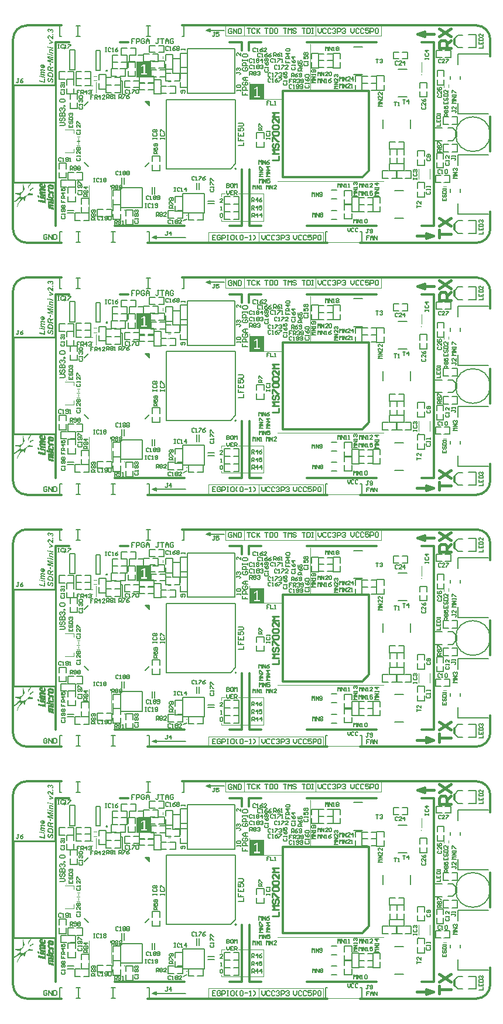
<source format=gto>
G04*
G04 #@! TF.GenerationSoftware,Altium Limited,Altium Designer,19.1.6 (110)*
G04*
G04 Layer_Color=65535*
%FSLAX44Y44*%
%MOMM*%
G71*
G01*
G75*
%ADD11C,0.3090*%
%ADD12C,0.2000*%
%ADD13C,0.3000*%
%ADD54C,0.1500*%
%ADD55C,0.1000*%
%ADD56C,0.4000*%
%ADD59C,0.2500*%
%ADD125C,0.2540*%
%ADD126C,0.1270*%
%ADD127C,0.0762*%
%ADD128C,0.0254*%
G36*
X52291Y1400120D02*
X52447Y1400096D01*
X52639Y1400048D01*
X52832Y1399988D01*
X53036Y1399892D01*
X53240Y1399760D01*
X53264Y1399747D01*
X53324Y1399687D01*
X53420Y1399603D01*
X53528Y1399483D01*
X53661Y1399339D01*
X53793Y1399159D01*
X53901Y1398955D01*
X54009Y1398714D01*
Y1398726D01*
X54021Y1398738D01*
X54057Y1398798D01*
X54117Y1398895D01*
X54201Y1399015D01*
X54309Y1399135D01*
X54429Y1399267D01*
X54574Y1399387D01*
X54730Y1399495D01*
X54754Y1399507D01*
X54802Y1399531D01*
X54898Y1399579D01*
X55006Y1399627D01*
X55150Y1399663D01*
X55307Y1399711D01*
X55475Y1399736D01*
X55655Y1399747D01*
X55667D01*
X55691D01*
X55739D01*
X55811Y1399736D01*
X55895Y1399724D01*
X55991Y1399711D01*
X56100Y1399687D01*
X56208Y1399663D01*
X56472Y1399591D01*
X56760Y1399471D01*
X56904Y1399399D01*
X57061Y1399303D01*
X57205Y1399207D01*
X57349Y1399087D01*
X57361Y1399075D01*
X57397Y1399051D01*
X57445Y1398991D01*
X57517Y1398931D01*
X57589Y1398834D01*
X57685Y1398726D01*
X57782Y1398606D01*
X57878Y1398462D01*
X57974Y1398306D01*
X58070Y1398138D01*
X58166Y1397945D01*
X58238Y1397741D01*
X58310Y1397525D01*
X58358Y1397297D01*
X58394Y1397044D01*
X58406Y1396792D01*
Y1396696D01*
X58394Y1396612D01*
X58382Y1396528D01*
X58370Y1396420D01*
X58358Y1396299D01*
X58334Y1396179D01*
X58262Y1395903D01*
X58154Y1395615D01*
X58082Y1395470D01*
X57998Y1395326D01*
X57914Y1395182D01*
X57806Y1395050D01*
X57793Y1395038D01*
X57782Y1395026D01*
X57745Y1394990D01*
X57697Y1394942D01*
X57637Y1394882D01*
X57553Y1394822D01*
X57469Y1394762D01*
X57361Y1394689D01*
X57253Y1394617D01*
X57121Y1394545D01*
X56989Y1394473D01*
X56832Y1394413D01*
X56664Y1394353D01*
X56484Y1394293D01*
X56304Y1394257D01*
X56100Y1394221D01*
X55907Y1395783D01*
X55919D01*
X55931D01*
X55967Y1395795D01*
X56015Y1395807D01*
X56136Y1395831D01*
X56280Y1395867D01*
X56424Y1395915D01*
X56580Y1395975D01*
X56724Y1396047D01*
X56832Y1396131D01*
X56844Y1396143D01*
X56868Y1396179D01*
X56916Y1396239D01*
X56953Y1396311D01*
X57000Y1396408D01*
X57049Y1396528D01*
X57073Y1396660D01*
X57085Y1396804D01*
Y1396828D01*
X57073Y1396900D01*
X57061Y1396996D01*
X57037Y1397128D01*
X56989Y1397273D01*
X56929Y1397429D01*
X56832Y1397585D01*
X56712Y1397729D01*
X56700Y1397741D01*
X56640Y1397789D01*
X56568Y1397849D01*
X56448Y1397921D01*
X56316Y1397981D01*
X56147Y1398042D01*
X55955Y1398090D01*
X55751Y1398102D01*
X55739D01*
X55727D01*
X55667D01*
X55571Y1398090D01*
X55451Y1398065D01*
X55319Y1398029D01*
X55186Y1397969D01*
X55054Y1397897D01*
X54934Y1397801D01*
X54922Y1397789D01*
X54886Y1397741D01*
X54838Y1397681D01*
X54778Y1397585D01*
X54730Y1397477D01*
X54682Y1397333D01*
X54646Y1397177D01*
X54634Y1396996D01*
Y1396924D01*
X54646Y1396840D01*
X54658Y1396744D01*
X53312Y1397020D01*
Y1397297D01*
X53300Y1397417D01*
X53276Y1397561D01*
X53228Y1397717D01*
X53180Y1397873D01*
X53096Y1398029D01*
X52988Y1398174D01*
X52976Y1398186D01*
X52928Y1398234D01*
X52856Y1398282D01*
X52748Y1398354D01*
X52615Y1398414D01*
X52459Y1398474D01*
X52279Y1398510D01*
X52075Y1398522D01*
X52051D01*
X52003D01*
X51931Y1398510D01*
X51834Y1398498D01*
X51738Y1398462D01*
X51630Y1398426D01*
X51522Y1398366D01*
X51426Y1398282D01*
X51414Y1398270D01*
X51390Y1398246D01*
X51354Y1398186D01*
X51306Y1398126D01*
X51258Y1398029D01*
X51222Y1397933D01*
X51198Y1397813D01*
X51186Y1397681D01*
Y1397621D01*
X51198Y1397561D01*
X51222Y1397477D01*
X51246Y1397381D01*
X51294Y1397273D01*
X51366Y1397164D01*
X51450Y1397056D01*
X51462Y1397044D01*
X51498Y1397008D01*
X51570Y1396960D01*
X51654Y1396900D01*
X51774Y1396828D01*
X51931Y1396756D01*
X52111Y1396684D01*
X52327Y1396624D01*
X52039Y1395134D01*
X52027D01*
X52003Y1395146D01*
X51955Y1395158D01*
X51883Y1395182D01*
X51810Y1395218D01*
X51726Y1395254D01*
X51522Y1395338D01*
X51294Y1395446D01*
X51066Y1395579D01*
X50837Y1395735D01*
X50633Y1395915D01*
X50621Y1395927D01*
X50597Y1395951D01*
X50561Y1395999D01*
X50513Y1396047D01*
X50465Y1396131D01*
X50393Y1396215D01*
X50333Y1396324D01*
X50261Y1396444D01*
X50188Y1396576D01*
X50128Y1396708D01*
X50008Y1397032D01*
X49960Y1397213D01*
X49924Y1397405D01*
X49900Y1397597D01*
X49888Y1397801D01*
Y1397909D01*
X49900Y1397993D01*
X49912Y1398090D01*
X49924Y1398198D01*
X49972Y1398450D01*
X50044Y1398726D01*
X50164Y1399015D01*
X50237Y1399159D01*
X50321Y1399291D01*
X50417Y1399423D01*
X50537Y1399543D01*
X50549Y1399555D01*
X50561Y1399567D01*
X50597Y1399603D01*
X50645Y1399639D01*
X50717Y1399687D01*
X50789Y1399736D01*
X50969Y1399844D01*
X51186Y1399952D01*
X51450Y1400048D01*
X51738Y1400120D01*
X51894Y1400132D01*
X52063Y1400144D01*
X52075D01*
X52087D01*
X52123D01*
X52171D01*
X52291Y1400120D01*
D02*
G37*
G36*
X58250Y1392539D02*
Y1390929D01*
X56676Y1391241D01*
Y1392851D01*
X58250Y1392539D01*
D02*
G37*
G36*
X52303Y1390557D02*
X52435Y1390545D01*
X52579Y1390521D01*
X52748Y1390485D01*
X52928Y1390437D01*
X53120Y1390364D01*
X53144Y1390352D01*
X53204Y1390328D01*
X53300Y1390280D01*
X53432Y1390208D01*
X53589Y1390112D01*
X53769Y1389992D01*
X53961Y1389860D01*
X54165Y1389692D01*
X54177Y1389680D01*
X54237Y1389632D01*
X54321Y1389547D01*
X54441Y1389427D01*
X54598Y1389271D01*
X54790Y1389079D01*
X55006Y1388851D01*
X55258Y1388586D01*
X55271Y1388574D01*
X55294Y1388550D01*
X55319Y1388514D01*
X55367Y1388466D01*
X55487Y1388334D01*
X55643Y1388178D01*
X55799Y1388010D01*
X55955Y1387841D01*
X56100Y1387697D01*
X56220Y1387577D01*
X56232Y1387565D01*
X56268Y1387541D01*
X56316Y1387493D01*
X56376Y1387433D01*
X56460Y1387361D01*
X56556Y1387289D01*
X56760Y1387121D01*
Y1390004D01*
X58250Y1389692D01*
Y1384646D01*
X58238D01*
X58226D01*
X58190Y1384658D01*
X58142D01*
X58022Y1384682D01*
X57878Y1384718D01*
X57697Y1384766D01*
X57505Y1384826D01*
X57289Y1384898D01*
X57085Y1384994D01*
X57073D01*
X57061Y1385006D01*
X56989Y1385042D01*
X56880Y1385102D01*
X56748Y1385186D01*
X56592Y1385294D01*
X56424Y1385415D01*
X56244Y1385547D01*
X56063Y1385691D01*
X56039Y1385715D01*
X55967Y1385775D01*
X55919Y1385823D01*
X55859Y1385883D01*
X55775Y1385955D01*
X55691Y1386039D01*
X55583Y1386135D01*
X55475Y1386256D01*
X55343Y1386376D01*
X55210Y1386520D01*
X55054Y1386676D01*
X54886Y1386844D01*
X54706Y1387025D01*
X54514Y1387229D01*
X54502Y1387241D01*
X54478Y1387265D01*
X54441Y1387313D01*
X54381Y1387361D01*
X54249Y1387505D01*
X54081Y1387673D01*
X53901Y1387854D01*
X53733Y1388034D01*
X53576Y1388178D01*
X53516Y1388238D01*
X53468Y1388286D01*
X53444Y1388298D01*
X53396Y1388346D01*
X53312Y1388418D01*
X53204Y1388502D01*
X53084Y1388598D01*
X52952Y1388682D01*
X52820Y1388766D01*
X52699Y1388827D01*
X52687Y1388839D01*
X52639Y1388851D01*
X52579Y1388875D01*
X52507Y1388911D01*
X52411Y1388935D01*
X52315Y1388959D01*
X52207Y1388971D01*
X52111Y1388983D01*
X52087D01*
X52039D01*
X51967Y1388971D01*
X51870Y1388947D01*
X51762Y1388923D01*
X51642Y1388875D01*
X51534Y1388815D01*
X51426Y1388730D01*
X51414Y1388719D01*
X51390Y1388682D01*
X51342Y1388634D01*
X51294Y1388562D01*
X51246Y1388466D01*
X51198Y1388358D01*
X51174Y1388238D01*
X51162Y1388106D01*
Y1388046D01*
X51174Y1387974D01*
X51198Y1387878D01*
X51234Y1387769D01*
X51294Y1387661D01*
X51366Y1387541D01*
X51462Y1387433D01*
X51474Y1387421D01*
X51522Y1387385D01*
X51594Y1387337D01*
X51702Y1387277D01*
X51846Y1387205D01*
X52027Y1387133D01*
X52243Y1387061D01*
X52507Y1387000D01*
X52279Y1385415D01*
X52267D01*
X52231Y1385427D01*
X52171Y1385439D01*
X52087Y1385451D01*
X51991Y1385487D01*
X51883Y1385511D01*
X51762Y1385547D01*
X51630Y1385595D01*
X51342Y1385715D01*
X51041Y1385871D01*
X50765Y1386063D01*
X50633Y1386183D01*
X50513Y1386304D01*
X50501Y1386316D01*
X50489Y1386340D01*
X50453Y1386376D01*
X50417Y1386436D01*
X50369Y1386496D01*
X50321Y1386580D01*
X50261Y1386676D01*
X50201Y1386796D01*
X50140Y1386916D01*
X50080Y1387048D01*
X49984Y1387349D01*
X49912Y1387685D01*
X49900Y1387878D01*
X49888Y1388070D01*
Y1388178D01*
X49900Y1388262D01*
X49912Y1388358D01*
X49924Y1388478D01*
X49936Y1388598D01*
X49972Y1388730D01*
X50044Y1389031D01*
X50153Y1389331D01*
X50224Y1389487D01*
X50309Y1389632D01*
X50417Y1389764D01*
X50525Y1389896D01*
X50537Y1389908D01*
X50549Y1389920D01*
X50585Y1389956D01*
X50633Y1390004D01*
X50705Y1390052D01*
X50777Y1390112D01*
X50861Y1390172D01*
X50957Y1390232D01*
X51186Y1390352D01*
X51462Y1390461D01*
X51774Y1390545D01*
X51943Y1390557D01*
X52123Y1390569D01*
X52147D01*
X52207D01*
X52303Y1390557D01*
D02*
G37*
G36*
X58250Y1380945D02*
Y1379552D01*
X52219Y1378350D01*
Y1379948D01*
X54862Y1380357D01*
X54874D01*
X54910Y1380369D01*
X54958D01*
X55030Y1380381D01*
X55114Y1380393D01*
X55222Y1380417D01*
X55439Y1380453D01*
X55679Y1380489D01*
X55907Y1380525D01*
X56111Y1380549D01*
X56196Y1380561D01*
X56268Y1380573D01*
X56244Y1380585D01*
X56208Y1380609D01*
X56147Y1380645D01*
X56051Y1380693D01*
X55931Y1380765D01*
X55763Y1380849D01*
X55655Y1380909D01*
X55547Y1380969D01*
X55535D01*
X55523Y1380981D01*
X55451Y1381029D01*
X55343Y1381089D01*
X55210Y1381162D01*
X55078Y1381234D01*
X54958Y1381306D01*
X54850Y1381366D01*
X54778Y1381402D01*
X52219Y1382904D01*
Y1384658D01*
X58250Y1380945D01*
D02*
G37*
G36*
X51402Y1374167D02*
Y1372546D01*
X49936Y1372858D01*
Y1374468D01*
X51402Y1374167D01*
D02*
G37*
G36*
X58250Y1372726D02*
Y1371116D01*
X52219Y1372377D01*
Y1373999D01*
X58250Y1372726D01*
D02*
G37*
G36*
X53793Y1370443D02*
X53925Y1370419D01*
X54081Y1370395D01*
X54297Y1370359D01*
X54418Y1370335D01*
X54550Y1370311D01*
X54694Y1370275D01*
X54850Y1370239D01*
X58250Y1369506D01*
Y1367896D01*
X54838Y1368629D01*
X54826D01*
X54802Y1368641D01*
X54766D01*
X54718Y1368653D01*
X54586Y1368677D01*
X54441Y1368713D01*
X54285Y1368737D01*
X54129Y1368761D01*
X54009Y1368785D01*
X53961Y1368797D01*
X53925D01*
X53913D01*
X53877D01*
X53817Y1368785D01*
X53745Y1368773D01*
X53673Y1368749D01*
X53589Y1368713D01*
X53504Y1368665D01*
X53432Y1368605D01*
X53420Y1368593D01*
X53408Y1368569D01*
X53372Y1368533D01*
X53336Y1368473D01*
X53312Y1368401D01*
X53276Y1368317D01*
X53264Y1368208D01*
X53252Y1368088D01*
Y1368028D01*
X53264Y1367956D01*
X53288Y1367848D01*
X53324Y1367728D01*
X53384Y1367596D01*
X53456Y1367452D01*
X53552Y1367283D01*
X53565Y1367259D01*
X53612Y1367211D01*
X53673Y1367127D01*
X53769Y1367031D01*
X53877Y1366923D01*
X54009Y1366803D01*
X54165Y1366695D01*
X54345Y1366586D01*
X54357Y1366575D01*
X54418Y1366550D01*
X54514Y1366514D01*
X54586Y1366490D01*
X54658Y1366466D01*
X54754Y1366442D01*
X54850Y1366406D01*
X54970Y1366370D01*
X55102Y1366334D01*
X55247Y1366298D01*
X55415Y1366250D01*
X55595Y1366214D01*
X55787Y1366166D01*
X58250Y1365649D01*
Y1364039D01*
X52219Y1365301D01*
Y1366839D01*
X53012Y1366683D01*
Y1366695D01*
X52988Y1366707D01*
X52928Y1366779D01*
X52844Y1366899D01*
X52736Y1367043D01*
X52627Y1367211D01*
X52507Y1367392D01*
X52399Y1367584D01*
X52303Y1367776D01*
X52291Y1367800D01*
X52267Y1367860D01*
X52231Y1367968D01*
X52195Y1368100D01*
X52159Y1368257D01*
X52123Y1368437D01*
X52099Y1368629D01*
X52087Y1368833D01*
Y1368905D01*
X52099Y1368953D01*
X52111Y1369097D01*
X52135Y1369266D01*
X52195Y1369458D01*
X52267Y1369650D01*
X52375Y1369842D01*
X52519Y1370023D01*
X52543Y1370047D01*
X52591Y1370095D01*
X52687Y1370155D01*
X52820Y1370239D01*
X52988Y1370323D01*
X53180Y1370383D01*
X53396Y1370431D01*
X53649Y1370455D01*
X53661D01*
X53709D01*
X53793Y1370443D01*
D02*
G37*
G36*
X51402Y1363835D02*
Y1362213D01*
X49936Y1362526D01*
Y1364136D01*
X51402Y1363835D01*
D02*
G37*
G36*
X58250Y1362394D02*
Y1360784D01*
X52219Y1362045D01*
Y1363667D01*
X58250Y1362394D01*
D02*
G37*
G36*
Y1359078D02*
Y1357528D01*
X51354Y1358970D01*
X58250Y1355882D01*
Y1354260D01*
X51306Y1353948D01*
X58250Y1352638D01*
Y1351088D01*
X49936Y1352818D01*
Y1355257D01*
X55655Y1355522D01*
X49936Y1358129D01*
Y1360591D01*
X58250Y1359078D01*
D02*
G37*
G36*
X55039Y1350260D02*
Y1347100D01*
X53465Y1347413D01*
Y1350572D01*
X55039Y1350260D01*
D02*
G37*
G36*
X42792Y1348688D02*
X42960Y1348676D01*
X43141Y1348652D01*
X43501Y1348580D01*
Y1344495D01*
X43513D01*
X43561D01*
X43609Y1344483D01*
X43657D01*
X43669D01*
X43681D01*
X43753D01*
X43861Y1344507D01*
X44006Y1344531D01*
X44162Y1344567D01*
X44318Y1344627D01*
X44486Y1344711D01*
X44630Y1344819D01*
X44642Y1344831D01*
X44690Y1344879D01*
X44738Y1344951D01*
X44811Y1345059D01*
X44871Y1345179D01*
X44931Y1345324D01*
X44979Y1345492D01*
X44991Y1345672D01*
Y1345756D01*
X44979Y1345804D01*
X44967Y1345876D01*
X44943Y1345960D01*
X44883Y1346141D01*
X44847Y1346237D01*
X44787Y1346345D01*
X44714Y1346453D01*
X44630Y1346549D01*
X44534Y1346657D01*
X44426Y1346765D01*
X44294Y1346862D01*
X44150Y1346946D01*
X44390Y1348399D01*
X44402D01*
X44426Y1348375D01*
X44474Y1348351D01*
X44534Y1348315D01*
X44606Y1348279D01*
X44690Y1348219D01*
X44895Y1348099D01*
X45111Y1347931D01*
X45327Y1347726D01*
X45543Y1347498D01*
X45724Y1347246D01*
Y1347234D01*
X45748Y1347210D01*
X45760Y1347174D01*
X45796Y1347126D01*
X45820Y1347054D01*
X45856Y1346982D01*
X45940Y1346777D01*
X46024Y1346549D01*
X46084Y1346273D01*
X46132Y1345984D01*
X46156Y1345660D01*
Y1345540D01*
X46144Y1345456D01*
X46132Y1345348D01*
X46120Y1345228D01*
X46096Y1345095D01*
X46060Y1344951D01*
X45964Y1344639D01*
X45904Y1344471D01*
X45832Y1344303D01*
X45748Y1344146D01*
X45640Y1343978D01*
X45519Y1343822D01*
X45387Y1343678D01*
X45375Y1343666D01*
X45351Y1343642D01*
X45303Y1343606D01*
X45243Y1343558D01*
X45171Y1343497D01*
X45075Y1343437D01*
X44967Y1343365D01*
X44847Y1343305D01*
X44703Y1343233D01*
X44558Y1343161D01*
X44390Y1343101D01*
X44210Y1343041D01*
X44018Y1342993D01*
X43801Y1342957D01*
X43585Y1342933D01*
X43357Y1342921D01*
X43345D01*
X43297D01*
X43237D01*
X43153Y1342933D01*
X43045Y1342945D01*
X42912Y1342957D01*
X42768Y1342981D01*
X42612Y1343005D01*
X42276Y1343089D01*
X42095Y1343149D01*
X41903Y1343209D01*
X41711Y1343293D01*
X41519Y1343377D01*
X41326Y1343486D01*
X41146Y1343606D01*
X41134Y1343618D01*
X41086Y1343654D01*
X41026Y1343702D01*
X40942Y1343774D01*
X40846Y1343882D01*
X40726Y1343990D01*
X40618Y1344134D01*
X40486Y1344290D01*
X40365Y1344471D01*
X40245Y1344675D01*
X40137Y1344891D01*
X40041Y1345131D01*
X39957Y1345384D01*
X39897Y1345660D01*
X39849Y1345960D01*
X39837Y1346273D01*
Y1346381D01*
X39849Y1346453D01*
X39861Y1346549D01*
X39873Y1346657D01*
X39897Y1346777D01*
X39921Y1346909D01*
X40005Y1347198D01*
X40053Y1347342D01*
X40125Y1347486D01*
X40209Y1347630D01*
X40293Y1347775D01*
X40401Y1347907D01*
X40522Y1348039D01*
X40534Y1348051D01*
X40558Y1348063D01*
X40594Y1348099D01*
X40642Y1348147D01*
X40714Y1348195D01*
X40798Y1348243D01*
X40906Y1348303D01*
X41014Y1348375D01*
X41146Y1348435D01*
X41290Y1348495D01*
X41447Y1348544D01*
X41627Y1348591D01*
X41807Y1348640D01*
X42011Y1348676D01*
X42216Y1348688D01*
X42444Y1348700D01*
X42456D01*
X42468D01*
X42540D01*
X42660D01*
X42792Y1348688D01*
D02*
G37*
G36*
X41399Y1342032D02*
X41507Y1342020D01*
X41651Y1342008D01*
X41843Y1341972D01*
X42071Y1341936D01*
X42336Y1341876D01*
X46000Y1341083D01*
Y1339473D01*
X42336Y1340254D01*
X42324D01*
X42300Y1340266D01*
X42276D01*
X42228Y1340278D01*
X42107Y1340302D01*
X41975Y1340326D01*
X41843Y1340350D01*
X41711Y1340374D01*
X41615Y1340398D01*
X41579D01*
X41555D01*
X41543D01*
X41507D01*
X41471Y1340386D01*
X41411Y1340374D01*
X41279Y1340338D01*
X41218Y1340290D01*
X41158Y1340242D01*
X41146Y1340230D01*
X41134Y1340218D01*
X41110Y1340182D01*
X41074Y1340134D01*
X41050Y1340074D01*
X41026Y1339989D01*
X41014Y1339905D01*
X41002Y1339797D01*
Y1339737D01*
X41014Y1339689D01*
X41038Y1339569D01*
X41086Y1339425D01*
X41158Y1339256D01*
X41279Y1339064D01*
X41350Y1338968D01*
X41435Y1338872D01*
X41531Y1338788D01*
X41651Y1338692D01*
X41675Y1338680D01*
X41699Y1338656D01*
X41735Y1338632D01*
X41795Y1338608D01*
X41855Y1338572D01*
X41939Y1338524D01*
X42023Y1338488D01*
X42132Y1338439D01*
X42252Y1338392D01*
X42384Y1338343D01*
X42528Y1338295D01*
X42684Y1338235D01*
X42864Y1338187D01*
X43057Y1338139D01*
X43273Y1338091D01*
X46000Y1337514D01*
Y1335905D01*
X42372Y1336661D01*
X42360D01*
X42348Y1336673D01*
X42264Y1336685D01*
X42155Y1336709D01*
X42035Y1336734D01*
X41891Y1336758D01*
X41759Y1336770D01*
X41639Y1336794D01*
X41555D01*
X41543D01*
X41519D01*
X41471Y1336782D01*
X41411Y1336770D01*
X41290Y1336721D01*
X41218Y1336685D01*
X41158Y1336625D01*
X41146Y1336613D01*
X41134Y1336601D01*
X41110Y1336565D01*
X41074Y1336517D01*
X41050Y1336445D01*
X41026Y1336373D01*
X41014Y1336289D01*
X41002Y1336181D01*
Y1336133D01*
X41014Y1336085D01*
X41026Y1336013D01*
X41038Y1335929D01*
X41074Y1335833D01*
X41110Y1335736D01*
X41170Y1335628D01*
X41182Y1335616D01*
X41194Y1335580D01*
X41230Y1335520D01*
X41279Y1335460D01*
X41339Y1335376D01*
X41423Y1335292D01*
X41507Y1335208D01*
X41603Y1335124D01*
X41615Y1335112D01*
X41651Y1335088D01*
X41711Y1335052D01*
X41795Y1335004D01*
X41891Y1334943D01*
X42023Y1334883D01*
X42155Y1334823D01*
X42312Y1334763D01*
X42324D01*
X42360Y1334751D01*
X42420Y1334727D01*
X42504Y1334703D01*
X42624Y1334679D01*
X42792Y1334631D01*
X42984Y1334583D01*
X43105Y1334559D01*
X43237Y1334523D01*
X46000Y1333946D01*
Y1332336D01*
X39969Y1333598D01*
Y1335124D01*
X40702Y1334979D01*
X40690Y1334991D01*
X40666Y1335016D01*
X40618Y1335063D01*
X40570Y1335136D01*
X40497Y1335220D01*
X40425Y1335316D01*
X40353Y1335424D01*
X40269Y1335556D01*
X40113Y1335845D01*
X39969Y1336157D01*
X39921Y1336337D01*
X39873Y1336505D01*
X39849Y1336698D01*
X39837Y1336878D01*
Y1336986D01*
X39849Y1337118D01*
X39873Y1337262D01*
X39909Y1337430D01*
X39957Y1337611D01*
X40029Y1337779D01*
X40125Y1337923D01*
X40137Y1337935D01*
X40173Y1337983D01*
X40245Y1338043D01*
X40329Y1338127D01*
X40437Y1338199D01*
X40582Y1338283D01*
X40726Y1338355D01*
X40906Y1338403D01*
X40882Y1338416D01*
X40834Y1338464D01*
X40750Y1338536D01*
X40642Y1338632D01*
X40522Y1338764D01*
X40401Y1338908D01*
X40269Y1339088D01*
X40149Y1339292D01*
Y1339305D01*
X40137Y1339317D01*
X40125Y1339353D01*
X40101Y1339401D01*
X40053Y1339509D01*
X39993Y1339665D01*
X39933Y1339845D01*
X39885Y1340061D01*
X39849Y1340278D01*
X39837Y1340518D01*
Y1340638D01*
X39861Y1340770D01*
X39885Y1340927D01*
X39933Y1341107D01*
X40005Y1341299D01*
X40101Y1341479D01*
X40233Y1341635D01*
X40245Y1341647D01*
X40305Y1341695D01*
X40389Y1341767D01*
X40510Y1341840D01*
X40654Y1341912D01*
X40822Y1341984D01*
X41026Y1342032D01*
X41254Y1342044D01*
X41266D01*
X41315D01*
X41399Y1342032D01*
D02*
G37*
G36*
X52303Y1346117D02*
X52387Y1346105D01*
X52495Y1346093D01*
X52615Y1346081D01*
X52736Y1346044D01*
X53012Y1345972D01*
X53312Y1345864D01*
X53456Y1345792D01*
X53601Y1345708D01*
X53745Y1345600D01*
X53877Y1345492D01*
X53889Y1345480D01*
X53901Y1345468D01*
X53937Y1345420D01*
X53985Y1345372D01*
X54045Y1345300D01*
X54105Y1345228D01*
X54165Y1345131D01*
X54237Y1345011D01*
X54309Y1344891D01*
X54381Y1344747D01*
X54454Y1344591D01*
X54526Y1344411D01*
X54586Y1344230D01*
X54634Y1344026D01*
X54682Y1343798D01*
X54718Y1343570D01*
X54730Y1343582D01*
X54766Y1343630D01*
X54838Y1343690D01*
X54922Y1343774D01*
X55042Y1343858D01*
X55174Y1343966D01*
X55331Y1344074D01*
X55499Y1344182D01*
X55511Y1344194D01*
X55547Y1344206D01*
X55595Y1344242D01*
X55679Y1344278D01*
X55775Y1344339D01*
X55895Y1344399D01*
X56039Y1344471D01*
X56208Y1344555D01*
X56388Y1344651D01*
X56592Y1344747D01*
X56820Y1344855D01*
X57073Y1344963D01*
X57337Y1345083D01*
X57625Y1345204D01*
X57926Y1345336D01*
X58250Y1345468D01*
Y1343630D01*
X58238D01*
X58214Y1343618D01*
X58178Y1343606D01*
X58118Y1343582D01*
X58046Y1343558D01*
X57950Y1343522D01*
X57842Y1343486D01*
X57709Y1343437D01*
X57565Y1343377D01*
X57409Y1343317D01*
X57229Y1343245D01*
X57037Y1343161D01*
X56820Y1343077D01*
X56580Y1342981D01*
X56328Y1342873D01*
X56063Y1342753D01*
X56051D01*
X56027Y1342741D01*
X55991Y1342717D01*
X55931Y1342693D01*
X55799Y1342621D01*
X55631Y1342524D01*
X55451Y1342416D01*
X55271Y1342296D01*
X55102Y1342152D01*
X55042Y1342080D01*
X54982Y1342008D01*
X54970Y1341996D01*
X54958Y1341960D01*
X54934Y1341900D01*
X54898Y1341815D01*
X54862Y1341695D01*
X54838Y1341551D01*
X54826Y1341371D01*
X54814Y1341155D01*
Y1340458D01*
X58250Y1339737D01*
Y1338043D01*
X49936Y1339785D01*
Y1343702D01*
X49948Y1343786D01*
X49960Y1344002D01*
X49984Y1344242D01*
X50020Y1344483D01*
X50068Y1344723D01*
X50140Y1344939D01*
Y1344951D01*
X50153Y1344963D01*
X50177Y1345023D01*
X50224Y1345119D01*
X50297Y1345240D01*
X50405Y1345384D01*
X50525Y1345528D01*
X50681Y1345660D01*
X50861Y1345792D01*
X50885Y1345804D01*
X50957Y1345840D01*
X51066Y1345900D01*
X51210Y1345960D01*
X51390Y1346021D01*
X51606Y1346081D01*
X51859Y1346117D01*
X52123Y1346129D01*
X52135D01*
X52171D01*
X52219D01*
X52303Y1346117D01*
D02*
G37*
G36*
X39152Y1332204D02*
Y1330582D01*
X37686Y1330895D01*
Y1332504D01*
X39152Y1332204D01*
D02*
G37*
G36*
X53612Y1337551D02*
X53733D01*
X53865Y1337538D01*
X54021Y1337514D01*
X54189Y1337502D01*
X54369Y1337466D01*
X54562Y1337442D01*
X54958Y1337346D01*
X55367Y1337214D01*
X55571Y1337142D01*
X55775Y1337046D01*
X55787D01*
X55823Y1337022D01*
X55871Y1336998D01*
X55943Y1336950D01*
X56039Y1336902D01*
X56136Y1336842D01*
X56376Y1336685D01*
X56640Y1336505D01*
X56916Y1336277D01*
X57181Y1336025D01*
X57433Y1335748D01*
Y1335736D01*
X57457Y1335724D01*
X57481Y1335688D01*
X57505Y1335640D01*
X57553Y1335580D01*
X57589Y1335508D01*
X57697Y1335328D01*
X57806Y1335112D01*
X57926Y1334847D01*
X58034Y1334547D01*
X58130Y1334211D01*
Y1334187D01*
X58142Y1334151D01*
X58154Y1334114D01*
Y1334054D01*
X58166Y1333982D01*
X58178Y1333898D01*
X58190Y1333802D01*
X58202Y1333694D01*
X58214Y1333574D01*
X58226Y1333442D01*
Y1333285D01*
X58238Y1333129D01*
X58250Y1332949D01*
Y1329633D01*
X49936Y1331375D01*
Y1334114D01*
X49948Y1334319D01*
Y1334523D01*
X49960Y1334691D01*
Y1334751D01*
X49972Y1334811D01*
Y1334835D01*
X49984Y1334895D01*
X49996Y1334991D01*
X50020Y1335124D01*
X50044Y1335268D01*
X50080Y1335424D01*
X50188Y1335736D01*
X50201Y1335760D01*
X50212Y1335808D01*
X50249Y1335880D01*
X50297Y1335989D01*
X50369Y1336097D01*
X50441Y1336229D01*
X50525Y1336349D01*
X50633Y1336481D01*
X50645Y1336493D01*
X50681Y1336541D01*
X50741Y1336601D01*
X50825Y1336685D01*
X50921Y1336770D01*
X51041Y1336866D01*
X51174Y1336962D01*
X51318Y1337058D01*
X51330Y1337070D01*
X51390Y1337094D01*
X51474Y1337142D01*
X51582Y1337190D01*
X51714Y1337250D01*
X51870Y1337322D01*
X52051Y1337382D01*
X52243Y1337430D01*
X52267Y1337442D01*
X52339Y1337454D01*
X52447Y1337478D01*
X52579Y1337502D01*
X52748Y1337527D01*
X52952Y1337538D01*
X53156Y1337563D01*
X53384D01*
X53396D01*
X53444D01*
X53516D01*
X53612Y1337551D01*
D02*
G37*
G36*
X46000Y1330762D02*
Y1329153D01*
X39969Y1330414D01*
Y1332036D01*
X46000Y1330762D01*
D02*
G37*
G36*
Y1328059D02*
Y1322100D01*
X37686Y1323842D01*
Y1325548D01*
X44606Y1324095D01*
Y1328348D01*
X46000Y1328059D01*
D02*
G37*
G36*
X52375Y1327615D02*
X52363D01*
X52351D01*
X52279Y1327603D01*
X52171Y1327567D01*
X52039Y1327531D01*
X51894Y1327471D01*
X51738Y1327399D01*
X51594Y1327302D01*
X51462Y1327170D01*
X51450Y1327158D01*
X51414Y1327098D01*
X51354Y1327014D01*
X51294Y1326894D01*
X51246Y1326750D01*
X51186Y1326557D01*
X51150Y1326329D01*
X51138Y1326077D01*
Y1325957D01*
X51150Y1325837D01*
X51174Y1325681D01*
X51198Y1325524D01*
X51246Y1325356D01*
X51306Y1325200D01*
X51390Y1325068D01*
X51402Y1325056D01*
X51438Y1325020D01*
X51486Y1324972D01*
X51558Y1324924D01*
X51654Y1324863D01*
X51762Y1324815D01*
X51894Y1324779D01*
X52027Y1324767D01*
X52039D01*
X52087D01*
X52147Y1324779D01*
X52231Y1324803D01*
X52327Y1324839D01*
X52423Y1324888D01*
X52519Y1324948D01*
X52615Y1325044D01*
X52627Y1325056D01*
X52663Y1325104D01*
X52712Y1325176D01*
X52784Y1325296D01*
X52832Y1325380D01*
X52880Y1325464D01*
X52940Y1325560D01*
X53000Y1325681D01*
X53060Y1325801D01*
X53132Y1325945D01*
X53204Y1326101D01*
X53276Y1326269D01*
X53288Y1326281D01*
X53300Y1326329D01*
X53336Y1326401D01*
X53372Y1326497D01*
X53432Y1326618D01*
X53492Y1326750D01*
X53637Y1327038D01*
X53793Y1327350D01*
X53961Y1327651D01*
X54045Y1327795D01*
X54129Y1327915D01*
X54213Y1328023D01*
X54285Y1328107D01*
X54297Y1328119D01*
X54309Y1328131D01*
X54345Y1328167D01*
X54381Y1328203D01*
X54514Y1328300D01*
X54682Y1328408D01*
X54886Y1328516D01*
X55138Y1328600D01*
X55427Y1328672D01*
X55571Y1328684D01*
X55739Y1328696D01*
X55751D01*
X55787D01*
X55847D01*
X55919Y1328684D01*
X56015Y1328672D01*
X56136Y1328648D01*
X56256Y1328624D01*
X56388Y1328588D01*
X56532Y1328540D01*
X56688Y1328480D01*
X56844Y1328408D01*
X57000Y1328324D01*
X57157Y1328228D01*
X57325Y1328107D01*
X57469Y1327975D01*
X57625Y1327819D01*
X57637Y1327807D01*
X57661Y1327783D01*
X57697Y1327723D01*
X57745Y1327663D01*
X57806Y1327567D01*
X57878Y1327459D01*
X57938Y1327338D01*
X58010Y1327182D01*
X58094Y1327026D01*
X58154Y1326846D01*
X58226Y1326642D01*
X58286Y1326425D01*
X58334Y1326197D01*
X58370Y1325945D01*
X58394Y1325681D01*
X58406Y1325392D01*
Y1325212D01*
X58394Y1325116D01*
X58382Y1325008D01*
Y1324888D01*
X58358Y1324755D01*
X58322Y1324467D01*
X58262Y1324155D01*
X58178Y1323830D01*
X58058Y1323530D01*
Y1323518D01*
X58046Y1323494D01*
X58022Y1323458D01*
X57986Y1323398D01*
X57914Y1323266D01*
X57793Y1323097D01*
X57661Y1322917D01*
X57481Y1322737D01*
X57289Y1322569D01*
X57061Y1322425D01*
X57049D01*
X57037Y1322413D01*
X57000Y1322401D01*
X56940Y1322377D01*
X56880Y1322352D01*
X56808Y1322328D01*
X56628Y1322268D01*
X56412Y1322208D01*
X56160Y1322160D01*
X55883Y1322136D01*
X55583Y1322124D01*
X55487Y1323758D01*
X55499D01*
X55523D01*
X55559D01*
X55607Y1323770D01*
X55751Y1323782D01*
X55907Y1323806D01*
X56087Y1323830D01*
X56268Y1323878D01*
X56424Y1323938D01*
X56544Y1324023D01*
X56568Y1324046D01*
X56616Y1324095D01*
X56676Y1324191D01*
X56760Y1324335D01*
X56796Y1324419D01*
X56844Y1324527D01*
X56880Y1324635D01*
X56904Y1324767D01*
X56940Y1324899D01*
X56953Y1325056D01*
X56976Y1325224D01*
Y1325536D01*
X56965Y1325608D01*
Y1325692D01*
X56940Y1325873D01*
X56904Y1326065D01*
X56844Y1326269D01*
X56772Y1326461D01*
X56676Y1326618D01*
X56664Y1326630D01*
X56628Y1326678D01*
X56556Y1326738D01*
X56472Y1326810D01*
X56364Y1326882D01*
X56244Y1326942D01*
X56111Y1326990D01*
X55955Y1327002D01*
X55943D01*
X55895D01*
X55823Y1326990D01*
X55739Y1326966D01*
X55643Y1326930D01*
X55535Y1326870D01*
X55427Y1326798D01*
X55331Y1326690D01*
X55319Y1326678D01*
X55294Y1326642D01*
X55247Y1326570D01*
X55186Y1326461D01*
X55138Y1326389D01*
X55090Y1326305D01*
X55042Y1326209D01*
X54994Y1326101D01*
X54934Y1325969D01*
X54862Y1325837D01*
X54790Y1325668D01*
X54718Y1325500D01*
Y1325488D01*
X54694Y1325452D01*
X54682Y1325404D01*
X54646Y1325344D01*
X54610Y1325260D01*
X54574Y1325164D01*
X54478Y1324960D01*
X54357Y1324731D01*
X54249Y1324491D01*
X54129Y1324275D01*
X54069Y1324167D01*
X54021Y1324083D01*
X54009Y1324059D01*
X53973Y1324010D01*
X53901Y1323926D01*
X53817Y1323830D01*
X53721Y1323722D01*
X53589Y1323602D01*
X53444Y1323494D01*
X53288Y1323386D01*
X53264Y1323374D01*
X53204Y1323350D01*
X53108Y1323302D01*
X52988Y1323266D01*
X52832Y1323217D01*
X52651Y1323170D01*
X52447Y1323145D01*
X52231Y1323133D01*
X52219D01*
X52183D01*
X52123D01*
X52051Y1323145D01*
X51967Y1323158D01*
X51859Y1323170D01*
X51738Y1323194D01*
X51618Y1323230D01*
X51342Y1323314D01*
X51198Y1323386D01*
X51041Y1323458D01*
X50897Y1323542D01*
X50753Y1323638D01*
X50609Y1323758D01*
X50477Y1323890D01*
X50465Y1323902D01*
X50441Y1323926D01*
X50417Y1323974D01*
X50369Y1324034D01*
X50321Y1324107D01*
X50261Y1324203D01*
X50188Y1324323D01*
X50128Y1324455D01*
X50068Y1324599D01*
X49996Y1324755D01*
X49936Y1324936D01*
X49888Y1325140D01*
X49840Y1325356D01*
X49804Y1325584D01*
X49792Y1325825D01*
X49780Y1326089D01*
Y1326233D01*
X49792Y1326329D01*
X49804Y1326449D01*
X49816Y1326593D01*
X49840Y1326750D01*
X49864Y1326918D01*
X49948Y1327290D01*
X50008Y1327483D01*
X50068Y1327663D01*
X50153Y1327855D01*
X50249Y1328035D01*
X50357Y1328203D01*
X50477Y1328360D01*
X50489Y1328372D01*
X50513Y1328396D01*
X50549Y1328432D01*
X50597Y1328492D01*
X50669Y1328552D01*
X50753Y1328624D01*
X50849Y1328696D01*
X50957Y1328768D01*
X51090Y1328852D01*
X51222Y1328936D01*
X51378Y1329008D01*
X51534Y1329081D01*
X51714Y1329140D01*
X51894Y1329189D01*
X52099Y1329225D01*
X52303Y1329249D01*
X52375Y1327615D01*
D02*
G37*
G36*
X197250Y1288950D02*
X191500Y1294700D01*
X191750Y1294950D01*
X197250Y1294950D01*
Y1288950D01*
D02*
G37*
G36*
X142250Y1172350D02*
X140250D01*
Y1174350D01*
X142250D01*
Y1172350D01*
D02*
G37*
G36*
X52291Y1036420D02*
X52447Y1036396D01*
X52639Y1036348D01*
X52832Y1036288D01*
X53036Y1036192D01*
X53240Y1036059D01*
X53264Y1036048D01*
X53324Y1035987D01*
X53420Y1035903D01*
X53528Y1035783D01*
X53661Y1035639D01*
X53793Y1035459D01*
X53901Y1035255D01*
X54009Y1035014D01*
Y1035026D01*
X54021Y1035038D01*
X54057Y1035098D01*
X54117Y1035194D01*
X54201Y1035315D01*
X54309Y1035435D01*
X54429Y1035567D01*
X54574Y1035687D01*
X54730Y1035795D01*
X54754Y1035807D01*
X54802Y1035831D01*
X54898Y1035879D01*
X55006Y1035927D01*
X55150Y1035963D01*
X55307Y1036011D01*
X55475Y1036035D01*
X55655Y1036048D01*
X55667D01*
X55691D01*
X55739D01*
X55811Y1036035D01*
X55895Y1036023D01*
X55991Y1036011D01*
X56100Y1035987D01*
X56208Y1035963D01*
X56472Y1035891D01*
X56760Y1035771D01*
X56904Y1035699D01*
X57061Y1035603D01*
X57205Y1035507D01*
X57349Y1035387D01*
X57361Y1035375D01*
X57397Y1035351D01*
X57445Y1035291D01*
X57517Y1035230D01*
X57589Y1035134D01*
X57685Y1035026D01*
X57782Y1034906D01*
X57878Y1034762D01*
X57974Y1034606D01*
X58070Y1034438D01*
X58166Y1034245D01*
X58238Y1034041D01*
X58310Y1033825D01*
X58358Y1033597D01*
X58394Y1033344D01*
X58406Y1033092D01*
Y1032996D01*
X58394Y1032912D01*
X58382Y1032828D01*
X58370Y1032719D01*
X58358Y1032599D01*
X58334Y1032479D01*
X58262Y1032203D01*
X58154Y1031915D01*
X58082Y1031770D01*
X57998Y1031626D01*
X57914Y1031482D01*
X57806Y1031350D01*
X57793Y1031338D01*
X57782Y1031326D01*
X57745Y1031290D01*
X57697Y1031242D01*
X57637Y1031182D01*
X57553Y1031122D01*
X57469Y1031062D01*
X57361Y1030990D01*
X57253Y1030917D01*
X57121Y1030845D01*
X56989Y1030773D01*
X56832Y1030713D01*
X56664Y1030653D01*
X56484Y1030593D01*
X56304Y1030557D01*
X56100Y1030521D01*
X55907Y1032083D01*
X55919D01*
X55931D01*
X55967Y1032095D01*
X56015Y1032107D01*
X56136Y1032131D01*
X56280Y1032167D01*
X56424Y1032215D01*
X56580Y1032275D01*
X56724Y1032347D01*
X56832Y1032431D01*
X56844Y1032443D01*
X56868Y1032479D01*
X56916Y1032539D01*
X56953Y1032611D01*
X57000Y1032708D01*
X57049Y1032828D01*
X57073Y1032960D01*
X57085Y1033104D01*
Y1033128D01*
X57073Y1033200D01*
X57061Y1033296D01*
X57037Y1033428D01*
X56989Y1033572D01*
X56929Y1033729D01*
X56832Y1033885D01*
X56712Y1034029D01*
X56700Y1034041D01*
X56640Y1034089D01*
X56568Y1034149D01*
X56448Y1034221D01*
X56316Y1034281D01*
X56147Y1034341D01*
X55955Y1034389D01*
X55751Y1034401D01*
X55739D01*
X55727D01*
X55667D01*
X55571Y1034389D01*
X55451Y1034365D01*
X55319Y1034329D01*
X55186Y1034269D01*
X55054Y1034197D01*
X54934Y1034101D01*
X54922Y1034089D01*
X54886Y1034041D01*
X54838Y1033981D01*
X54778Y1033885D01*
X54730Y1033777D01*
X54682Y1033633D01*
X54646Y1033476D01*
X54634Y1033296D01*
Y1033224D01*
X54646Y1033140D01*
X54658Y1033044D01*
X53312Y1033320D01*
Y1033597D01*
X53300Y1033717D01*
X53276Y1033861D01*
X53228Y1034017D01*
X53180Y1034173D01*
X53096Y1034329D01*
X52988Y1034474D01*
X52976Y1034486D01*
X52928Y1034534D01*
X52856Y1034582D01*
X52748Y1034654D01*
X52615Y1034714D01*
X52459Y1034774D01*
X52279Y1034810D01*
X52075Y1034822D01*
X52051D01*
X52003D01*
X51931Y1034810D01*
X51834Y1034798D01*
X51738Y1034762D01*
X51630Y1034726D01*
X51522Y1034666D01*
X51426Y1034582D01*
X51414Y1034570D01*
X51390Y1034546D01*
X51354Y1034486D01*
X51306Y1034426D01*
X51258Y1034329D01*
X51222Y1034233D01*
X51198Y1034113D01*
X51186Y1033981D01*
Y1033921D01*
X51198Y1033861D01*
X51222Y1033777D01*
X51246Y1033681D01*
X51294Y1033572D01*
X51366Y1033464D01*
X51450Y1033356D01*
X51462Y1033344D01*
X51498Y1033308D01*
X51570Y1033260D01*
X51654Y1033200D01*
X51774Y1033128D01*
X51931Y1033056D01*
X52111Y1032984D01*
X52327Y1032924D01*
X52039Y1031434D01*
X52027D01*
X52003Y1031446D01*
X51955Y1031458D01*
X51883Y1031482D01*
X51810Y1031518D01*
X51726Y1031554D01*
X51522Y1031638D01*
X51294Y1031746D01*
X51066Y1031879D01*
X50837Y1032035D01*
X50633Y1032215D01*
X50621Y1032227D01*
X50597Y1032251D01*
X50561Y1032299D01*
X50513Y1032347D01*
X50465Y1032431D01*
X50393Y1032515D01*
X50333Y1032623D01*
X50261Y1032744D01*
X50188Y1032876D01*
X50128Y1033008D01*
X50008Y1033332D01*
X49960Y1033512D01*
X49924Y1033705D01*
X49900Y1033897D01*
X49888Y1034101D01*
Y1034209D01*
X49900Y1034293D01*
X49912Y1034389D01*
X49924Y1034498D01*
X49972Y1034750D01*
X50044Y1035026D01*
X50164Y1035315D01*
X50237Y1035459D01*
X50321Y1035591D01*
X50417Y1035723D01*
X50537Y1035843D01*
X50549Y1035855D01*
X50561Y1035867D01*
X50597Y1035903D01*
X50645Y1035939D01*
X50717Y1035987D01*
X50789Y1036035D01*
X50969Y1036144D01*
X51186Y1036252D01*
X51450Y1036348D01*
X51738Y1036420D01*
X51894Y1036432D01*
X52063Y1036444D01*
X52075D01*
X52087D01*
X52123D01*
X52171D01*
X52291Y1036420D01*
D02*
G37*
G36*
X58250Y1028839D02*
Y1027229D01*
X56676Y1027541D01*
Y1029151D01*
X58250Y1028839D01*
D02*
G37*
G36*
X52303Y1026857D02*
X52435Y1026845D01*
X52579Y1026821D01*
X52748Y1026785D01*
X52928Y1026737D01*
X53120Y1026664D01*
X53144Y1026652D01*
X53204Y1026628D01*
X53300Y1026580D01*
X53432Y1026508D01*
X53589Y1026412D01*
X53769Y1026292D01*
X53961Y1026160D01*
X54165Y1025992D01*
X54177Y1025980D01*
X54237Y1025931D01*
X54321Y1025847D01*
X54441Y1025727D01*
X54598Y1025571D01*
X54790Y1025379D01*
X55006Y1025151D01*
X55258Y1024886D01*
X55271Y1024874D01*
X55294Y1024850D01*
X55319Y1024814D01*
X55367Y1024766D01*
X55487Y1024634D01*
X55643Y1024478D01*
X55799Y1024310D01*
X55955Y1024141D01*
X56100Y1023997D01*
X56220Y1023877D01*
X56232Y1023865D01*
X56268Y1023841D01*
X56316Y1023793D01*
X56376Y1023733D01*
X56460Y1023661D01*
X56556Y1023589D01*
X56760Y1023420D01*
Y1026304D01*
X58250Y1025992D01*
Y1020946D01*
X58238D01*
X58226D01*
X58190Y1020958D01*
X58142D01*
X58022Y1020982D01*
X57878Y1021018D01*
X57697Y1021066D01*
X57505Y1021126D01*
X57289Y1021198D01*
X57085Y1021294D01*
X57073D01*
X57061Y1021306D01*
X56989Y1021342D01*
X56880Y1021402D01*
X56748Y1021486D01*
X56592Y1021594D01*
X56424Y1021714D01*
X56244Y1021847D01*
X56063Y1021991D01*
X56039Y1022015D01*
X55967Y1022075D01*
X55919Y1022123D01*
X55859Y1022183D01*
X55775Y1022255D01*
X55691Y1022339D01*
X55583Y1022435D01*
X55475Y1022555D01*
X55343Y1022676D01*
X55210Y1022820D01*
X55054Y1022976D01*
X54886Y1023144D01*
X54706Y1023324D01*
X54514Y1023529D01*
X54502Y1023541D01*
X54478Y1023565D01*
X54441Y1023613D01*
X54381Y1023661D01*
X54249Y1023805D01*
X54081Y1023973D01*
X53901Y1024153D01*
X53733Y1024334D01*
X53576Y1024478D01*
X53516Y1024538D01*
X53468Y1024586D01*
X53444Y1024598D01*
X53396Y1024646D01*
X53312Y1024718D01*
X53204Y1024802D01*
X53084Y1024898D01*
X52952Y1024982D01*
X52820Y1025067D01*
X52699Y1025127D01*
X52687Y1025139D01*
X52639Y1025151D01*
X52579Y1025175D01*
X52507Y1025211D01*
X52411Y1025235D01*
X52315Y1025259D01*
X52207Y1025271D01*
X52111Y1025283D01*
X52087D01*
X52039D01*
X51967Y1025271D01*
X51870Y1025247D01*
X51762Y1025223D01*
X51642Y1025175D01*
X51534Y1025115D01*
X51426Y1025030D01*
X51414Y1025018D01*
X51390Y1024982D01*
X51342Y1024934D01*
X51294Y1024862D01*
X51246Y1024766D01*
X51198Y1024658D01*
X51174Y1024538D01*
X51162Y1024406D01*
Y1024346D01*
X51174Y1024274D01*
X51198Y1024177D01*
X51234Y1024069D01*
X51294Y1023961D01*
X51366Y1023841D01*
X51462Y1023733D01*
X51474Y1023721D01*
X51522Y1023685D01*
X51594Y1023637D01*
X51702Y1023577D01*
X51846Y1023505D01*
X52027Y1023432D01*
X52243Y1023361D01*
X52507Y1023300D01*
X52279Y1021714D01*
X52267D01*
X52231Y1021727D01*
X52171Y1021739D01*
X52087Y1021751D01*
X51991Y1021787D01*
X51883Y1021811D01*
X51762Y1021847D01*
X51630Y1021895D01*
X51342Y1022015D01*
X51041Y1022171D01*
X50765Y1022363D01*
X50633Y1022483D01*
X50513Y1022604D01*
X50501Y1022616D01*
X50489Y1022640D01*
X50453Y1022676D01*
X50417Y1022736D01*
X50369Y1022796D01*
X50321Y1022880D01*
X50261Y1022976D01*
X50201Y1023096D01*
X50140Y1023216D01*
X50080Y1023348D01*
X49984Y1023649D01*
X49912Y1023985D01*
X49900Y1024177D01*
X49888Y1024370D01*
Y1024478D01*
X49900Y1024562D01*
X49912Y1024658D01*
X49924Y1024778D01*
X49936Y1024898D01*
X49972Y1025030D01*
X50044Y1025331D01*
X50153Y1025631D01*
X50224Y1025787D01*
X50309Y1025931D01*
X50417Y1026064D01*
X50525Y1026196D01*
X50537Y1026208D01*
X50549Y1026220D01*
X50585Y1026256D01*
X50633Y1026304D01*
X50705Y1026352D01*
X50777Y1026412D01*
X50861Y1026472D01*
X50957Y1026532D01*
X51186Y1026652D01*
X51462Y1026760D01*
X51774Y1026845D01*
X51943Y1026857D01*
X52123Y1026869D01*
X52147D01*
X52207D01*
X52303Y1026857D01*
D02*
G37*
G36*
X58250Y1017245D02*
Y1015852D01*
X52219Y1014650D01*
Y1016248D01*
X54862Y1016656D01*
X54874D01*
X54910Y1016669D01*
X54958D01*
X55030Y1016681D01*
X55114Y1016693D01*
X55222Y1016717D01*
X55439Y1016753D01*
X55679Y1016789D01*
X55907Y1016825D01*
X56111Y1016849D01*
X56196Y1016861D01*
X56268Y1016873D01*
X56244Y1016885D01*
X56208Y1016909D01*
X56147Y1016945D01*
X56051Y1016993D01*
X55931Y1017065D01*
X55763Y1017149D01*
X55655Y1017209D01*
X55547Y1017269D01*
X55535D01*
X55523Y1017281D01*
X55451Y1017329D01*
X55343Y1017389D01*
X55210Y1017461D01*
X55078Y1017534D01*
X54958Y1017606D01*
X54850Y1017666D01*
X54778Y1017702D01*
X52219Y1019203D01*
Y1020958D01*
X58250Y1017245D01*
D02*
G37*
G36*
X51402Y1010467D02*
Y1008846D01*
X49936Y1009158D01*
Y1010768D01*
X51402Y1010467D01*
D02*
G37*
G36*
X58250Y1009026D02*
Y1007416D01*
X52219Y1008677D01*
Y1010299D01*
X58250Y1009026D01*
D02*
G37*
G36*
X53793Y1006743D02*
X53925Y1006719D01*
X54081Y1006695D01*
X54297Y1006659D01*
X54418Y1006635D01*
X54550Y1006611D01*
X54694Y1006575D01*
X54850Y1006539D01*
X58250Y1005806D01*
Y1004196D01*
X54838Y1004929D01*
X54826D01*
X54802Y1004941D01*
X54766D01*
X54718Y1004953D01*
X54586Y1004977D01*
X54441Y1005013D01*
X54285Y1005037D01*
X54129Y1005061D01*
X54009Y1005085D01*
X53961Y1005097D01*
X53925D01*
X53913D01*
X53877D01*
X53817Y1005085D01*
X53745Y1005073D01*
X53673Y1005049D01*
X53589Y1005013D01*
X53504Y1004965D01*
X53432Y1004905D01*
X53420Y1004893D01*
X53408Y1004869D01*
X53372Y1004833D01*
X53336Y1004773D01*
X53312Y1004701D01*
X53276Y1004616D01*
X53264Y1004508D01*
X53252Y1004388D01*
Y1004328D01*
X53264Y1004256D01*
X53288Y1004148D01*
X53324Y1004028D01*
X53384Y1003896D01*
X53456Y1003752D01*
X53552Y1003583D01*
X53565Y1003559D01*
X53612Y1003511D01*
X53673Y1003427D01*
X53769Y1003331D01*
X53877Y1003223D01*
X54009Y1003103D01*
X54165Y1002995D01*
X54345Y1002887D01*
X54357Y1002875D01*
X54418Y1002850D01*
X54514Y1002814D01*
X54586Y1002790D01*
X54658Y1002766D01*
X54754Y1002742D01*
X54850Y1002706D01*
X54970Y1002670D01*
X55102Y1002634D01*
X55247Y1002598D01*
X55415Y1002550D01*
X55595Y1002514D01*
X55787Y1002466D01*
X58250Y1001949D01*
Y1000340D01*
X52219Y1001601D01*
Y1003139D01*
X53012Y1002983D01*
Y1002995D01*
X52988Y1003007D01*
X52928Y1003079D01*
X52844Y1003199D01*
X52736Y1003343D01*
X52627Y1003511D01*
X52507Y1003691D01*
X52399Y1003884D01*
X52303Y1004076D01*
X52291Y1004100D01*
X52267Y1004160D01*
X52231Y1004268D01*
X52195Y1004400D01*
X52159Y1004557D01*
X52123Y1004737D01*
X52099Y1004929D01*
X52087Y1005133D01*
Y1005205D01*
X52099Y1005253D01*
X52111Y1005397D01*
X52135Y1005566D01*
X52195Y1005758D01*
X52267Y1005950D01*
X52375Y1006142D01*
X52519Y1006322D01*
X52543Y1006347D01*
X52591Y1006395D01*
X52687Y1006455D01*
X52820Y1006539D01*
X52988Y1006623D01*
X53180Y1006683D01*
X53396Y1006731D01*
X53649Y1006755D01*
X53661D01*
X53709D01*
X53793Y1006743D01*
D02*
G37*
G36*
X51402Y1000135D02*
Y998513D01*
X49936Y998826D01*
Y1000436D01*
X51402Y1000135D01*
D02*
G37*
G36*
X58250Y998693D02*
Y997084D01*
X52219Y998345D01*
Y999967D01*
X58250Y998693D01*
D02*
G37*
G36*
Y995378D02*
Y993828D01*
X51354Y995269D01*
X58250Y992182D01*
Y990560D01*
X51306Y990247D01*
X58250Y988938D01*
Y987388D01*
X49936Y989118D01*
Y991557D01*
X55655Y991821D01*
X49936Y994428D01*
Y996891D01*
X58250Y995378D01*
D02*
G37*
G36*
X55039Y986560D02*
Y983400D01*
X53465Y983712D01*
Y986872D01*
X55039Y986560D01*
D02*
G37*
G36*
X42792Y984988D02*
X42960Y984976D01*
X43141Y984951D01*
X43501Y984880D01*
Y980795D01*
X43513D01*
X43561D01*
X43609Y980783D01*
X43657D01*
X43669D01*
X43681D01*
X43753D01*
X43861Y980807D01*
X44006Y980831D01*
X44162Y980867D01*
X44318Y980927D01*
X44486Y981011D01*
X44630Y981119D01*
X44642Y981131D01*
X44690Y981179D01*
X44738Y981251D01*
X44811Y981359D01*
X44871Y981479D01*
X44931Y981624D01*
X44979Y981792D01*
X44991Y981972D01*
Y982056D01*
X44979Y982104D01*
X44967Y982176D01*
X44943Y982260D01*
X44883Y982441D01*
X44847Y982537D01*
X44787Y982645D01*
X44714Y982753D01*
X44630Y982849D01*
X44534Y982957D01*
X44426Y983065D01*
X44294Y983161D01*
X44150Y983245D01*
X44390Y984699D01*
X44402D01*
X44426Y984675D01*
X44474Y984651D01*
X44534Y984615D01*
X44606Y984579D01*
X44690Y984519D01*
X44895Y984399D01*
X45111Y984231D01*
X45327Y984026D01*
X45543Y983798D01*
X45724Y983546D01*
Y983534D01*
X45748Y983510D01*
X45760Y983474D01*
X45796Y983426D01*
X45820Y983354D01*
X45856Y983282D01*
X45940Y983077D01*
X46024Y982849D01*
X46084Y982573D01*
X46132Y982284D01*
X46156Y981960D01*
Y981840D01*
X46144Y981756D01*
X46132Y981648D01*
X46120Y981527D01*
X46096Y981395D01*
X46060Y981251D01*
X45964Y980939D01*
X45904Y980771D01*
X45832Y980602D01*
X45748Y980446D01*
X45640Y980278D01*
X45519Y980122D01*
X45387Y979978D01*
X45375Y979966D01*
X45351Y979942D01*
X45303Y979906D01*
X45243Y979857D01*
X45171Y979798D01*
X45075Y979737D01*
X44967Y979665D01*
X44847Y979605D01*
X44703Y979533D01*
X44558Y979461D01*
X44390Y979401D01*
X44210Y979341D01*
X44018Y979293D01*
X43801Y979257D01*
X43585Y979233D01*
X43357Y979221D01*
X43345D01*
X43297D01*
X43237D01*
X43153Y979233D01*
X43045Y979245D01*
X42912Y979257D01*
X42768Y979281D01*
X42612Y979305D01*
X42276Y979389D01*
X42095Y979449D01*
X41903Y979509D01*
X41711Y979593D01*
X41519Y979677D01*
X41326Y979785D01*
X41146Y979906D01*
X41134Y979918D01*
X41086Y979954D01*
X41026Y980002D01*
X40942Y980074D01*
X40846Y980182D01*
X40726Y980290D01*
X40618Y980434D01*
X40486Y980590D01*
X40365Y980771D01*
X40245Y980975D01*
X40137Y981191D01*
X40041Y981431D01*
X39957Y981684D01*
X39897Y981960D01*
X39849Y982260D01*
X39837Y982573D01*
Y982681D01*
X39849Y982753D01*
X39861Y982849D01*
X39873Y982957D01*
X39897Y983077D01*
X39921Y983210D01*
X40005Y983498D01*
X40053Y983642D01*
X40125Y983786D01*
X40209Y983930D01*
X40293Y984074D01*
X40401Y984207D01*
X40522Y984339D01*
X40534Y984351D01*
X40558Y984363D01*
X40594Y984399D01*
X40642Y984447D01*
X40714Y984495D01*
X40798Y984543D01*
X40906Y984603D01*
X41014Y984675D01*
X41146Y984735D01*
X41290Y984795D01*
X41447Y984843D01*
X41627Y984892D01*
X41807Y984939D01*
X42011Y984976D01*
X42216Y984988D01*
X42444Y985000D01*
X42456D01*
X42468D01*
X42540D01*
X42660D01*
X42792Y984988D01*
D02*
G37*
G36*
X41399Y978332D02*
X41507Y978320D01*
X41651Y978308D01*
X41843Y978272D01*
X42071Y978236D01*
X42336Y978176D01*
X46000Y977383D01*
Y975773D01*
X42336Y976554D01*
X42324D01*
X42300Y976566D01*
X42276D01*
X42228Y976578D01*
X42107Y976602D01*
X41975Y976626D01*
X41843Y976650D01*
X41711Y976674D01*
X41615Y976698D01*
X41579D01*
X41555D01*
X41543D01*
X41507D01*
X41471Y976686D01*
X41411Y976674D01*
X41279Y976638D01*
X41218Y976590D01*
X41158Y976542D01*
X41146Y976530D01*
X41134Y976518D01*
X41110Y976481D01*
X41074Y976433D01*
X41050Y976373D01*
X41026Y976289D01*
X41014Y976205D01*
X41002Y976097D01*
Y976037D01*
X41014Y975989D01*
X41038Y975869D01*
X41086Y975725D01*
X41158Y975556D01*
X41279Y975364D01*
X41350Y975268D01*
X41435Y975172D01*
X41531Y975088D01*
X41651Y974992D01*
X41675Y974980D01*
X41699Y974956D01*
X41735Y974932D01*
X41795Y974908D01*
X41855Y974872D01*
X41939Y974824D01*
X42023Y974788D01*
X42132Y974740D01*
X42252Y974691D01*
X42384Y974643D01*
X42528Y974595D01*
X42684Y974535D01*
X42864Y974487D01*
X43057Y974439D01*
X43273Y974391D01*
X46000Y973814D01*
Y972205D01*
X42372Y972961D01*
X42360D01*
X42348Y972973D01*
X42264Y972985D01*
X42155Y973009D01*
X42035Y973034D01*
X41891Y973057D01*
X41759Y973070D01*
X41639Y973093D01*
X41555D01*
X41543D01*
X41519D01*
X41471Y973082D01*
X41411Y973070D01*
X41290Y973021D01*
X41218Y972985D01*
X41158Y972925D01*
X41146Y972913D01*
X41134Y972901D01*
X41110Y972865D01*
X41074Y972817D01*
X41050Y972745D01*
X41026Y972673D01*
X41014Y972589D01*
X41002Y972481D01*
Y972433D01*
X41014Y972385D01*
X41026Y972313D01*
X41038Y972228D01*
X41074Y972132D01*
X41110Y972036D01*
X41170Y971928D01*
X41182Y971916D01*
X41194Y971880D01*
X41230Y971820D01*
X41279Y971760D01*
X41339Y971676D01*
X41423Y971592D01*
X41507Y971508D01*
X41603Y971424D01*
X41615Y971412D01*
X41651Y971387D01*
X41711Y971351D01*
X41795Y971303D01*
X41891Y971243D01*
X42023Y971183D01*
X42155Y971123D01*
X42312Y971063D01*
X42324D01*
X42360Y971051D01*
X42420Y971027D01*
X42504Y971003D01*
X42624Y970979D01*
X42792Y970931D01*
X42984Y970883D01*
X43105Y970859D01*
X43237Y970823D01*
X46000Y970246D01*
Y968636D01*
X39969Y969898D01*
Y971424D01*
X40702Y971279D01*
X40690Y971291D01*
X40666Y971315D01*
X40618Y971364D01*
X40570Y971436D01*
X40497Y971520D01*
X40425Y971616D01*
X40353Y971724D01*
X40269Y971856D01*
X40113Y972144D01*
X39969Y972457D01*
X39921Y972637D01*
X39873Y972805D01*
X39849Y972997D01*
X39837Y973178D01*
Y973286D01*
X39849Y973418D01*
X39873Y973562D01*
X39909Y973730D01*
X39957Y973911D01*
X40029Y974079D01*
X40125Y974223D01*
X40137Y974235D01*
X40173Y974283D01*
X40245Y974343D01*
X40329Y974427D01*
X40437Y974499D01*
X40582Y974583D01*
X40726Y974655D01*
X40906Y974703D01*
X40882Y974715D01*
X40834Y974763D01*
X40750Y974836D01*
X40642Y974932D01*
X40522Y975064D01*
X40401Y975208D01*
X40269Y975388D01*
X40149Y975592D01*
Y975604D01*
X40137Y975617D01*
X40125Y975653D01*
X40101Y975701D01*
X40053Y975809D01*
X39993Y975965D01*
X39933Y976145D01*
X39885Y976361D01*
X39849Y976578D01*
X39837Y976818D01*
Y976938D01*
X39861Y977070D01*
X39885Y977226D01*
X39933Y977407D01*
X40005Y977599D01*
X40101Y977779D01*
X40233Y977935D01*
X40245Y977947D01*
X40305Y977995D01*
X40389Y978067D01*
X40510Y978139D01*
X40654Y978212D01*
X40822Y978284D01*
X41026Y978332D01*
X41254Y978344D01*
X41266D01*
X41315D01*
X41399Y978332D01*
D02*
G37*
G36*
X52303Y982417D02*
X52387Y982404D01*
X52495Y982393D01*
X52615Y982381D01*
X52736Y982345D01*
X53012Y982272D01*
X53312Y982164D01*
X53456Y982092D01*
X53601Y982008D01*
X53745Y981900D01*
X53877Y981792D01*
X53889Y981780D01*
X53901Y981768D01*
X53937Y981720D01*
X53985Y981672D01*
X54045Y981600D01*
X54105Y981527D01*
X54165Y981431D01*
X54237Y981311D01*
X54309Y981191D01*
X54381Y981047D01*
X54454Y980891D01*
X54526Y980711D01*
X54586Y980530D01*
X54634Y980326D01*
X54682Y980098D01*
X54718Y979870D01*
X54730Y979882D01*
X54766Y979930D01*
X54838Y979990D01*
X54922Y980074D01*
X55042Y980158D01*
X55174Y980266D01*
X55331Y980374D01*
X55499Y980482D01*
X55511Y980494D01*
X55547Y980506D01*
X55595Y980542D01*
X55679Y980578D01*
X55775Y980639D01*
X55895Y980698D01*
X56039Y980771D01*
X56208Y980855D01*
X56388Y980951D01*
X56592Y981047D01*
X56820Y981155D01*
X57073Y981263D01*
X57337Y981383D01*
X57625Y981504D01*
X57926Y981636D01*
X58250Y981768D01*
Y979930D01*
X58238D01*
X58214Y979918D01*
X58178Y979906D01*
X58118Y979882D01*
X58046Y979857D01*
X57950Y979821D01*
X57842Y979785D01*
X57709Y979737D01*
X57565Y979677D01*
X57409Y979617D01*
X57229Y979545D01*
X57037Y979461D01*
X56820Y979377D01*
X56580Y979281D01*
X56328Y979173D01*
X56063Y979053D01*
X56051D01*
X56027Y979041D01*
X55991Y979016D01*
X55931Y978992D01*
X55799Y978920D01*
X55631Y978824D01*
X55451Y978716D01*
X55271Y978596D01*
X55102Y978452D01*
X55042Y978380D01*
X54982Y978308D01*
X54970Y978296D01*
X54958Y978260D01*
X54934Y978200D01*
X54898Y978115D01*
X54862Y977995D01*
X54838Y977851D01*
X54826Y977671D01*
X54814Y977455D01*
Y976758D01*
X58250Y976037D01*
Y974343D01*
X49936Y976085D01*
Y980002D01*
X49948Y980086D01*
X49960Y980302D01*
X49984Y980542D01*
X50020Y980783D01*
X50068Y981023D01*
X50140Y981239D01*
Y981251D01*
X50153Y981263D01*
X50177Y981323D01*
X50224Y981419D01*
X50297Y981540D01*
X50405Y981684D01*
X50525Y981828D01*
X50681Y981960D01*
X50861Y982092D01*
X50885Y982104D01*
X50957Y982140D01*
X51066Y982200D01*
X51210Y982260D01*
X51390Y982320D01*
X51606Y982381D01*
X51859Y982417D01*
X52123Y982429D01*
X52135D01*
X52171D01*
X52219D01*
X52303Y982417D01*
D02*
G37*
G36*
X39152Y968504D02*
Y966882D01*
X37686Y967195D01*
Y968804D01*
X39152Y968504D01*
D02*
G37*
G36*
X53612Y973850D02*
X53733D01*
X53865Y973838D01*
X54021Y973814D01*
X54189Y973802D01*
X54369Y973766D01*
X54562Y973742D01*
X54958Y973646D01*
X55367Y973514D01*
X55571Y973442D01*
X55775Y973346D01*
X55787D01*
X55823Y973322D01*
X55871Y973298D01*
X55943Y973250D01*
X56039Y973202D01*
X56136Y973142D01*
X56376Y972985D01*
X56640Y972805D01*
X56916Y972577D01*
X57181Y972325D01*
X57433Y972048D01*
Y972036D01*
X57457Y972024D01*
X57481Y971988D01*
X57505Y971940D01*
X57553Y971880D01*
X57589Y971808D01*
X57697Y971628D01*
X57806Y971412D01*
X57926Y971147D01*
X58034Y970847D01*
X58130Y970510D01*
Y970487D01*
X58142Y970450D01*
X58154Y970414D01*
Y970354D01*
X58166Y970282D01*
X58178Y970198D01*
X58190Y970102D01*
X58202Y969994D01*
X58214Y969874D01*
X58226Y969742D01*
Y969585D01*
X58238Y969429D01*
X58250Y969249D01*
Y965933D01*
X49936Y967675D01*
Y970414D01*
X49948Y970619D01*
Y970823D01*
X49960Y970991D01*
Y971051D01*
X49972Y971111D01*
Y971135D01*
X49984Y971195D01*
X49996Y971291D01*
X50020Y971424D01*
X50044Y971568D01*
X50080Y971724D01*
X50188Y972036D01*
X50201Y972060D01*
X50212Y972108D01*
X50249Y972180D01*
X50297Y972289D01*
X50369Y972397D01*
X50441Y972529D01*
X50525Y972649D01*
X50633Y972781D01*
X50645Y972793D01*
X50681Y972841D01*
X50741Y972901D01*
X50825Y972985D01*
X50921Y973070D01*
X51041Y973166D01*
X51174Y973262D01*
X51318Y973358D01*
X51330Y973370D01*
X51390Y973394D01*
X51474Y973442D01*
X51582Y973490D01*
X51714Y973550D01*
X51870Y973622D01*
X52051Y973682D01*
X52243Y973730D01*
X52267Y973742D01*
X52339Y973754D01*
X52447Y973778D01*
X52579Y973802D01*
X52748Y973826D01*
X52952Y973838D01*
X53156Y973862D01*
X53384D01*
X53396D01*
X53444D01*
X53516D01*
X53612Y973850D01*
D02*
G37*
G36*
X46000Y967062D02*
Y965452D01*
X39969Y966714D01*
Y968336D01*
X46000Y967062D01*
D02*
G37*
G36*
Y964359D02*
Y958400D01*
X37686Y960142D01*
Y961848D01*
X44606Y960395D01*
Y964648D01*
X46000Y964359D01*
D02*
G37*
G36*
X52375Y963915D02*
X52363D01*
X52351D01*
X52279Y963903D01*
X52171Y963867D01*
X52039Y963831D01*
X51894Y963771D01*
X51738Y963698D01*
X51594Y963602D01*
X51462Y963470D01*
X51450Y963458D01*
X51414Y963398D01*
X51354Y963314D01*
X51294Y963194D01*
X51246Y963050D01*
X51186Y962857D01*
X51150Y962629D01*
X51138Y962377D01*
Y962257D01*
X51150Y962137D01*
X51174Y961980D01*
X51198Y961824D01*
X51246Y961656D01*
X51306Y961500D01*
X51390Y961368D01*
X51402Y961356D01*
X51438Y961320D01*
X51486Y961272D01*
X51558Y961224D01*
X51654Y961163D01*
X51762Y961115D01*
X51894Y961079D01*
X52027Y961067D01*
X52039D01*
X52087D01*
X52147Y961079D01*
X52231Y961103D01*
X52327Y961139D01*
X52423Y961188D01*
X52519Y961247D01*
X52615Y961344D01*
X52627Y961356D01*
X52663Y961404D01*
X52712Y961476D01*
X52784Y961596D01*
X52832Y961680D01*
X52880Y961764D01*
X52940Y961860D01*
X53000Y961980D01*
X53060Y962101D01*
X53132Y962245D01*
X53204Y962401D01*
X53276Y962569D01*
X53288Y962581D01*
X53300Y962629D01*
X53336Y962701D01*
X53372Y962797D01*
X53432Y962917D01*
X53492Y963050D01*
X53637Y963338D01*
X53793Y963650D01*
X53961Y963951D01*
X54045Y964095D01*
X54129Y964215D01*
X54213Y964323D01*
X54285Y964407D01*
X54297Y964419D01*
X54309Y964431D01*
X54345Y964467D01*
X54381Y964503D01*
X54514Y964600D01*
X54682Y964708D01*
X54886Y964816D01*
X55138Y964900D01*
X55427Y964972D01*
X55571Y964984D01*
X55739Y964996D01*
X55751D01*
X55787D01*
X55847D01*
X55919Y964984D01*
X56015Y964972D01*
X56136Y964948D01*
X56256Y964924D01*
X56388Y964888D01*
X56532Y964840D01*
X56688Y964780D01*
X56844Y964708D01*
X57000Y964623D01*
X57157Y964527D01*
X57325Y964407D01*
X57469Y964275D01*
X57625Y964119D01*
X57637Y964107D01*
X57661Y964083D01*
X57697Y964023D01*
X57745Y963963D01*
X57806Y963867D01*
X57878Y963758D01*
X57938Y963638D01*
X58010Y963482D01*
X58094Y963326D01*
X58154Y963146D01*
X58226Y962942D01*
X58286Y962725D01*
X58334Y962497D01*
X58370Y962245D01*
X58394Y961980D01*
X58406Y961692D01*
Y961512D01*
X58394Y961416D01*
X58382Y961308D01*
Y961188D01*
X58358Y961055D01*
X58322Y960767D01*
X58262Y960455D01*
X58178Y960130D01*
X58058Y959830D01*
Y959818D01*
X58046Y959794D01*
X58022Y959758D01*
X57986Y959698D01*
X57914Y959566D01*
X57793Y959397D01*
X57661Y959217D01*
X57481Y959037D01*
X57289Y958869D01*
X57061Y958725D01*
X57049D01*
X57037Y958712D01*
X57000Y958700D01*
X56940Y958677D01*
X56880Y958652D01*
X56808Y958628D01*
X56628Y958568D01*
X56412Y958508D01*
X56160Y958460D01*
X55883Y958436D01*
X55583Y958424D01*
X55487Y960058D01*
X55499D01*
X55523D01*
X55559D01*
X55607Y960070D01*
X55751Y960082D01*
X55907Y960106D01*
X56087Y960130D01*
X56268Y960178D01*
X56424Y960238D01*
X56544Y960322D01*
X56568Y960347D01*
X56616Y960395D01*
X56676Y960491D01*
X56760Y960635D01*
X56796Y960719D01*
X56844Y960827D01*
X56880Y960935D01*
X56904Y961067D01*
X56940Y961199D01*
X56953Y961356D01*
X56976Y961524D01*
Y961836D01*
X56965Y961908D01*
Y961992D01*
X56940Y962173D01*
X56904Y962365D01*
X56844Y962569D01*
X56772Y962761D01*
X56676Y962917D01*
X56664Y962930D01*
X56628Y962978D01*
X56556Y963038D01*
X56472Y963110D01*
X56364Y963182D01*
X56244Y963242D01*
X56111Y963290D01*
X55955Y963302D01*
X55943D01*
X55895D01*
X55823Y963290D01*
X55739Y963266D01*
X55643Y963230D01*
X55535Y963170D01*
X55427Y963098D01*
X55331Y962990D01*
X55319Y962978D01*
X55294Y962942D01*
X55247Y962869D01*
X55186Y962761D01*
X55138Y962689D01*
X55090Y962605D01*
X55042Y962509D01*
X54994Y962401D01*
X54934Y962269D01*
X54862Y962137D01*
X54790Y961968D01*
X54718Y961800D01*
Y961788D01*
X54694Y961752D01*
X54682Y961704D01*
X54646Y961644D01*
X54610Y961560D01*
X54574Y961464D01*
X54478Y961260D01*
X54357Y961031D01*
X54249Y960791D01*
X54129Y960575D01*
X54069Y960467D01*
X54021Y960383D01*
X54009Y960359D01*
X53973Y960310D01*
X53901Y960226D01*
X53817Y960130D01*
X53721Y960022D01*
X53589Y959902D01*
X53444Y959794D01*
X53288Y959686D01*
X53264Y959674D01*
X53204Y959650D01*
X53108Y959602D01*
X52988Y959566D01*
X52832Y959518D01*
X52651Y959469D01*
X52447Y959445D01*
X52231Y959433D01*
X52219D01*
X52183D01*
X52123D01*
X52051Y959445D01*
X51967Y959457D01*
X51859Y959469D01*
X51738Y959493D01*
X51618Y959529D01*
X51342Y959614D01*
X51198Y959686D01*
X51041Y959758D01*
X50897Y959842D01*
X50753Y959938D01*
X50609Y960058D01*
X50477Y960190D01*
X50465Y960202D01*
X50441Y960226D01*
X50417Y960274D01*
X50369Y960334D01*
X50321Y960406D01*
X50261Y960503D01*
X50188Y960623D01*
X50128Y960755D01*
X50068Y960899D01*
X49996Y961055D01*
X49936Y961236D01*
X49888Y961440D01*
X49840Y961656D01*
X49804Y961884D01*
X49792Y962125D01*
X49780Y962389D01*
Y962533D01*
X49792Y962629D01*
X49804Y962749D01*
X49816Y962894D01*
X49840Y963050D01*
X49864Y963218D01*
X49948Y963590D01*
X50008Y963783D01*
X50068Y963963D01*
X50153Y964155D01*
X50249Y964335D01*
X50357Y964503D01*
X50477Y964660D01*
X50489Y964672D01*
X50513Y964696D01*
X50549Y964732D01*
X50597Y964792D01*
X50669Y964852D01*
X50753Y964924D01*
X50849Y964996D01*
X50957Y965068D01*
X51090Y965152D01*
X51222Y965236D01*
X51378Y965308D01*
X51534Y965380D01*
X51714Y965441D01*
X51894Y965489D01*
X52099Y965525D01*
X52303Y965549D01*
X52375Y963915D01*
D02*
G37*
G36*
X197250Y925250D02*
X191500Y931000D01*
X191750Y931250D01*
X197250Y931250D01*
Y925250D01*
D02*
G37*
G36*
X142250Y808650D02*
X140250D01*
Y810650D01*
X142250D01*
Y808650D01*
D02*
G37*
G36*
X52291Y672720D02*
X52447Y672696D01*
X52639Y672648D01*
X52832Y672588D01*
X53036Y672492D01*
X53240Y672359D01*
X53264Y672347D01*
X53324Y672287D01*
X53420Y672203D01*
X53528Y672083D01*
X53661Y671939D01*
X53793Y671759D01*
X53901Y671554D01*
X54009Y671314D01*
Y671326D01*
X54021Y671338D01*
X54057Y671398D01*
X54117Y671494D01*
X54201Y671615D01*
X54309Y671735D01*
X54429Y671867D01*
X54574Y671987D01*
X54730Y672095D01*
X54754Y672107D01*
X54802Y672131D01*
X54898Y672179D01*
X55006Y672227D01*
X55150Y672263D01*
X55307Y672311D01*
X55475Y672335D01*
X55655Y672347D01*
X55667D01*
X55691D01*
X55739D01*
X55811Y672335D01*
X55895Y672323D01*
X55991Y672311D01*
X56100Y672287D01*
X56208Y672263D01*
X56472Y672191D01*
X56760Y672071D01*
X56904Y671999D01*
X57061Y671903D01*
X57205Y671807D01*
X57349Y671687D01*
X57361Y671675D01*
X57397Y671651D01*
X57445Y671590D01*
X57517Y671530D01*
X57589Y671434D01*
X57685Y671326D01*
X57782Y671206D01*
X57878Y671062D01*
X57974Y670906D01*
X58070Y670738D01*
X58166Y670545D01*
X58238Y670341D01*
X58310Y670125D01*
X58358Y669896D01*
X58394Y669644D01*
X58406Y669392D01*
Y669296D01*
X58394Y669212D01*
X58382Y669128D01*
X58370Y669019D01*
X58358Y668899D01*
X58334Y668779D01*
X58262Y668503D01*
X58154Y668214D01*
X58082Y668070D01*
X57998Y667926D01*
X57914Y667782D01*
X57806Y667650D01*
X57793Y667638D01*
X57782Y667626D01*
X57745Y667590D01*
X57697Y667542D01*
X57637Y667482D01*
X57553Y667422D01*
X57469Y667362D01*
X57361Y667289D01*
X57253Y667217D01*
X57121Y667145D01*
X56989Y667073D01*
X56832Y667013D01*
X56664Y666953D01*
X56484Y666893D01*
X56304Y666857D01*
X56100Y666821D01*
X55907Y668383D01*
X55919D01*
X55931D01*
X55967Y668395D01*
X56015Y668407D01*
X56136Y668431D01*
X56280Y668467D01*
X56424Y668515D01*
X56580Y668575D01*
X56724Y668647D01*
X56832Y668731D01*
X56844Y668743D01*
X56868Y668779D01*
X56916Y668839D01*
X56953Y668911D01*
X57000Y669007D01*
X57049Y669128D01*
X57073Y669260D01*
X57085Y669404D01*
Y669428D01*
X57073Y669500D01*
X57061Y669596D01*
X57037Y669728D01*
X56989Y669873D01*
X56929Y670029D01*
X56832Y670185D01*
X56712Y670329D01*
X56700Y670341D01*
X56640Y670389D01*
X56568Y670449D01*
X56448Y670521D01*
X56316Y670581D01*
X56147Y670641D01*
X55955Y670689D01*
X55751Y670702D01*
X55739D01*
X55727D01*
X55667D01*
X55571Y670689D01*
X55451Y670665D01*
X55319Y670629D01*
X55186Y670569D01*
X55054Y670497D01*
X54934Y670401D01*
X54922Y670389D01*
X54886Y670341D01*
X54838Y670281D01*
X54778Y670185D01*
X54730Y670077D01*
X54682Y669932D01*
X54646Y669776D01*
X54634Y669596D01*
Y669524D01*
X54646Y669440D01*
X54658Y669344D01*
X53312Y669620D01*
Y669896D01*
X53300Y670017D01*
X53276Y670161D01*
X53228Y670317D01*
X53180Y670473D01*
X53096Y670629D01*
X52988Y670773D01*
X52976Y670786D01*
X52928Y670834D01*
X52856Y670882D01*
X52748Y670954D01*
X52615Y671014D01*
X52459Y671074D01*
X52279Y671110D01*
X52075Y671122D01*
X52051D01*
X52003D01*
X51931Y671110D01*
X51834Y671098D01*
X51738Y671062D01*
X51630Y671026D01*
X51522Y670966D01*
X51426Y670882D01*
X51414Y670870D01*
X51390Y670846D01*
X51354Y670786D01*
X51306Y670725D01*
X51258Y670629D01*
X51222Y670533D01*
X51198Y670413D01*
X51186Y670281D01*
Y670221D01*
X51198Y670161D01*
X51222Y670077D01*
X51246Y669981D01*
X51294Y669873D01*
X51366Y669764D01*
X51450Y669656D01*
X51462Y669644D01*
X51498Y669608D01*
X51570Y669560D01*
X51654Y669500D01*
X51774Y669428D01*
X51931Y669356D01*
X52111Y669284D01*
X52327Y669224D01*
X52039Y667734D01*
X52027D01*
X52003Y667746D01*
X51955Y667758D01*
X51883Y667782D01*
X51810Y667818D01*
X51726Y667854D01*
X51522Y667938D01*
X51294Y668046D01*
X51066Y668178D01*
X50837Y668335D01*
X50633Y668515D01*
X50621Y668527D01*
X50597Y668551D01*
X50561Y668599D01*
X50513Y668647D01*
X50465Y668731D01*
X50393Y668815D01*
X50333Y668923D01*
X50261Y669044D01*
X50188Y669176D01*
X50128Y669308D01*
X50008Y669632D01*
X49960Y669812D01*
X49924Y670005D01*
X49900Y670197D01*
X49888Y670401D01*
Y670509D01*
X49900Y670593D01*
X49912Y670689D01*
X49924Y670798D01*
X49972Y671050D01*
X50044Y671326D01*
X50164Y671615D01*
X50237Y671759D01*
X50321Y671891D01*
X50417Y672023D01*
X50537Y672143D01*
X50549Y672155D01*
X50561Y672167D01*
X50597Y672203D01*
X50645Y672239D01*
X50717Y672287D01*
X50789Y672335D01*
X50969Y672443D01*
X51186Y672552D01*
X51450Y672648D01*
X51738Y672720D01*
X51894Y672732D01*
X52063Y672744D01*
X52075D01*
X52087D01*
X52123D01*
X52171D01*
X52291Y672720D01*
D02*
G37*
G36*
X58250Y665139D02*
Y663529D01*
X56676Y663841D01*
Y665451D01*
X58250Y665139D01*
D02*
G37*
G36*
X52303Y663157D02*
X52435Y663145D01*
X52579Y663120D01*
X52748Y663084D01*
X52928Y663036D01*
X53120Y662964D01*
X53144Y662952D01*
X53204Y662928D01*
X53300Y662880D01*
X53432Y662808D01*
X53589Y662712D01*
X53769Y662592D01*
X53961Y662460D01*
X54165Y662291D01*
X54177Y662280D01*
X54237Y662231D01*
X54321Y662147D01*
X54441Y662027D01*
X54598Y661871D01*
X54790Y661679D01*
X55006Y661451D01*
X55258Y661186D01*
X55271Y661174D01*
X55294Y661150D01*
X55319Y661114D01*
X55367Y661066D01*
X55487Y660934D01*
X55643Y660778D01*
X55799Y660610D01*
X55955Y660441D01*
X56100Y660297D01*
X56220Y660177D01*
X56232Y660165D01*
X56268Y660141D01*
X56316Y660093D01*
X56376Y660033D01*
X56460Y659961D01*
X56556Y659889D01*
X56760Y659721D01*
Y662604D01*
X58250Y662291D01*
Y657245D01*
X58238D01*
X58226D01*
X58190Y657258D01*
X58142D01*
X58022Y657282D01*
X57878Y657318D01*
X57697Y657366D01*
X57505Y657426D01*
X57289Y657498D01*
X57085Y657594D01*
X57073D01*
X57061Y657606D01*
X56989Y657642D01*
X56880Y657702D01*
X56748Y657786D01*
X56592Y657894D01*
X56424Y658015D01*
X56244Y658147D01*
X56063Y658291D01*
X56039Y658315D01*
X55967Y658375D01*
X55919Y658423D01*
X55859Y658483D01*
X55775Y658555D01*
X55691Y658639D01*
X55583Y658735D01*
X55475Y658856D01*
X55343Y658976D01*
X55210Y659120D01*
X55054Y659276D01*
X54886Y659444D01*
X54706Y659624D01*
X54514Y659829D01*
X54502Y659841D01*
X54478Y659865D01*
X54441Y659913D01*
X54381Y659961D01*
X54249Y660105D01*
X54081Y660273D01*
X53901Y660453D01*
X53733Y660634D01*
X53576Y660778D01*
X53516Y660838D01*
X53468Y660886D01*
X53444Y660898D01*
X53396Y660946D01*
X53312Y661018D01*
X53204Y661102D01*
X53084Y661198D01*
X52952Y661282D01*
X52820Y661366D01*
X52699Y661426D01*
X52687Y661439D01*
X52639Y661451D01*
X52579Y661475D01*
X52507Y661511D01*
X52411Y661535D01*
X52315Y661559D01*
X52207Y661571D01*
X52111Y661583D01*
X52087D01*
X52039D01*
X51967Y661571D01*
X51870Y661547D01*
X51762Y661523D01*
X51642Y661475D01*
X51534Y661414D01*
X51426Y661330D01*
X51414Y661318D01*
X51390Y661282D01*
X51342Y661234D01*
X51294Y661162D01*
X51246Y661066D01*
X51198Y660958D01*
X51174Y660838D01*
X51162Y660706D01*
Y660646D01*
X51174Y660574D01*
X51198Y660477D01*
X51234Y660369D01*
X51294Y660261D01*
X51366Y660141D01*
X51462Y660033D01*
X51474Y660021D01*
X51522Y659985D01*
X51594Y659937D01*
X51702Y659877D01*
X51846Y659805D01*
X52027Y659733D01*
X52243Y659660D01*
X52507Y659600D01*
X52279Y658015D01*
X52267D01*
X52231Y658027D01*
X52171Y658038D01*
X52087Y658051D01*
X51991Y658086D01*
X51883Y658111D01*
X51762Y658147D01*
X51630Y658195D01*
X51342Y658315D01*
X51041Y658471D01*
X50765Y658663D01*
X50633Y658783D01*
X50513Y658904D01*
X50501Y658915D01*
X50489Y658940D01*
X50453Y658976D01*
X50417Y659036D01*
X50369Y659096D01*
X50321Y659180D01*
X50261Y659276D01*
X50201Y659396D01*
X50140Y659516D01*
X50080Y659648D01*
X49984Y659949D01*
X49912Y660285D01*
X49900Y660477D01*
X49888Y660670D01*
Y660778D01*
X49900Y660862D01*
X49912Y660958D01*
X49924Y661078D01*
X49936Y661198D01*
X49972Y661330D01*
X50044Y661631D01*
X50153Y661931D01*
X50224Y662087D01*
X50309Y662231D01*
X50417Y662364D01*
X50525Y662496D01*
X50537Y662508D01*
X50549Y662520D01*
X50585Y662556D01*
X50633Y662604D01*
X50705Y662652D01*
X50777Y662712D01*
X50861Y662772D01*
X50957Y662832D01*
X51186Y662952D01*
X51462Y663060D01*
X51774Y663145D01*
X51943Y663157D01*
X52123Y663168D01*
X52147D01*
X52207D01*
X52303Y663157D01*
D02*
G37*
G36*
X58250Y653545D02*
Y652151D01*
X52219Y650950D01*
Y652548D01*
X54862Y652956D01*
X54874D01*
X54910Y652969D01*
X54958D01*
X55030Y652980D01*
X55114Y652992D01*
X55222Y653017D01*
X55439Y653053D01*
X55679Y653089D01*
X55907Y653125D01*
X56111Y653149D01*
X56196Y653161D01*
X56268Y653173D01*
X56244Y653185D01*
X56208Y653209D01*
X56147Y653245D01*
X56051Y653293D01*
X55931Y653365D01*
X55763Y653449D01*
X55655Y653509D01*
X55547Y653569D01*
X55535D01*
X55523Y653581D01*
X55451Y653629D01*
X55343Y653689D01*
X55210Y653761D01*
X55078Y653833D01*
X54958Y653906D01*
X54850Y653966D01*
X54778Y654002D01*
X52219Y655503D01*
Y657258D01*
X58250Y653545D01*
D02*
G37*
G36*
X51402Y646767D02*
Y645145D01*
X49936Y645458D01*
Y647068D01*
X51402Y646767D01*
D02*
G37*
G36*
X58250Y645326D02*
Y643716D01*
X52219Y644977D01*
Y646599D01*
X58250Y645326D01*
D02*
G37*
G36*
X53793Y643043D02*
X53925Y643019D01*
X54081Y642995D01*
X54297Y642959D01*
X54418Y642935D01*
X54550Y642911D01*
X54694Y642875D01*
X54850Y642839D01*
X58250Y642106D01*
Y640496D01*
X54838Y641229D01*
X54826D01*
X54802Y641241D01*
X54766D01*
X54718Y641253D01*
X54586Y641277D01*
X54441Y641313D01*
X54285Y641337D01*
X54129Y641361D01*
X54009Y641385D01*
X53961Y641397D01*
X53925D01*
X53913D01*
X53877D01*
X53817Y641385D01*
X53745Y641373D01*
X53673Y641349D01*
X53589Y641313D01*
X53504Y641265D01*
X53432Y641205D01*
X53420Y641193D01*
X53408Y641169D01*
X53372Y641133D01*
X53336Y641073D01*
X53312Y641001D01*
X53276Y640917D01*
X53264Y640808D01*
X53252Y640688D01*
Y640628D01*
X53264Y640556D01*
X53288Y640448D01*
X53324Y640328D01*
X53384Y640196D01*
X53456Y640051D01*
X53552Y639883D01*
X53565Y639859D01*
X53612Y639811D01*
X53673Y639727D01*
X53769Y639631D01*
X53877Y639523D01*
X54009Y639403D01*
X54165Y639295D01*
X54345Y639186D01*
X54357Y639174D01*
X54418Y639150D01*
X54514Y639114D01*
X54586Y639090D01*
X54658Y639066D01*
X54754Y639042D01*
X54850Y639006D01*
X54970Y638970D01*
X55102Y638934D01*
X55247Y638898D01*
X55415Y638850D01*
X55595Y638814D01*
X55787Y638766D01*
X58250Y638249D01*
Y636639D01*
X52219Y637901D01*
Y639439D01*
X53012Y639282D01*
Y639295D01*
X52988Y639307D01*
X52928Y639379D01*
X52844Y639499D01*
X52736Y639643D01*
X52627Y639811D01*
X52507Y639991D01*
X52399Y640184D01*
X52303Y640376D01*
X52291Y640400D01*
X52267Y640460D01*
X52231Y640568D01*
X52195Y640700D01*
X52159Y640856D01*
X52123Y641037D01*
X52099Y641229D01*
X52087Y641433D01*
Y641505D01*
X52099Y641553D01*
X52111Y641697D01*
X52135Y641866D01*
X52195Y642058D01*
X52267Y642250D01*
X52375Y642442D01*
X52519Y642623D01*
X52543Y642646D01*
X52591Y642695D01*
X52687Y642755D01*
X52820Y642839D01*
X52988Y642923D01*
X53180Y642983D01*
X53396Y643031D01*
X53649Y643055D01*
X53661D01*
X53709D01*
X53793Y643043D01*
D02*
G37*
G36*
X51402Y636435D02*
Y634813D01*
X49936Y635126D01*
Y636735D01*
X51402Y636435D01*
D02*
G37*
G36*
X58250Y634994D02*
Y633384D01*
X52219Y634645D01*
Y636267D01*
X58250Y634994D01*
D02*
G37*
G36*
Y631678D02*
Y630128D01*
X51354Y631569D01*
X58250Y628482D01*
Y626860D01*
X51306Y626548D01*
X58250Y625238D01*
Y623688D01*
X49936Y625418D01*
Y627857D01*
X55655Y628121D01*
X49936Y630728D01*
Y633191D01*
X58250Y631678D01*
D02*
G37*
G36*
X55039Y622860D02*
Y619700D01*
X53465Y620013D01*
Y623172D01*
X55039Y622860D01*
D02*
G37*
G36*
X42792Y621287D02*
X42960Y621275D01*
X43141Y621251D01*
X43501Y621179D01*
Y617095D01*
X43513D01*
X43561D01*
X43609Y617083D01*
X43657D01*
X43669D01*
X43681D01*
X43753D01*
X43861Y617107D01*
X44006Y617131D01*
X44162Y617167D01*
X44318Y617227D01*
X44486Y617311D01*
X44630Y617419D01*
X44642Y617431D01*
X44690Y617479D01*
X44738Y617551D01*
X44811Y617659D01*
X44871Y617779D01*
X44931Y617924D01*
X44979Y618092D01*
X44991Y618272D01*
Y618356D01*
X44979Y618404D01*
X44967Y618476D01*
X44943Y618560D01*
X44883Y618741D01*
X44847Y618837D01*
X44787Y618945D01*
X44714Y619053D01*
X44630Y619149D01*
X44534Y619257D01*
X44426Y619365D01*
X44294Y619461D01*
X44150Y619546D01*
X44390Y620999D01*
X44402D01*
X44426Y620975D01*
X44474Y620951D01*
X44534Y620915D01*
X44606Y620879D01*
X44690Y620819D01*
X44895Y620699D01*
X45111Y620531D01*
X45327Y620326D01*
X45543Y620098D01*
X45724Y619846D01*
Y619834D01*
X45748Y619810D01*
X45760Y619774D01*
X45796Y619726D01*
X45820Y619654D01*
X45856Y619581D01*
X45940Y619377D01*
X46024Y619149D01*
X46084Y618873D01*
X46132Y618584D01*
X46156Y618260D01*
Y618140D01*
X46144Y618056D01*
X46132Y617948D01*
X46120Y617827D01*
X46096Y617695D01*
X46060Y617551D01*
X45964Y617239D01*
X45904Y617071D01*
X45832Y616902D01*
X45748Y616746D01*
X45640Y616578D01*
X45519Y616422D01*
X45387Y616278D01*
X45375Y616266D01*
X45351Y616242D01*
X45303Y616205D01*
X45243Y616157D01*
X45171Y616097D01*
X45075Y616037D01*
X44967Y615965D01*
X44847Y615905D01*
X44703Y615833D01*
X44558Y615761D01*
X44390Y615701D01*
X44210Y615641D01*
X44018Y615593D01*
X43801Y615557D01*
X43585Y615533D01*
X43357Y615521D01*
X43345D01*
X43297D01*
X43237D01*
X43153Y615533D01*
X43045Y615545D01*
X42912Y615557D01*
X42768Y615581D01*
X42612Y615605D01*
X42276Y615689D01*
X42095Y615749D01*
X41903Y615809D01*
X41711Y615893D01*
X41519Y615977D01*
X41326Y616085D01*
X41146Y616205D01*
X41134Y616217D01*
X41086Y616254D01*
X41026Y616302D01*
X40942Y616374D01*
X40846Y616482D01*
X40726Y616590D01*
X40618Y616734D01*
X40486Y616890D01*
X40365Y617071D01*
X40245Y617275D01*
X40137Y617491D01*
X40041Y617731D01*
X39957Y617984D01*
X39897Y618260D01*
X39849Y618560D01*
X39837Y618873D01*
Y618981D01*
X39849Y619053D01*
X39861Y619149D01*
X39873Y619257D01*
X39897Y619377D01*
X39921Y619509D01*
X40005Y619798D01*
X40053Y619942D01*
X40125Y620086D01*
X40209Y620230D01*
X40293Y620374D01*
X40401Y620507D01*
X40522Y620639D01*
X40534Y620651D01*
X40558Y620663D01*
X40594Y620699D01*
X40642Y620747D01*
X40714Y620795D01*
X40798Y620843D01*
X40906Y620903D01*
X41014Y620975D01*
X41146Y621035D01*
X41290Y621095D01*
X41447Y621143D01*
X41627Y621191D01*
X41807Y621240D01*
X42011Y621275D01*
X42216Y621287D01*
X42444Y621300D01*
X42456D01*
X42468D01*
X42540D01*
X42660D01*
X42792Y621287D01*
D02*
G37*
G36*
X41399Y614632D02*
X41507Y614620D01*
X41651Y614608D01*
X41843Y614572D01*
X42071Y614536D01*
X42336Y614476D01*
X46000Y613683D01*
Y612073D01*
X42336Y612854D01*
X42324D01*
X42300Y612866D01*
X42276D01*
X42228Y612878D01*
X42107Y612902D01*
X41975Y612926D01*
X41843Y612950D01*
X41711Y612974D01*
X41615Y612998D01*
X41579D01*
X41555D01*
X41543D01*
X41507D01*
X41471Y612986D01*
X41411Y612974D01*
X41279Y612938D01*
X41218Y612890D01*
X41158Y612841D01*
X41146Y612830D01*
X41134Y612817D01*
X41110Y612781D01*
X41074Y612733D01*
X41050Y612673D01*
X41026Y612589D01*
X41014Y612505D01*
X41002Y612397D01*
Y612337D01*
X41014Y612289D01*
X41038Y612169D01*
X41086Y612025D01*
X41158Y611856D01*
X41279Y611664D01*
X41350Y611568D01*
X41435Y611472D01*
X41531Y611388D01*
X41651Y611292D01*
X41675Y611280D01*
X41699Y611256D01*
X41735Y611232D01*
X41795Y611208D01*
X41855Y611172D01*
X41939Y611124D01*
X42023Y611087D01*
X42132Y611039D01*
X42252Y610991D01*
X42384Y610943D01*
X42528Y610895D01*
X42684Y610835D01*
X42864Y610787D01*
X43057Y610739D01*
X43273Y610691D01*
X46000Y610114D01*
Y608504D01*
X42372Y609261D01*
X42360D01*
X42348Y609273D01*
X42264Y609285D01*
X42155Y609309D01*
X42035Y609333D01*
X41891Y609357D01*
X41759Y609369D01*
X41639Y609394D01*
X41555D01*
X41543D01*
X41519D01*
X41471Y609381D01*
X41411Y609369D01*
X41290Y609321D01*
X41218Y609285D01*
X41158Y609225D01*
X41146Y609213D01*
X41134Y609201D01*
X41110Y609165D01*
X41074Y609117D01*
X41050Y609045D01*
X41026Y608973D01*
X41014Y608889D01*
X41002Y608781D01*
Y608733D01*
X41014Y608685D01*
X41026Y608613D01*
X41038Y608529D01*
X41074Y608432D01*
X41110Y608336D01*
X41170Y608228D01*
X41182Y608216D01*
X41194Y608180D01*
X41230Y608120D01*
X41279Y608060D01*
X41339Y607976D01*
X41423Y607892D01*
X41507Y607808D01*
X41603Y607724D01*
X41615Y607711D01*
X41651Y607687D01*
X41711Y607651D01*
X41795Y607603D01*
X41891Y607543D01*
X42023Y607483D01*
X42155Y607423D01*
X42312Y607363D01*
X42324D01*
X42360Y607351D01*
X42420Y607327D01*
X42504Y607303D01*
X42624Y607279D01*
X42792Y607231D01*
X42984Y607183D01*
X43105Y607159D01*
X43237Y607123D01*
X46000Y606546D01*
Y604936D01*
X39969Y606198D01*
Y607724D01*
X40702Y607579D01*
X40690Y607591D01*
X40666Y607615D01*
X40618Y607663D01*
X40570Y607735D01*
X40497Y607820D01*
X40425Y607916D01*
X40353Y608024D01*
X40269Y608156D01*
X40113Y608444D01*
X39969Y608757D01*
X39921Y608937D01*
X39873Y609105D01*
X39849Y609297D01*
X39837Y609478D01*
Y609586D01*
X39849Y609718D01*
X39873Y609862D01*
X39909Y610030D01*
X39957Y610210D01*
X40029Y610379D01*
X40125Y610523D01*
X40137Y610535D01*
X40173Y610583D01*
X40245Y610643D01*
X40329Y610727D01*
X40437Y610799D01*
X40582Y610883D01*
X40726Y610955D01*
X40906Y611003D01*
X40882Y611015D01*
X40834Y611063D01*
X40750Y611135D01*
X40642Y611232D01*
X40522Y611364D01*
X40401Y611508D01*
X40269Y611688D01*
X40149Y611892D01*
Y611904D01*
X40137Y611917D01*
X40125Y611953D01*
X40101Y612001D01*
X40053Y612109D01*
X39993Y612265D01*
X39933Y612445D01*
X39885Y612661D01*
X39849Y612878D01*
X39837Y613118D01*
Y613238D01*
X39861Y613370D01*
X39885Y613526D01*
X39933Y613707D01*
X40005Y613899D01*
X40101Y614079D01*
X40233Y614235D01*
X40245Y614247D01*
X40305Y614295D01*
X40389Y614367D01*
X40510Y614439D01*
X40654Y614511D01*
X40822Y614584D01*
X41026Y614632D01*
X41254Y614644D01*
X41266D01*
X41315D01*
X41399Y614632D01*
D02*
G37*
G36*
X52303Y618717D02*
X52387Y618704D01*
X52495Y618693D01*
X52615Y618680D01*
X52736Y618644D01*
X53012Y618572D01*
X53312Y618464D01*
X53456Y618392D01*
X53601Y618308D01*
X53745Y618200D01*
X53877Y618092D01*
X53889Y618080D01*
X53901Y618068D01*
X53937Y618020D01*
X53985Y617972D01*
X54045Y617900D01*
X54105Y617827D01*
X54165Y617731D01*
X54237Y617611D01*
X54309Y617491D01*
X54381Y617347D01*
X54454Y617191D01*
X54526Y617010D01*
X54586Y616830D01*
X54634Y616626D01*
X54682Y616398D01*
X54718Y616170D01*
X54730Y616181D01*
X54766Y616230D01*
X54838Y616290D01*
X54922Y616374D01*
X55042Y616458D01*
X55174Y616566D01*
X55331Y616674D01*
X55499Y616782D01*
X55511Y616794D01*
X55547Y616806D01*
X55595Y616842D01*
X55679Y616878D01*
X55775Y616938D01*
X55895Y616998D01*
X56039Y617071D01*
X56208Y617155D01*
X56388Y617251D01*
X56592Y617347D01*
X56820Y617455D01*
X57073Y617563D01*
X57337Y617683D01*
X57625Y617803D01*
X57926Y617936D01*
X58250Y618068D01*
Y616230D01*
X58238D01*
X58214Y616217D01*
X58178Y616205D01*
X58118Y616181D01*
X58046Y616157D01*
X57950Y616121D01*
X57842Y616085D01*
X57709Y616037D01*
X57565Y615977D01*
X57409Y615917D01*
X57229Y615845D01*
X57037Y615761D01*
X56820Y615677D01*
X56580Y615581D01*
X56328Y615473D01*
X56063Y615353D01*
X56051D01*
X56027Y615340D01*
X55991Y615317D01*
X55931Y615292D01*
X55799Y615220D01*
X55631Y615124D01*
X55451Y615016D01*
X55271Y614896D01*
X55102Y614752D01*
X55042Y614680D01*
X54982Y614608D01*
X54970Y614596D01*
X54958Y614560D01*
X54934Y614500D01*
X54898Y614415D01*
X54862Y614295D01*
X54838Y614151D01*
X54826Y613971D01*
X54814Y613755D01*
Y613058D01*
X58250Y612337D01*
Y610643D01*
X49936Y612385D01*
Y616302D01*
X49948Y616386D01*
X49960Y616602D01*
X49984Y616842D01*
X50020Y617083D01*
X50068Y617323D01*
X50140Y617539D01*
Y617551D01*
X50153Y617563D01*
X50177Y617623D01*
X50224Y617719D01*
X50297Y617840D01*
X50405Y617984D01*
X50525Y618128D01*
X50681Y618260D01*
X50861Y618392D01*
X50885Y618404D01*
X50957Y618440D01*
X51066Y618500D01*
X51210Y618560D01*
X51390Y618620D01*
X51606Y618680D01*
X51859Y618717D01*
X52123Y618728D01*
X52135D01*
X52171D01*
X52219D01*
X52303Y618717D01*
D02*
G37*
G36*
X39152Y604804D02*
Y603182D01*
X37686Y603494D01*
Y605104D01*
X39152Y604804D01*
D02*
G37*
G36*
X53612Y610150D02*
X53733D01*
X53865Y610138D01*
X54021Y610114D01*
X54189Y610102D01*
X54369Y610066D01*
X54562Y610042D01*
X54958Y609946D01*
X55367Y609814D01*
X55571Y609742D01*
X55775Y609646D01*
X55787D01*
X55823Y609622D01*
X55871Y609598D01*
X55943Y609550D01*
X56039Y609502D01*
X56136Y609441D01*
X56376Y609285D01*
X56640Y609105D01*
X56916Y608877D01*
X57181Y608625D01*
X57433Y608348D01*
Y608336D01*
X57457Y608324D01*
X57481Y608288D01*
X57505Y608240D01*
X57553Y608180D01*
X57589Y608108D01*
X57697Y607928D01*
X57806Y607711D01*
X57926Y607447D01*
X58034Y607147D01*
X58130Y606810D01*
Y606786D01*
X58142Y606750D01*
X58154Y606714D01*
Y606654D01*
X58166Y606582D01*
X58178Y606498D01*
X58190Y606402D01*
X58202Y606294D01*
X58214Y606174D01*
X58226Y606041D01*
Y605885D01*
X58238Y605729D01*
X58250Y605549D01*
Y602233D01*
X49936Y603975D01*
Y606714D01*
X49948Y606918D01*
Y607123D01*
X49960Y607291D01*
Y607351D01*
X49972Y607411D01*
Y607435D01*
X49984Y607495D01*
X49996Y607591D01*
X50020Y607724D01*
X50044Y607868D01*
X50080Y608024D01*
X50188Y608336D01*
X50201Y608360D01*
X50212Y608408D01*
X50249Y608480D01*
X50297Y608588D01*
X50369Y608697D01*
X50441Y608829D01*
X50525Y608949D01*
X50633Y609081D01*
X50645Y609093D01*
X50681Y609141D01*
X50741Y609201D01*
X50825Y609285D01*
X50921Y609369D01*
X51041Y609466D01*
X51174Y609562D01*
X51318Y609658D01*
X51330Y609670D01*
X51390Y609694D01*
X51474Y609742D01*
X51582Y609790D01*
X51714Y609850D01*
X51870Y609922D01*
X52051Y609982D01*
X52243Y610030D01*
X52267Y610042D01*
X52339Y610054D01*
X52447Y610078D01*
X52579Y610102D01*
X52748Y610126D01*
X52952Y610138D01*
X53156Y610162D01*
X53384D01*
X53396D01*
X53444D01*
X53516D01*
X53612Y610150D01*
D02*
G37*
G36*
X46000Y603362D02*
Y601752D01*
X39969Y603014D01*
Y604636D01*
X46000Y603362D01*
D02*
G37*
G36*
Y600659D02*
Y594700D01*
X37686Y596442D01*
Y598148D01*
X44606Y596694D01*
Y600947D01*
X46000Y600659D01*
D02*
G37*
G36*
X52375Y600215D02*
X52363D01*
X52351D01*
X52279Y600203D01*
X52171Y600167D01*
X52039Y600131D01*
X51894Y600070D01*
X51738Y599998D01*
X51594Y599902D01*
X51462Y599770D01*
X51450Y599758D01*
X51414Y599698D01*
X51354Y599614D01*
X51294Y599494D01*
X51246Y599350D01*
X51186Y599157D01*
X51150Y598929D01*
X51138Y598677D01*
Y598557D01*
X51150Y598437D01*
X51174Y598280D01*
X51198Y598124D01*
X51246Y597956D01*
X51306Y597800D01*
X51390Y597668D01*
X51402Y597656D01*
X51438Y597620D01*
X51486Y597571D01*
X51558Y597523D01*
X51654Y597463D01*
X51762Y597415D01*
X51894Y597379D01*
X52027Y597367D01*
X52039D01*
X52087D01*
X52147Y597379D01*
X52231Y597403D01*
X52327Y597439D01*
X52423Y597487D01*
X52519Y597547D01*
X52615Y597644D01*
X52627Y597656D01*
X52663Y597704D01*
X52712Y597776D01*
X52784Y597896D01*
X52832Y597980D01*
X52880Y598064D01*
X52940Y598160D01*
X53000Y598280D01*
X53060Y598400D01*
X53132Y598545D01*
X53204Y598701D01*
X53276Y598869D01*
X53288Y598881D01*
X53300Y598929D01*
X53336Y599001D01*
X53372Y599097D01*
X53432Y599217D01*
X53492Y599350D01*
X53637Y599638D01*
X53793Y599950D01*
X53961Y600251D01*
X54045Y600395D01*
X54129Y600515D01*
X54213Y600623D01*
X54285Y600707D01*
X54297Y600719D01*
X54309Y600731D01*
X54345Y600767D01*
X54381Y600803D01*
X54514Y600899D01*
X54682Y601008D01*
X54886Y601116D01*
X55138Y601200D01*
X55427Y601272D01*
X55571Y601284D01*
X55739Y601296D01*
X55751D01*
X55787D01*
X55847D01*
X55919Y601284D01*
X56015Y601272D01*
X56136Y601248D01*
X56256Y601224D01*
X56388Y601188D01*
X56532Y601140D01*
X56688Y601080D01*
X56844Y601008D01*
X57000Y600924D01*
X57157Y600827D01*
X57325Y600707D01*
X57469Y600575D01*
X57625Y600419D01*
X57637Y600407D01*
X57661Y600383D01*
X57697Y600323D01*
X57745Y600263D01*
X57806Y600167D01*
X57878Y600058D01*
X57938Y599938D01*
X58010Y599782D01*
X58094Y599626D01*
X58154Y599446D01*
X58226Y599241D01*
X58286Y599025D01*
X58334Y598797D01*
X58370Y598545D01*
X58394Y598280D01*
X58406Y597992D01*
Y597812D01*
X58394Y597716D01*
X58382Y597607D01*
Y597487D01*
X58358Y597355D01*
X58322Y597067D01*
X58262Y596754D01*
X58178Y596430D01*
X58058Y596130D01*
Y596118D01*
X58046Y596094D01*
X58022Y596058D01*
X57986Y595998D01*
X57914Y595866D01*
X57793Y595697D01*
X57661Y595517D01*
X57481Y595337D01*
X57289Y595169D01*
X57061Y595024D01*
X57049D01*
X57037Y595013D01*
X57000Y595000D01*
X56940Y594976D01*
X56880Y594952D01*
X56808Y594928D01*
X56628Y594868D01*
X56412Y594808D01*
X56160Y594760D01*
X55883Y594736D01*
X55583Y594724D01*
X55487Y596358D01*
X55499D01*
X55523D01*
X55559D01*
X55607Y596370D01*
X55751Y596382D01*
X55907Y596406D01*
X56087Y596430D01*
X56268Y596478D01*
X56424Y596538D01*
X56544Y596622D01*
X56568Y596646D01*
X56616Y596694D01*
X56676Y596791D01*
X56760Y596935D01*
X56796Y597019D01*
X56844Y597127D01*
X56880Y597235D01*
X56904Y597367D01*
X56940Y597499D01*
X56953Y597656D01*
X56976Y597824D01*
Y598136D01*
X56965Y598208D01*
Y598292D01*
X56940Y598473D01*
X56904Y598665D01*
X56844Y598869D01*
X56772Y599061D01*
X56676Y599217D01*
X56664Y599230D01*
X56628Y599277D01*
X56556Y599338D01*
X56472Y599410D01*
X56364Y599482D01*
X56244Y599542D01*
X56111Y599590D01*
X55955Y599602D01*
X55943D01*
X55895D01*
X55823Y599590D01*
X55739Y599566D01*
X55643Y599530D01*
X55535Y599470D01*
X55427Y599398D01*
X55331Y599290D01*
X55319Y599277D01*
X55294Y599241D01*
X55247Y599169D01*
X55186Y599061D01*
X55138Y598989D01*
X55090Y598905D01*
X55042Y598809D01*
X54994Y598701D01*
X54934Y598569D01*
X54862Y598437D01*
X54790Y598268D01*
X54718Y598100D01*
Y598088D01*
X54694Y598052D01*
X54682Y598004D01*
X54646Y597944D01*
X54610Y597860D01*
X54574Y597764D01*
X54478Y597560D01*
X54357Y597331D01*
X54249Y597091D01*
X54129Y596875D01*
X54069Y596767D01*
X54021Y596682D01*
X54009Y596658D01*
X53973Y596610D01*
X53901Y596526D01*
X53817Y596430D01*
X53721Y596322D01*
X53589Y596202D01*
X53444Y596094D01*
X53288Y595986D01*
X53264Y595974D01*
X53204Y595950D01*
X53108Y595901D01*
X52988Y595866D01*
X52832Y595817D01*
X52651Y595769D01*
X52447Y595745D01*
X52231Y595733D01*
X52219D01*
X52183D01*
X52123D01*
X52051Y595745D01*
X51967Y595757D01*
X51859Y595769D01*
X51738Y595793D01*
X51618Y595829D01*
X51342Y595914D01*
X51198Y595986D01*
X51041Y596058D01*
X50897Y596142D01*
X50753Y596238D01*
X50609Y596358D01*
X50477Y596490D01*
X50465Y596502D01*
X50441Y596526D01*
X50417Y596574D01*
X50369Y596634D01*
X50321Y596707D01*
X50261Y596803D01*
X50188Y596923D01*
X50128Y597055D01*
X50068Y597199D01*
X49996Y597355D01*
X49936Y597536D01*
X49888Y597740D01*
X49840Y597956D01*
X49804Y598184D01*
X49792Y598424D01*
X49780Y598689D01*
Y598833D01*
X49792Y598929D01*
X49804Y599049D01*
X49816Y599193D01*
X49840Y599350D01*
X49864Y599518D01*
X49948Y599890D01*
X50008Y600083D01*
X50068Y600263D01*
X50153Y600455D01*
X50249Y600635D01*
X50357Y600803D01*
X50477Y600960D01*
X50489Y600971D01*
X50513Y600995D01*
X50549Y601032D01*
X50597Y601092D01*
X50669Y601152D01*
X50753Y601224D01*
X50849Y601296D01*
X50957Y601368D01*
X51090Y601452D01*
X51222Y601536D01*
X51378Y601608D01*
X51534Y601680D01*
X51714Y601740D01*
X51894Y601788D01*
X52099Y601824D01*
X52303Y601849D01*
X52375Y600215D01*
D02*
G37*
G36*
X197250Y561550D02*
X191500Y567300D01*
X191750Y567550D01*
X197250Y567550D01*
Y561550D01*
D02*
G37*
G36*
X142250Y444950D02*
X140250D01*
Y446950D01*
X142250D01*
Y444950D01*
D02*
G37*
G36*
X52291Y309020D02*
X52447Y308996D01*
X52639Y308948D01*
X52832Y308888D01*
X53036Y308792D01*
X53240Y308659D01*
X53264Y308647D01*
X53324Y308587D01*
X53420Y308503D01*
X53528Y308383D01*
X53661Y308239D01*
X53793Y308059D01*
X53901Y307854D01*
X54009Y307614D01*
Y307626D01*
X54021Y307638D01*
X54057Y307698D01*
X54117Y307794D01*
X54201Y307915D01*
X54309Y308035D01*
X54429Y308167D01*
X54574Y308287D01*
X54730Y308395D01*
X54754Y308407D01*
X54802Y308431D01*
X54898Y308479D01*
X55006Y308527D01*
X55150Y308563D01*
X55307Y308611D01*
X55475Y308635D01*
X55655Y308647D01*
X55667D01*
X55691D01*
X55739D01*
X55811Y308635D01*
X55895Y308623D01*
X55991Y308611D01*
X56100Y308587D01*
X56208Y308563D01*
X56472Y308491D01*
X56760Y308371D01*
X56904Y308299D01*
X57061Y308203D01*
X57205Y308107D01*
X57349Y307987D01*
X57361Y307974D01*
X57397Y307950D01*
X57445Y307890D01*
X57517Y307830D01*
X57589Y307734D01*
X57685Y307626D01*
X57782Y307506D01*
X57878Y307362D01*
X57974Y307206D01*
X58070Y307037D01*
X58166Y306845D01*
X58238Y306641D01*
X58310Y306425D01*
X58358Y306196D01*
X58394Y305944D01*
X58406Y305692D01*
Y305596D01*
X58394Y305512D01*
X58382Y305427D01*
X58370Y305319D01*
X58358Y305199D01*
X58334Y305079D01*
X58262Y304803D01*
X58154Y304515D01*
X58082Y304370D01*
X57998Y304226D01*
X57914Y304082D01*
X57806Y303950D01*
X57793Y303938D01*
X57782Y303926D01*
X57745Y303890D01*
X57697Y303842D01*
X57637Y303782D01*
X57553Y303722D01*
X57469Y303661D01*
X57361Y303589D01*
X57253Y303517D01*
X57121Y303445D01*
X56989Y303373D01*
X56832Y303313D01*
X56664Y303253D01*
X56484Y303193D01*
X56304Y303157D01*
X56100Y303121D01*
X55907Y304683D01*
X55919D01*
X55931D01*
X55967Y304695D01*
X56015Y304707D01*
X56136Y304731D01*
X56280Y304767D01*
X56424Y304815D01*
X56580Y304875D01*
X56724Y304947D01*
X56832Y305031D01*
X56844Y305043D01*
X56868Y305079D01*
X56916Y305139D01*
X56953Y305211D01*
X57000Y305307D01*
X57049Y305427D01*
X57073Y305560D01*
X57085Y305704D01*
Y305728D01*
X57073Y305800D01*
X57061Y305896D01*
X57037Y306028D01*
X56989Y306172D01*
X56929Y306329D01*
X56832Y306485D01*
X56712Y306629D01*
X56700Y306641D01*
X56640Y306689D01*
X56568Y306749D01*
X56448Y306821D01*
X56316Y306881D01*
X56147Y306941D01*
X55955Y306989D01*
X55751Y307001D01*
X55739D01*
X55727D01*
X55667D01*
X55571Y306989D01*
X55451Y306965D01*
X55319Y306929D01*
X55186Y306869D01*
X55054Y306797D01*
X54934Y306701D01*
X54922Y306689D01*
X54886Y306641D01*
X54838Y306581D01*
X54778Y306485D01*
X54730Y306377D01*
X54682Y306232D01*
X54646Y306076D01*
X54634Y305896D01*
Y305824D01*
X54646Y305740D01*
X54658Y305644D01*
X53312Y305920D01*
Y306196D01*
X53300Y306317D01*
X53276Y306461D01*
X53228Y306617D01*
X53180Y306773D01*
X53096Y306929D01*
X52988Y307073D01*
X52976Y307085D01*
X52928Y307134D01*
X52856Y307182D01*
X52748Y307254D01*
X52615Y307314D01*
X52459Y307374D01*
X52279Y307410D01*
X52075Y307422D01*
X52051D01*
X52003D01*
X51931Y307410D01*
X51834Y307398D01*
X51738Y307362D01*
X51630Y307326D01*
X51522Y307266D01*
X51426Y307182D01*
X51414Y307170D01*
X51390Y307146D01*
X51354Y307085D01*
X51306Y307025D01*
X51258Y306929D01*
X51222Y306833D01*
X51198Y306713D01*
X51186Y306581D01*
Y306521D01*
X51198Y306461D01*
X51222Y306377D01*
X51246Y306280D01*
X51294Y306172D01*
X51366Y306064D01*
X51450Y305956D01*
X51462Y305944D01*
X51498Y305908D01*
X51570Y305860D01*
X51654Y305800D01*
X51774Y305728D01*
X51931Y305656D01*
X52111Y305584D01*
X52327Y305524D01*
X52039Y304034D01*
X52027D01*
X52003Y304046D01*
X51955Y304058D01*
X51883Y304082D01*
X51810Y304118D01*
X51726Y304154D01*
X51522Y304238D01*
X51294Y304346D01*
X51066Y304478D01*
X50837Y304635D01*
X50633Y304815D01*
X50621Y304827D01*
X50597Y304851D01*
X50561Y304899D01*
X50513Y304947D01*
X50465Y305031D01*
X50393Y305115D01*
X50333Y305223D01*
X50261Y305343D01*
X50188Y305476D01*
X50128Y305608D01*
X50008Y305932D01*
X49960Y306112D01*
X49924Y306305D01*
X49900Y306497D01*
X49888Y306701D01*
Y306809D01*
X49900Y306893D01*
X49912Y306989D01*
X49924Y307097D01*
X49972Y307350D01*
X50044Y307626D01*
X50164Y307915D01*
X50237Y308059D01*
X50321Y308191D01*
X50417Y308323D01*
X50537Y308443D01*
X50549Y308455D01*
X50561Y308467D01*
X50597Y308503D01*
X50645Y308539D01*
X50717Y308587D01*
X50789Y308635D01*
X50969Y308743D01*
X51186Y308852D01*
X51450Y308948D01*
X51738Y309020D01*
X51894Y309032D01*
X52063Y309044D01*
X52075D01*
X52087D01*
X52123D01*
X52171D01*
X52291Y309020D01*
D02*
G37*
G36*
X58250Y301439D02*
Y299829D01*
X56676Y300141D01*
Y301751D01*
X58250Y301439D01*
D02*
G37*
G36*
X52303Y299457D02*
X52435Y299445D01*
X52579Y299420D01*
X52748Y299384D01*
X52928Y299336D01*
X53120Y299264D01*
X53144Y299252D01*
X53204Y299228D01*
X53300Y299180D01*
X53432Y299108D01*
X53589Y299012D01*
X53769Y298892D01*
X53961Y298760D01*
X54165Y298591D01*
X54177Y298579D01*
X54237Y298531D01*
X54321Y298447D01*
X54441Y298327D01*
X54598Y298171D01*
X54790Y297979D01*
X55006Y297750D01*
X55258Y297486D01*
X55271Y297474D01*
X55294Y297450D01*
X55319Y297414D01*
X55367Y297366D01*
X55487Y297234D01*
X55643Y297078D01*
X55799Y296910D01*
X55955Y296741D01*
X56100Y296597D01*
X56220Y296477D01*
X56232Y296465D01*
X56268Y296441D01*
X56316Y296393D01*
X56376Y296333D01*
X56460Y296261D01*
X56556Y296189D01*
X56760Y296020D01*
Y298904D01*
X58250Y298591D01*
Y293545D01*
X58238D01*
X58226D01*
X58190Y293557D01*
X58142D01*
X58022Y293582D01*
X57878Y293618D01*
X57697Y293666D01*
X57505Y293726D01*
X57289Y293798D01*
X57085Y293894D01*
X57073D01*
X57061Y293906D01*
X56989Y293942D01*
X56880Y294002D01*
X56748Y294086D01*
X56592Y294194D01*
X56424Y294314D01*
X56244Y294447D01*
X56063Y294591D01*
X56039Y294615D01*
X55967Y294675D01*
X55919Y294723D01*
X55859Y294783D01*
X55775Y294855D01*
X55691Y294939D01*
X55583Y295035D01*
X55475Y295155D01*
X55343Y295275D01*
X55210Y295420D01*
X55054Y295576D01*
X54886Y295744D01*
X54706Y295924D01*
X54514Y296129D01*
X54502Y296141D01*
X54478Y296165D01*
X54441Y296213D01*
X54381Y296261D01*
X54249Y296405D01*
X54081Y296573D01*
X53901Y296753D01*
X53733Y296933D01*
X53576Y297078D01*
X53516Y297138D01*
X53468Y297186D01*
X53444Y297198D01*
X53396Y297246D01*
X53312Y297318D01*
X53204Y297402D01*
X53084Y297498D01*
X52952Y297582D01*
X52820Y297666D01*
X52699Y297726D01*
X52687Y297738D01*
X52639Y297750D01*
X52579Y297775D01*
X52507Y297810D01*
X52411Y297835D01*
X52315Y297859D01*
X52207Y297871D01*
X52111Y297883D01*
X52087D01*
X52039D01*
X51967Y297871D01*
X51870Y297847D01*
X51762Y297822D01*
X51642Y297775D01*
X51534Y297714D01*
X51426Y297630D01*
X51414Y297618D01*
X51390Y297582D01*
X51342Y297534D01*
X51294Y297462D01*
X51246Y297366D01*
X51198Y297258D01*
X51174Y297138D01*
X51162Y297006D01*
Y296945D01*
X51174Y296873D01*
X51198Y296777D01*
X51234Y296669D01*
X51294Y296561D01*
X51366Y296441D01*
X51462Y296333D01*
X51474Y296321D01*
X51522Y296285D01*
X51594Y296237D01*
X51702Y296177D01*
X51846Y296105D01*
X52027Y296032D01*
X52243Y295960D01*
X52507Y295900D01*
X52279Y294314D01*
X52267D01*
X52231Y294326D01*
X52171Y294338D01*
X52087Y294350D01*
X51991Y294387D01*
X51883Y294410D01*
X51762Y294447D01*
X51630Y294495D01*
X51342Y294615D01*
X51041Y294771D01*
X50765Y294963D01*
X50633Y295083D01*
X50513Y295203D01*
X50501Y295215D01*
X50489Y295240D01*
X50453Y295275D01*
X50417Y295336D01*
X50369Y295396D01*
X50321Y295480D01*
X50261Y295576D01*
X50201Y295696D01*
X50140Y295816D01*
X50080Y295948D01*
X49984Y296249D01*
X49912Y296585D01*
X49900Y296777D01*
X49888Y296970D01*
Y297078D01*
X49900Y297162D01*
X49912Y297258D01*
X49924Y297378D01*
X49936Y297498D01*
X49972Y297630D01*
X50044Y297931D01*
X50153Y298231D01*
X50224Y298387D01*
X50309Y298531D01*
X50417Y298664D01*
X50525Y298796D01*
X50537Y298808D01*
X50549Y298820D01*
X50585Y298856D01*
X50633Y298904D01*
X50705Y298952D01*
X50777Y299012D01*
X50861Y299072D01*
X50957Y299132D01*
X51186Y299252D01*
X51462Y299360D01*
X51774Y299445D01*
X51943Y299457D01*
X52123Y299468D01*
X52147D01*
X52207D01*
X52303Y299457D01*
D02*
G37*
G36*
X58250Y289845D02*
Y288451D01*
X52219Y287250D01*
Y288848D01*
X54862Y289256D01*
X54874D01*
X54910Y289268D01*
X54958D01*
X55030Y289280D01*
X55114Y289293D01*
X55222Y289317D01*
X55439Y289352D01*
X55679Y289389D01*
X55907Y289425D01*
X56111Y289449D01*
X56196Y289461D01*
X56268Y289473D01*
X56244Y289485D01*
X56208Y289509D01*
X56147Y289545D01*
X56051Y289593D01*
X55931Y289665D01*
X55763Y289749D01*
X55655Y289809D01*
X55547Y289869D01*
X55535D01*
X55523Y289881D01*
X55451Y289929D01*
X55343Y289989D01*
X55210Y290061D01*
X55078Y290133D01*
X54958Y290205D01*
X54850Y290266D01*
X54778Y290302D01*
X52219Y291803D01*
Y293557D01*
X58250Y289845D01*
D02*
G37*
G36*
X51402Y283067D02*
Y281445D01*
X49936Y281758D01*
Y283368D01*
X51402Y283067D01*
D02*
G37*
G36*
X58250Y281626D02*
Y280016D01*
X52219Y281277D01*
Y282899D01*
X58250Y281626D01*
D02*
G37*
G36*
X53793Y279343D02*
X53925Y279319D01*
X54081Y279295D01*
X54297Y279259D01*
X54418Y279235D01*
X54550Y279211D01*
X54694Y279175D01*
X54850Y279139D01*
X58250Y278406D01*
Y276796D01*
X54838Y277529D01*
X54826D01*
X54802Y277541D01*
X54766D01*
X54718Y277553D01*
X54586Y277577D01*
X54441Y277613D01*
X54285Y277637D01*
X54129Y277661D01*
X54009Y277685D01*
X53961Y277697D01*
X53925D01*
X53913D01*
X53877D01*
X53817Y277685D01*
X53745Y277673D01*
X53673Y277649D01*
X53589Y277613D01*
X53504Y277565D01*
X53432Y277505D01*
X53420Y277493D01*
X53408Y277469D01*
X53372Y277433D01*
X53336Y277373D01*
X53312Y277300D01*
X53276Y277216D01*
X53264Y277108D01*
X53252Y276988D01*
Y276928D01*
X53264Y276856D01*
X53288Y276748D01*
X53324Y276628D01*
X53384Y276496D01*
X53456Y276351D01*
X53552Y276183D01*
X53565Y276159D01*
X53612Y276111D01*
X53673Y276027D01*
X53769Y275931D01*
X53877Y275823D01*
X54009Y275703D01*
X54165Y275595D01*
X54345Y275486D01*
X54357Y275474D01*
X54418Y275450D01*
X54514Y275414D01*
X54586Y275390D01*
X54658Y275366D01*
X54754Y275342D01*
X54850Y275306D01*
X54970Y275270D01*
X55102Y275234D01*
X55247Y275198D01*
X55415Y275150D01*
X55595Y275114D01*
X55787Y275066D01*
X58250Y274549D01*
Y272939D01*
X52219Y274201D01*
Y275739D01*
X53012Y275583D01*
Y275595D01*
X52988Y275606D01*
X52928Y275679D01*
X52844Y275799D01*
X52736Y275943D01*
X52627Y276111D01*
X52507Y276291D01*
X52399Y276483D01*
X52303Y276676D01*
X52291Y276700D01*
X52267Y276760D01*
X52231Y276868D01*
X52195Y277000D01*
X52159Y277156D01*
X52123Y277337D01*
X52099Y277529D01*
X52087Y277733D01*
Y277805D01*
X52099Y277853D01*
X52111Y277997D01*
X52135Y278165D01*
X52195Y278358D01*
X52267Y278550D01*
X52375Y278742D01*
X52519Y278922D01*
X52543Y278946D01*
X52591Y278995D01*
X52687Y279055D01*
X52820Y279139D01*
X52988Y279223D01*
X53180Y279283D01*
X53396Y279331D01*
X53649Y279355D01*
X53661D01*
X53709D01*
X53793Y279343D01*
D02*
G37*
G36*
X51402Y272735D02*
Y271113D01*
X49936Y271426D01*
Y273036D01*
X51402Y272735D01*
D02*
G37*
G36*
X58250Y271293D02*
Y269683D01*
X52219Y270945D01*
Y272567D01*
X58250Y271293D01*
D02*
G37*
G36*
Y267978D02*
Y266428D01*
X51354Y267869D01*
X58250Y264782D01*
Y263160D01*
X51306Y262847D01*
X58250Y261538D01*
Y259988D01*
X49936Y261718D01*
Y264157D01*
X55655Y264421D01*
X49936Y267028D01*
Y269491D01*
X58250Y267978D01*
D02*
G37*
G36*
X55039Y259160D02*
Y256000D01*
X53465Y256312D01*
Y259472D01*
X55039Y259160D01*
D02*
G37*
G36*
X42792Y257588D02*
X42960Y257575D01*
X43141Y257551D01*
X43501Y257479D01*
Y253395D01*
X43513D01*
X43561D01*
X43609Y253382D01*
X43657D01*
X43669D01*
X43681D01*
X43753D01*
X43861Y253407D01*
X44006Y253431D01*
X44162Y253467D01*
X44318Y253527D01*
X44486Y253611D01*
X44630Y253719D01*
X44642Y253731D01*
X44690Y253779D01*
X44738Y253851D01*
X44811Y253959D01*
X44871Y254079D01*
X44931Y254223D01*
X44979Y254392D01*
X44991Y254572D01*
Y254656D01*
X44979Y254704D01*
X44967Y254776D01*
X44943Y254860D01*
X44883Y255040D01*
X44847Y255137D01*
X44787Y255245D01*
X44714Y255353D01*
X44630Y255449D01*
X44534Y255557D01*
X44426Y255665D01*
X44294Y255761D01*
X44150Y255845D01*
X44390Y257299D01*
X44402D01*
X44426Y257275D01*
X44474Y257251D01*
X44534Y257215D01*
X44606Y257179D01*
X44690Y257119D01*
X44895Y256999D01*
X45111Y256831D01*
X45327Y256626D01*
X45543Y256398D01*
X45724Y256146D01*
Y256134D01*
X45748Y256110D01*
X45760Y256074D01*
X45796Y256026D01*
X45820Y255954D01*
X45856Y255882D01*
X45940Y255677D01*
X46024Y255449D01*
X46084Y255173D01*
X46132Y254884D01*
X46156Y254560D01*
Y254440D01*
X46144Y254356D01*
X46132Y254247D01*
X46120Y254127D01*
X46096Y253995D01*
X46060Y253851D01*
X45964Y253539D01*
X45904Y253370D01*
X45832Y253202D01*
X45748Y253046D01*
X45640Y252878D01*
X45519Y252722D01*
X45387Y252577D01*
X45375Y252565D01*
X45351Y252542D01*
X45303Y252505D01*
X45243Y252457D01*
X45171Y252397D01*
X45075Y252337D01*
X44967Y252265D01*
X44847Y252205D01*
X44703Y252133D01*
X44558Y252061D01*
X44390Y252001D01*
X44210Y251941D01*
X44018Y251893D01*
X43801Y251857D01*
X43585Y251833D01*
X43357Y251821D01*
X43345D01*
X43297D01*
X43237D01*
X43153Y251833D01*
X43045Y251845D01*
X42912Y251857D01*
X42768Y251881D01*
X42612Y251905D01*
X42276Y251989D01*
X42095Y252049D01*
X41903Y252109D01*
X41711Y252193D01*
X41519Y252277D01*
X41326Y252385D01*
X41146Y252505D01*
X41134Y252518D01*
X41086Y252554D01*
X41026Y252602D01*
X40942Y252674D01*
X40846Y252782D01*
X40726Y252890D01*
X40618Y253034D01*
X40486Y253190D01*
X40365Y253370D01*
X40245Y253575D01*
X40137Y253791D01*
X40041Y254031D01*
X39957Y254284D01*
X39897Y254560D01*
X39849Y254860D01*
X39837Y255173D01*
Y255281D01*
X39849Y255353D01*
X39861Y255449D01*
X39873Y255557D01*
X39897Y255677D01*
X39921Y255809D01*
X40005Y256098D01*
X40053Y256242D01*
X40125Y256386D01*
X40209Y256530D01*
X40293Y256674D01*
X40401Y256807D01*
X40522Y256939D01*
X40534Y256951D01*
X40558Y256963D01*
X40594Y256999D01*
X40642Y257047D01*
X40714Y257095D01*
X40798Y257143D01*
X40906Y257203D01*
X41014Y257275D01*
X41146Y257335D01*
X41290Y257395D01*
X41447Y257443D01*
X41627Y257491D01*
X41807Y257539D01*
X42011Y257575D01*
X42216Y257588D01*
X42444Y257600D01*
X42456D01*
X42468D01*
X42540D01*
X42660D01*
X42792Y257588D01*
D02*
G37*
G36*
X41399Y250932D02*
X41507Y250920D01*
X41651Y250908D01*
X41843Y250872D01*
X42071Y250835D01*
X42336Y250775D01*
X46000Y249982D01*
Y248373D01*
X42336Y249153D01*
X42324D01*
X42300Y249165D01*
X42276D01*
X42228Y249177D01*
X42107Y249202D01*
X41975Y249226D01*
X41843Y249250D01*
X41711Y249274D01*
X41615Y249298D01*
X41579D01*
X41555D01*
X41543D01*
X41507D01*
X41471Y249286D01*
X41411Y249274D01*
X41279Y249238D01*
X41218Y249189D01*
X41158Y249142D01*
X41146Y249130D01*
X41134Y249118D01*
X41110Y249081D01*
X41074Y249033D01*
X41050Y248973D01*
X41026Y248889D01*
X41014Y248805D01*
X41002Y248697D01*
Y248637D01*
X41014Y248589D01*
X41038Y248469D01*
X41086Y248325D01*
X41158Y248156D01*
X41279Y247964D01*
X41350Y247868D01*
X41435Y247772D01*
X41531Y247688D01*
X41651Y247592D01*
X41675Y247580D01*
X41699Y247556D01*
X41735Y247532D01*
X41795Y247508D01*
X41855Y247472D01*
X41939Y247423D01*
X42023Y247387D01*
X42132Y247339D01*
X42252Y247291D01*
X42384Y247243D01*
X42528Y247195D01*
X42684Y247135D01*
X42864Y247087D01*
X43057Y247039D01*
X43273Y246991D01*
X46000Y246414D01*
Y244804D01*
X42372Y245561D01*
X42360D01*
X42348Y245573D01*
X42264Y245585D01*
X42155Y245609D01*
X42035Y245633D01*
X41891Y245657D01*
X41759Y245669D01*
X41639Y245693D01*
X41555D01*
X41543D01*
X41519D01*
X41471Y245681D01*
X41411Y245669D01*
X41290Y245621D01*
X41218Y245585D01*
X41158Y245525D01*
X41146Y245513D01*
X41134Y245501D01*
X41110Y245465D01*
X41074Y245417D01*
X41050Y245345D01*
X41026Y245273D01*
X41014Y245189D01*
X41002Y245081D01*
Y245033D01*
X41014Y244985D01*
X41026Y244912D01*
X41038Y244828D01*
X41074Y244732D01*
X41110Y244636D01*
X41170Y244528D01*
X41182Y244516D01*
X41194Y244480D01*
X41230Y244420D01*
X41279Y244360D01*
X41339Y244276D01*
X41423Y244192D01*
X41507Y244107D01*
X41603Y244023D01*
X41615Y244011D01*
X41651Y243987D01*
X41711Y243951D01*
X41795Y243903D01*
X41891Y243843D01*
X42023Y243783D01*
X42155Y243723D01*
X42312Y243663D01*
X42324D01*
X42360Y243651D01*
X42420Y243627D01*
X42504Y243603D01*
X42624Y243579D01*
X42792Y243531D01*
X42984Y243483D01*
X43105Y243459D01*
X43237Y243423D01*
X46000Y242846D01*
Y241236D01*
X39969Y242498D01*
Y244023D01*
X40702Y243879D01*
X40690Y243891D01*
X40666Y243915D01*
X40618Y243963D01*
X40570Y244035D01*
X40497Y244120D01*
X40425Y244216D01*
X40353Y244324D01*
X40269Y244456D01*
X40113Y244744D01*
X39969Y245057D01*
X39921Y245237D01*
X39873Y245405D01*
X39849Y245597D01*
X39837Y245777D01*
Y245886D01*
X39849Y246018D01*
X39873Y246162D01*
X39909Y246330D01*
X39957Y246510D01*
X40029Y246679D01*
X40125Y246823D01*
X40137Y246835D01*
X40173Y246883D01*
X40245Y246943D01*
X40329Y247027D01*
X40437Y247099D01*
X40582Y247183D01*
X40726Y247255D01*
X40906Y247303D01*
X40882Y247315D01*
X40834Y247363D01*
X40750Y247435D01*
X40642Y247532D01*
X40522Y247664D01*
X40401Y247808D01*
X40269Y247988D01*
X40149Y248192D01*
Y248204D01*
X40137Y248216D01*
X40125Y248252D01*
X40101Y248300D01*
X40053Y248409D01*
X39993Y248565D01*
X39933Y248745D01*
X39885Y248961D01*
X39849Y249177D01*
X39837Y249418D01*
Y249538D01*
X39861Y249670D01*
X39885Y249826D01*
X39933Y250007D01*
X40005Y250199D01*
X40101Y250379D01*
X40233Y250535D01*
X40245Y250547D01*
X40305Y250595D01*
X40389Y250667D01*
X40510Y250739D01*
X40654Y250812D01*
X40822Y250884D01*
X41026Y250932D01*
X41254Y250944D01*
X41266D01*
X41315D01*
X41399Y250932D01*
D02*
G37*
G36*
X52303Y255016D02*
X52387Y255004D01*
X52495Y254992D01*
X52615Y254980D01*
X52736Y254944D01*
X53012Y254872D01*
X53312Y254764D01*
X53456Y254692D01*
X53601Y254608D01*
X53745Y254500D01*
X53877Y254392D01*
X53889Y254380D01*
X53901Y254368D01*
X53937Y254320D01*
X53985Y254272D01*
X54045Y254200D01*
X54105Y254127D01*
X54165Y254031D01*
X54237Y253911D01*
X54309Y253791D01*
X54381Y253647D01*
X54454Y253491D01*
X54526Y253310D01*
X54586Y253130D01*
X54634Y252926D01*
X54682Y252698D01*
X54718Y252469D01*
X54730Y252481D01*
X54766Y252530D01*
X54838Y252590D01*
X54922Y252674D01*
X55042Y252758D01*
X55174Y252866D01*
X55331Y252974D01*
X55499Y253082D01*
X55511Y253094D01*
X55547Y253106D01*
X55595Y253142D01*
X55679Y253178D01*
X55775Y253238D01*
X55895Y253298D01*
X56039Y253370D01*
X56208Y253455D01*
X56388Y253551D01*
X56592Y253647D01*
X56820Y253755D01*
X57073Y253863D01*
X57337Y253983D01*
X57625Y254103D01*
X57926Y254235D01*
X58250Y254368D01*
Y252530D01*
X58238D01*
X58214Y252518D01*
X58178Y252505D01*
X58118Y252481D01*
X58046Y252457D01*
X57950Y252421D01*
X57842Y252385D01*
X57709Y252337D01*
X57565Y252277D01*
X57409Y252217D01*
X57229Y252145D01*
X57037Y252061D01*
X56820Y251977D01*
X56580Y251881D01*
X56328Y251773D01*
X56063Y251653D01*
X56051D01*
X56027Y251640D01*
X55991Y251616D01*
X55931Y251592D01*
X55799Y251520D01*
X55631Y251424D01*
X55451Y251316D01*
X55271Y251196D01*
X55102Y251052D01*
X55042Y250980D01*
X54982Y250908D01*
X54970Y250896D01*
X54958Y250860D01*
X54934Y250799D01*
X54898Y250715D01*
X54862Y250595D01*
X54838Y250451D01*
X54826Y250271D01*
X54814Y250055D01*
Y249358D01*
X58250Y248637D01*
Y246943D01*
X49936Y248685D01*
Y252602D01*
X49948Y252686D01*
X49960Y252902D01*
X49984Y253142D01*
X50020Y253382D01*
X50068Y253623D01*
X50140Y253839D01*
Y253851D01*
X50153Y253863D01*
X50177Y253923D01*
X50224Y254019D01*
X50297Y254139D01*
X50405Y254284D01*
X50525Y254428D01*
X50681Y254560D01*
X50861Y254692D01*
X50885Y254704D01*
X50957Y254740D01*
X51066Y254800D01*
X51210Y254860D01*
X51390Y254920D01*
X51606Y254980D01*
X51859Y255016D01*
X52123Y255028D01*
X52135D01*
X52171D01*
X52219D01*
X52303Y255016D01*
D02*
G37*
G36*
X39152Y241104D02*
Y239482D01*
X37686Y239794D01*
Y241404D01*
X39152Y241104D01*
D02*
G37*
G36*
X53612Y246450D02*
X53733D01*
X53865Y246438D01*
X54021Y246414D01*
X54189Y246402D01*
X54369Y246366D01*
X54562Y246342D01*
X54958Y246246D01*
X55367Y246114D01*
X55571Y246042D01*
X55775Y245946D01*
X55787D01*
X55823Y245922D01*
X55871Y245898D01*
X55943Y245850D01*
X56039Y245802D01*
X56136Y245742D01*
X56376Y245585D01*
X56640Y245405D01*
X56916Y245177D01*
X57181Y244925D01*
X57433Y244648D01*
Y244636D01*
X57457Y244624D01*
X57481Y244588D01*
X57505Y244540D01*
X57553Y244480D01*
X57589Y244408D01*
X57697Y244228D01*
X57806Y244011D01*
X57926Y243747D01*
X58034Y243447D01*
X58130Y243110D01*
Y243086D01*
X58142Y243050D01*
X58154Y243014D01*
Y242954D01*
X58166Y242882D01*
X58178Y242798D01*
X58190Y242702D01*
X58202Y242594D01*
X58214Y242474D01*
X58226Y242341D01*
Y242185D01*
X58238Y242029D01*
X58250Y241849D01*
Y238533D01*
X49936Y240275D01*
Y243014D01*
X49948Y243218D01*
Y243423D01*
X49960Y243591D01*
Y243651D01*
X49972Y243711D01*
Y243735D01*
X49984Y243795D01*
X49996Y243891D01*
X50020Y244023D01*
X50044Y244168D01*
X50080Y244324D01*
X50188Y244636D01*
X50201Y244660D01*
X50212Y244708D01*
X50249Y244780D01*
X50297Y244888D01*
X50369Y244997D01*
X50441Y245129D01*
X50525Y245249D01*
X50633Y245381D01*
X50645Y245393D01*
X50681Y245441D01*
X50741Y245501D01*
X50825Y245585D01*
X50921Y245669D01*
X51041Y245765D01*
X51174Y245862D01*
X51318Y245958D01*
X51330Y245970D01*
X51390Y245994D01*
X51474Y246042D01*
X51582Y246090D01*
X51714Y246150D01*
X51870Y246222D01*
X52051Y246282D01*
X52243Y246330D01*
X52267Y246342D01*
X52339Y246354D01*
X52447Y246378D01*
X52579Y246402D01*
X52748Y246426D01*
X52952Y246438D01*
X53156Y246462D01*
X53384D01*
X53396D01*
X53444D01*
X53516D01*
X53612Y246450D01*
D02*
G37*
G36*
X46000Y239662D02*
Y238052D01*
X39969Y239314D01*
Y240936D01*
X46000Y239662D01*
D02*
G37*
G36*
Y236959D02*
Y231000D01*
X37686Y232742D01*
Y234448D01*
X44606Y232994D01*
Y237247D01*
X46000Y236959D01*
D02*
G37*
G36*
X52375Y236515D02*
X52363D01*
X52351D01*
X52279Y236502D01*
X52171Y236467D01*
X52039Y236430D01*
X51894Y236370D01*
X51738Y236298D01*
X51594Y236202D01*
X51462Y236070D01*
X51450Y236058D01*
X51414Y235998D01*
X51354Y235914D01*
X51294Y235794D01*
X51246Y235650D01*
X51186Y235457D01*
X51150Y235229D01*
X51138Y234977D01*
Y234857D01*
X51150Y234736D01*
X51174Y234580D01*
X51198Y234424D01*
X51246Y234256D01*
X51306Y234100D01*
X51390Y233968D01*
X51402Y233955D01*
X51438Y233920D01*
X51486Y233871D01*
X51558Y233823D01*
X51654Y233763D01*
X51762Y233715D01*
X51894Y233679D01*
X52027Y233667D01*
X52039D01*
X52087D01*
X52147Y233679D01*
X52231Y233703D01*
X52327Y233739D01*
X52423Y233787D01*
X52519Y233847D01*
X52615Y233944D01*
X52627Y233955D01*
X52663Y234004D01*
X52712Y234076D01*
X52784Y234196D01*
X52832Y234280D01*
X52880Y234364D01*
X52940Y234460D01*
X53000Y234580D01*
X53060Y234700D01*
X53132Y234845D01*
X53204Y235001D01*
X53276Y235169D01*
X53288Y235181D01*
X53300Y235229D01*
X53336Y235301D01*
X53372Y235397D01*
X53432Y235517D01*
X53492Y235650D01*
X53637Y235938D01*
X53793Y236250D01*
X53961Y236551D01*
X54045Y236695D01*
X54129Y236815D01*
X54213Y236923D01*
X54285Y237007D01*
X54297Y237019D01*
X54309Y237031D01*
X54345Y237067D01*
X54381Y237103D01*
X54514Y237199D01*
X54682Y237307D01*
X54886Y237416D01*
X55138Y237500D01*
X55427Y237572D01*
X55571Y237584D01*
X55739Y237596D01*
X55751D01*
X55787D01*
X55847D01*
X55919Y237584D01*
X56015Y237572D01*
X56136Y237548D01*
X56256Y237524D01*
X56388Y237488D01*
X56532Y237440D01*
X56688Y237380D01*
X56844Y237307D01*
X57000Y237223D01*
X57157Y237127D01*
X57325Y237007D01*
X57469Y236875D01*
X57625Y236719D01*
X57637Y236707D01*
X57661Y236683D01*
X57697Y236623D01*
X57745Y236563D01*
X57806Y236467D01*
X57878Y236358D01*
X57938Y236238D01*
X58010Y236082D01*
X58094Y235926D01*
X58154Y235746D01*
X58226Y235541D01*
X58286Y235325D01*
X58334Y235097D01*
X58370Y234845D01*
X58394Y234580D01*
X58406Y234292D01*
Y234112D01*
X58394Y234016D01*
X58382Y233908D01*
Y233787D01*
X58358Y233655D01*
X58322Y233367D01*
X58262Y233055D01*
X58178Y232730D01*
X58058Y232430D01*
Y232418D01*
X58046Y232394D01*
X58022Y232358D01*
X57986Y232298D01*
X57914Y232165D01*
X57793Y231997D01*
X57661Y231817D01*
X57481Y231637D01*
X57289Y231469D01*
X57061Y231324D01*
X57049D01*
X57037Y231312D01*
X57000Y231300D01*
X56940Y231276D01*
X56880Y231252D01*
X56808Y231228D01*
X56628Y231168D01*
X56412Y231108D01*
X56160Y231060D01*
X55883Y231036D01*
X55583Y231024D01*
X55487Y232658D01*
X55499D01*
X55523D01*
X55559D01*
X55607Y232670D01*
X55751Y232682D01*
X55907Y232706D01*
X56087Y232730D01*
X56268Y232778D01*
X56424Y232838D01*
X56544Y232922D01*
X56568Y232946D01*
X56616Y232994D01*
X56676Y233090D01*
X56760Y233235D01*
X56796Y233319D01*
X56844Y233427D01*
X56880Y233535D01*
X56904Y233667D01*
X56940Y233799D01*
X56953Y233955D01*
X56976Y234124D01*
Y234436D01*
X56965Y234508D01*
Y234592D01*
X56940Y234772D01*
X56904Y234965D01*
X56844Y235169D01*
X56772Y235361D01*
X56676Y235517D01*
X56664Y235529D01*
X56628Y235578D01*
X56556Y235637D01*
X56472Y235710D01*
X56364Y235782D01*
X56244Y235842D01*
X56111Y235890D01*
X55955Y235902D01*
X55943D01*
X55895D01*
X55823Y235890D01*
X55739Y235866D01*
X55643Y235830D01*
X55535Y235770D01*
X55427Y235698D01*
X55331Y235590D01*
X55319Y235578D01*
X55294Y235541D01*
X55247Y235469D01*
X55186Y235361D01*
X55138Y235289D01*
X55090Y235205D01*
X55042Y235109D01*
X54994Y235001D01*
X54934Y234869D01*
X54862Y234736D01*
X54790Y234568D01*
X54718Y234400D01*
Y234388D01*
X54694Y234352D01*
X54682Y234304D01*
X54646Y234244D01*
X54610Y234160D01*
X54574Y234064D01*
X54478Y233859D01*
X54357Y233631D01*
X54249Y233391D01*
X54129Y233175D01*
X54069Y233067D01*
X54021Y232982D01*
X54009Y232958D01*
X53973Y232910D01*
X53901Y232826D01*
X53817Y232730D01*
X53721Y232622D01*
X53589Y232502D01*
X53444Y232394D01*
X53288Y232286D01*
X53264Y232274D01*
X53204Y232250D01*
X53108Y232201D01*
X52988Y232165D01*
X52832Y232117D01*
X52651Y232069D01*
X52447Y232045D01*
X52231Y232033D01*
X52219D01*
X52183D01*
X52123D01*
X52051Y232045D01*
X51967Y232057D01*
X51859Y232069D01*
X51738Y232093D01*
X51618Y232129D01*
X51342Y232213D01*
X51198Y232286D01*
X51041Y232358D01*
X50897Y232442D01*
X50753Y232538D01*
X50609Y232658D01*
X50477Y232790D01*
X50465Y232802D01*
X50441Y232826D01*
X50417Y232874D01*
X50369Y232934D01*
X50321Y233006D01*
X50261Y233102D01*
X50188Y233223D01*
X50128Y233355D01*
X50068Y233499D01*
X49996Y233655D01*
X49936Y233835D01*
X49888Y234040D01*
X49840Y234256D01*
X49804Y234484D01*
X49792Y234724D01*
X49780Y234989D01*
Y235133D01*
X49792Y235229D01*
X49804Y235349D01*
X49816Y235493D01*
X49840Y235650D01*
X49864Y235818D01*
X49948Y236190D01*
X50008Y236382D01*
X50068Y236563D01*
X50153Y236755D01*
X50249Y236935D01*
X50357Y237103D01*
X50477Y237259D01*
X50489Y237271D01*
X50513Y237295D01*
X50549Y237332D01*
X50597Y237392D01*
X50669Y237452D01*
X50753Y237524D01*
X50849Y237596D01*
X50957Y237668D01*
X51090Y237752D01*
X51222Y237836D01*
X51378Y237908D01*
X51534Y237980D01*
X51714Y238040D01*
X51894Y238088D01*
X52099Y238125D01*
X52303Y238148D01*
X52375Y236515D01*
D02*
G37*
G36*
X197250Y197850D02*
X191500Y203600D01*
X191750Y203850D01*
X197250Y203850D01*
Y197850D01*
D02*
G37*
G36*
X142250Y81250D02*
X140250D01*
Y83250D01*
X142250D01*
Y81250D01*
D02*
G37*
%LPC*%
G36*
X42504Y1347210D02*
X42492D01*
X42444D01*
X42396D01*
X42348D01*
X42336D01*
X42324D01*
X42288D01*
X42240D01*
X42119Y1347198D01*
X41963Y1347174D01*
X41807Y1347138D01*
X41639Y1347078D01*
X41483Y1347006D01*
X41339Y1346909D01*
X41326Y1346897D01*
X41290Y1346850D01*
X41230Y1346789D01*
X41170Y1346693D01*
X41110Y1346585D01*
X41050Y1346441D01*
X41014Y1346285D01*
X41002Y1346105D01*
Y1346021D01*
X41026Y1345924D01*
X41050Y1345804D01*
X41098Y1345660D01*
X41158Y1345504D01*
X41254Y1345348D01*
X41387Y1345191D01*
X41399Y1345179D01*
X41459Y1345131D01*
X41543Y1345059D01*
X41675Y1344975D01*
X41831Y1344891D01*
X42023Y1344795D01*
X42240Y1344711D01*
X42504Y1344651D01*
Y1347210D01*
D02*
G37*
G36*
X52147Y1344423D02*
X52123D01*
X52075D01*
X51991Y1344399D01*
X51894Y1344375D01*
X51786Y1344326D01*
X51678Y1344266D01*
X51570Y1344170D01*
X51474Y1344050D01*
X51462Y1344038D01*
X51450Y1344002D01*
X51426Y1343942D01*
X51402Y1343846D01*
X51378Y1343714D01*
X51354Y1343534D01*
X51330Y1343329D01*
Y1341191D01*
X53565Y1340722D01*
Y1341972D01*
X53552Y1342092D01*
X53541Y1342380D01*
X53528Y1342681D01*
X53492Y1342981D01*
X53480Y1343113D01*
X53456Y1343245D01*
X53432Y1343353D01*
X53408Y1343450D01*
X53396Y1343474D01*
X53372Y1343522D01*
X53336Y1343606D01*
X53276Y1343714D01*
X53204Y1343822D01*
X53120Y1343942D01*
X53012Y1344050D01*
X52892Y1344158D01*
X52880Y1344170D01*
X52832Y1344194D01*
X52759Y1344242D01*
X52663Y1344290D01*
X52555Y1344339D01*
X52435Y1344387D01*
X52291Y1344411D01*
X52147Y1344423D01*
D02*
G37*
G36*
X53336Y1335845D02*
X53324D01*
X53300D01*
X53252D01*
X53192D01*
X53120Y1335833D01*
X53036D01*
X52832Y1335808D01*
X52615Y1335772D01*
X52399Y1335724D01*
X52183Y1335652D01*
X52003Y1335556D01*
X51979Y1335544D01*
X51931Y1335508D01*
X51859Y1335448D01*
X51762Y1335364D01*
X51666Y1335256D01*
X51570Y1335136D01*
X51486Y1334991D01*
X51414Y1334835D01*
Y1334823D01*
X51402Y1334775D01*
X51378Y1334703D01*
X51354Y1334595D01*
X51342Y1334451D01*
X51318Y1334271D01*
X51306Y1334054D01*
Y1332793D01*
X56916Y1331615D01*
Y1332709D01*
X56904Y1332805D01*
Y1333009D01*
X56892Y1333237D01*
X56868Y1333454D01*
X56844Y1333670D01*
X56832Y1333766D01*
X56808Y1333850D01*
X56796Y1333874D01*
X56784Y1333922D01*
X56748Y1334006D01*
X56712Y1334114D01*
X56652Y1334235D01*
X56580Y1334367D01*
X56484Y1334499D01*
X56376Y1334631D01*
Y1334643D01*
X56352Y1334655D01*
X56292Y1334715D01*
X56184Y1334811D01*
X56051Y1334931D01*
X55871Y1335076D01*
X55655Y1335220D01*
X55415Y1335364D01*
X55150Y1335496D01*
X55138D01*
X55114Y1335508D01*
X55066Y1335532D01*
X55018Y1335556D01*
X54934Y1335580D01*
X54850Y1335604D01*
X54754Y1335640D01*
X54634Y1335676D01*
X54514Y1335700D01*
X54369Y1335736D01*
X54057Y1335796D01*
X53709Y1335833D01*
X53336Y1335845D01*
D02*
G37*
G36*
X42504Y983510D02*
X42492D01*
X42444D01*
X42396D01*
X42348D01*
X42336D01*
X42324D01*
X42288D01*
X42240D01*
X42119Y983498D01*
X41963Y983474D01*
X41807Y983438D01*
X41639Y983378D01*
X41483Y983306D01*
X41339Y983210D01*
X41326Y983197D01*
X41290Y983149D01*
X41230Y983089D01*
X41170Y982993D01*
X41110Y982885D01*
X41050Y982741D01*
X41014Y982585D01*
X41002Y982404D01*
Y982320D01*
X41026Y982224D01*
X41050Y982104D01*
X41098Y981960D01*
X41158Y981804D01*
X41254Y981648D01*
X41387Y981491D01*
X41399Y981479D01*
X41459Y981431D01*
X41543Y981359D01*
X41675Y981275D01*
X41831Y981191D01*
X42023Y981095D01*
X42240Y981011D01*
X42504Y980951D01*
Y983510D01*
D02*
G37*
G36*
X52147Y980723D02*
X52123D01*
X52075D01*
X51991Y980698D01*
X51894Y980675D01*
X51786Y980626D01*
X51678Y980566D01*
X51570Y980470D01*
X51474Y980350D01*
X51462Y980338D01*
X51450Y980302D01*
X51426Y980242D01*
X51402Y980146D01*
X51378Y980014D01*
X51354Y979834D01*
X51330Y979629D01*
Y977491D01*
X53565Y977022D01*
Y978272D01*
X53552Y978392D01*
X53541Y978680D01*
X53528Y978980D01*
X53492Y979281D01*
X53480Y979413D01*
X53456Y979545D01*
X53432Y979653D01*
X53408Y979749D01*
X53396Y979773D01*
X53372Y979821D01*
X53336Y979906D01*
X53276Y980014D01*
X53204Y980122D01*
X53120Y980242D01*
X53012Y980350D01*
X52892Y980458D01*
X52880Y980470D01*
X52832Y980494D01*
X52759Y980542D01*
X52663Y980590D01*
X52555Y980639D01*
X52435Y980686D01*
X52291Y980711D01*
X52147Y980723D01*
D02*
G37*
G36*
X53336Y972144D02*
X53324D01*
X53300D01*
X53252D01*
X53192D01*
X53120Y972132D01*
X53036D01*
X52832Y972108D01*
X52615Y972072D01*
X52399Y972024D01*
X52183Y971952D01*
X52003Y971856D01*
X51979Y971844D01*
X51931Y971808D01*
X51859Y971748D01*
X51762Y971664D01*
X51666Y971556D01*
X51570Y971436D01*
X51486Y971291D01*
X51414Y971135D01*
Y971123D01*
X51402Y971075D01*
X51378Y971003D01*
X51354Y970895D01*
X51342Y970751D01*
X51318Y970571D01*
X51306Y970354D01*
Y969093D01*
X56916Y967915D01*
Y969009D01*
X56904Y969105D01*
Y969309D01*
X56892Y969537D01*
X56868Y969754D01*
X56844Y969970D01*
X56832Y970066D01*
X56808Y970150D01*
X56796Y970174D01*
X56784Y970222D01*
X56748Y970306D01*
X56712Y970414D01*
X56652Y970535D01*
X56580Y970667D01*
X56484Y970799D01*
X56376Y970931D01*
Y970943D01*
X56352Y970955D01*
X56292Y971015D01*
X56184Y971111D01*
X56051Y971231D01*
X55871Y971376D01*
X55655Y971520D01*
X55415Y971664D01*
X55150Y971796D01*
X55138D01*
X55114Y971808D01*
X55066Y971832D01*
X55018Y971856D01*
X54934Y971880D01*
X54850Y971904D01*
X54754Y971940D01*
X54634Y971976D01*
X54514Y972000D01*
X54369Y972036D01*
X54057Y972096D01*
X53709Y972132D01*
X53336Y972144D01*
D02*
G37*
G36*
X42504Y619810D02*
X42492D01*
X42444D01*
X42396D01*
X42348D01*
X42336D01*
X42324D01*
X42288D01*
X42240D01*
X42119Y619798D01*
X41963Y619774D01*
X41807Y619738D01*
X41639Y619678D01*
X41483Y619605D01*
X41339Y619509D01*
X41326Y619497D01*
X41290Y619449D01*
X41230Y619389D01*
X41170Y619293D01*
X41110Y619185D01*
X41050Y619041D01*
X41014Y618885D01*
X41002Y618704D01*
Y618620D01*
X41026Y618524D01*
X41050Y618404D01*
X41098Y618260D01*
X41158Y618104D01*
X41254Y617948D01*
X41387Y617791D01*
X41399Y617779D01*
X41459Y617731D01*
X41543Y617659D01*
X41675Y617575D01*
X41831Y617491D01*
X42023Y617395D01*
X42240Y617311D01*
X42504Y617251D01*
Y619810D01*
D02*
G37*
G36*
X52147Y617023D02*
X52123D01*
X52075D01*
X51991Y616998D01*
X51894Y616974D01*
X51786Y616926D01*
X51678Y616866D01*
X51570Y616770D01*
X51474Y616650D01*
X51462Y616638D01*
X51450Y616602D01*
X51426Y616542D01*
X51402Y616446D01*
X51378Y616314D01*
X51354Y616133D01*
X51330Y615929D01*
Y613791D01*
X53565Y613322D01*
Y614572D01*
X53552Y614692D01*
X53541Y614980D01*
X53528Y615280D01*
X53492Y615581D01*
X53480Y615713D01*
X53456Y615845D01*
X53432Y615953D01*
X53408Y616049D01*
X53396Y616073D01*
X53372Y616121D01*
X53336Y616205D01*
X53276Y616314D01*
X53204Y616422D01*
X53120Y616542D01*
X53012Y616650D01*
X52892Y616758D01*
X52880Y616770D01*
X52832Y616794D01*
X52759Y616842D01*
X52663Y616890D01*
X52555Y616938D01*
X52435Y616986D01*
X52291Y617010D01*
X52147Y617023D01*
D02*
G37*
G36*
X53336Y608444D02*
X53324D01*
X53300D01*
X53252D01*
X53192D01*
X53120Y608432D01*
X53036D01*
X52832Y608408D01*
X52615Y608372D01*
X52399Y608324D01*
X52183Y608252D01*
X52003Y608156D01*
X51979Y608144D01*
X51931Y608108D01*
X51859Y608048D01*
X51762Y607964D01*
X51666Y607856D01*
X51570Y607735D01*
X51486Y607591D01*
X51414Y607435D01*
Y607423D01*
X51402Y607375D01*
X51378Y607303D01*
X51354Y607195D01*
X51342Y607051D01*
X51318Y606870D01*
X51306Y606654D01*
Y605393D01*
X56916Y604215D01*
Y605309D01*
X56904Y605405D01*
Y605609D01*
X56892Y605837D01*
X56868Y606054D01*
X56844Y606270D01*
X56832Y606366D01*
X56808Y606450D01*
X56796Y606474D01*
X56784Y606522D01*
X56748Y606606D01*
X56712Y606714D01*
X56652Y606834D01*
X56580Y606967D01*
X56484Y607099D01*
X56376Y607231D01*
Y607243D01*
X56352Y607255D01*
X56292Y607315D01*
X56184Y607411D01*
X56051Y607531D01*
X55871Y607675D01*
X55655Y607820D01*
X55415Y607964D01*
X55150Y608096D01*
X55138D01*
X55114Y608108D01*
X55066Y608132D01*
X55018Y608156D01*
X54934Y608180D01*
X54850Y608204D01*
X54754Y608240D01*
X54634Y608276D01*
X54514Y608300D01*
X54369Y608336D01*
X54057Y608396D01*
X53709Y608432D01*
X53336Y608444D01*
D02*
G37*
G36*
X42504Y256110D02*
X42492D01*
X42444D01*
X42396D01*
X42348D01*
X42336D01*
X42324D01*
X42288D01*
X42240D01*
X42119Y256098D01*
X41963Y256074D01*
X41807Y256038D01*
X41639Y255978D01*
X41483Y255905D01*
X41339Y255809D01*
X41326Y255797D01*
X41290Y255749D01*
X41230Y255689D01*
X41170Y255593D01*
X41110Y255485D01*
X41050Y255341D01*
X41014Y255185D01*
X41002Y255004D01*
Y254920D01*
X41026Y254824D01*
X41050Y254704D01*
X41098Y254560D01*
X41158Y254404D01*
X41254Y254247D01*
X41387Y254091D01*
X41399Y254079D01*
X41459Y254031D01*
X41543Y253959D01*
X41675Y253875D01*
X41831Y253791D01*
X42023Y253695D01*
X42240Y253611D01*
X42504Y253551D01*
Y256110D01*
D02*
G37*
G36*
X52147Y253322D02*
X52123D01*
X52075D01*
X51991Y253298D01*
X51894Y253274D01*
X51786Y253226D01*
X51678Y253166D01*
X51570Y253070D01*
X51474Y252950D01*
X51462Y252938D01*
X51450Y252902D01*
X51426Y252842D01*
X51402Y252746D01*
X51378Y252614D01*
X51354Y252433D01*
X51330Y252229D01*
Y250091D01*
X53565Y249622D01*
Y250872D01*
X53552Y250992D01*
X53541Y251280D01*
X53528Y251580D01*
X53492Y251881D01*
X53480Y252013D01*
X53456Y252145D01*
X53432Y252253D01*
X53408Y252349D01*
X53396Y252373D01*
X53372Y252421D01*
X53336Y252505D01*
X53276Y252614D01*
X53204Y252722D01*
X53120Y252842D01*
X53012Y252950D01*
X52892Y253058D01*
X52880Y253070D01*
X52832Y253094D01*
X52759Y253142D01*
X52663Y253190D01*
X52555Y253238D01*
X52435Y253286D01*
X52291Y253310D01*
X52147Y253322D01*
D02*
G37*
G36*
X53336Y244744D02*
X53324D01*
X53300D01*
X53252D01*
X53192D01*
X53120Y244732D01*
X53036D01*
X52832Y244708D01*
X52615Y244672D01*
X52399Y244624D01*
X52183Y244552D01*
X52003Y244456D01*
X51979Y244444D01*
X51931Y244408D01*
X51859Y244348D01*
X51762Y244264D01*
X51666Y244156D01*
X51570Y244035D01*
X51486Y243891D01*
X51414Y243735D01*
Y243723D01*
X51402Y243675D01*
X51378Y243603D01*
X51354Y243495D01*
X51342Y243351D01*
X51318Y243170D01*
X51306Y242954D01*
Y241693D01*
X56916Y240515D01*
Y241609D01*
X56904Y241705D01*
Y241909D01*
X56892Y242137D01*
X56868Y242353D01*
X56844Y242570D01*
X56832Y242666D01*
X56808Y242750D01*
X56796Y242774D01*
X56784Y242822D01*
X56748Y242906D01*
X56712Y243014D01*
X56652Y243134D01*
X56580Y243267D01*
X56484Y243399D01*
X56376Y243531D01*
Y243543D01*
X56352Y243555D01*
X56292Y243615D01*
X56184Y243711D01*
X56051Y243831D01*
X55871Y243975D01*
X55655Y244120D01*
X55415Y244264D01*
X55150Y244396D01*
X55138D01*
X55114Y244408D01*
X55066Y244432D01*
X55018Y244456D01*
X54934Y244480D01*
X54850Y244504D01*
X54754Y244540D01*
X54634Y244576D01*
X54514Y244600D01*
X54369Y244636D01*
X54057Y244696D01*
X53709Y244732D01*
X53336Y244744D01*
D02*
G37*
%LPD*%
D11*
X608250Y24250D02*
Y156850D01*
Y289000D01*
Y387950D02*
Y520550D01*
Y652700D01*
Y751650D02*
Y884250D01*
Y1016400D01*
Y1115350D02*
Y1247950D01*
Y1380100D01*
D12*
X161809Y47500D02*
G03*
X161809Y47500I-559J0D01*
G01*
X251559Y39500D02*
G03*
X251559Y39500I-559J0D01*
G01*
X689865Y156850D02*
G03*
X689865Y156850I-25000J0D01*
G01*
X322849Y106850D02*
G03*
X322849Y106850I-1000J0D01*
G01*
X586854Y88250D02*
G03*
X586854Y88250I-353J0D01*
G01*
X590604Y242750D02*
G03*
X590604Y242750I-353J0D01*
G01*
X314349Y106850D02*
X321849Y114350D01*
Y206850D01*
X221849D02*
X321849D01*
X221849Y106850D02*
Y206850D01*
Y106850D02*
X314349D01*
X191250Y203850D02*
X197250Y203850D01*
Y197850D02*
Y203850D01*
X191250Y203850D02*
X197250Y197850D01*
X191250Y109850D02*
X197250Y115850D01*
X103250D02*
X109250Y109850D01*
X103250Y197850D02*
X109250Y203850D01*
X119750Y249250D02*
X125750D01*
X119750Y277250D02*
X125750D01*
Y249250D02*
Y277250D01*
X119750Y249250D02*
Y277250D01*
X201500Y7700D02*
X249250D01*
X201500D02*
X207500Y9700D01*
Y5700D02*
Y9700D01*
X201500Y7700D02*
X207500Y5700D01*
X451822Y15950D02*
X454822Y15950D01*
X451822Y-50D02*
Y15950D01*
Y-50D02*
X454822Y-50D01*
X501679Y15950D02*
X504679Y15950D01*
Y-50D02*
Y15950D01*
X501679Y-50D02*
X504679Y-50D01*
X551500Y35250D02*
X564500D01*
X551500Y75250D02*
X564500D01*
X492250Y283000D02*
X505250D01*
X492250Y243000D02*
X505250D01*
X557000Y210500D02*
X570000D01*
X557000Y250500D02*
X570000D01*
X535000Y165100D02*
Y178100D01*
X575000Y165100D02*
Y178100D01*
X643450Y272375D02*
X687450D01*
X643450Y186375D02*
X687450D01*
X643450D02*
Y201625D01*
Y257125D02*
Y272375D01*
Y112125D02*
Y127375D01*
Y41375D02*
Y56625D01*
Y41375D02*
X687450D01*
X643450Y127375D02*
X687450D01*
X252500Y279850D02*
X320500D01*
X252500Y215850D02*
Y279850D01*
Y215850D02*
X320500D01*
Y279850D01*
X279000Y306750D02*
X285000Y308750D01*
Y304750D02*
Y308750D01*
X279000Y306750D02*
X285000Y304750D01*
X279000Y306750D02*
X305750D01*
X94000Y298250D02*
Y313000D01*
X91000Y297750D02*
X96750D01*
X91250Y313000D02*
X97000D01*
X67250Y313750D02*
X70250D01*
X67250Y297750D02*
Y313750D01*
Y297750D02*
X70250D01*
X244250D02*
X247250D01*
Y313750D01*
X244250D02*
X247250D01*
X142072Y15950D02*
X147822D01*
X141821Y700D02*
X147571D01*
X144822Y1200D02*
Y15950D01*
X91643Y15950D02*
X97393D01*
X91393Y700D02*
X97143D01*
X94393Y1200D02*
Y15950D01*
X67679Y15950D02*
X70679D01*
X67679Y-50D02*
Y15950D01*
Y-50D02*
X70679D01*
X193822D02*
X196821D01*
Y15950D01*
X193822D02*
X196821D01*
X192964Y313000D02*
X198714D01*
X192714Y297750D02*
X198464D01*
X195714Y298250D02*
Y313000D01*
X405750Y11248D02*
Y6583D01*
X408083Y4250D01*
X410415Y6583D01*
Y11248D01*
X417413Y10081D02*
X416247Y11248D01*
X413914D01*
X412748Y10081D01*
Y5416D01*
X413914Y4250D01*
X416247D01*
X417413Y5416D01*
X424411Y10081D02*
X423245Y11248D01*
X420912D01*
X419746Y10081D01*
Y5416D01*
X420912Y4250D01*
X423245D01*
X424411Y5416D01*
X431409Y11248D02*
X426743D01*
Y7749D01*
X429076Y8915D01*
X430242D01*
X431409Y7749D01*
Y5416D01*
X430242Y4250D01*
X427910D01*
X426743Y5416D01*
X433741Y4250D02*
Y11248D01*
X437240D01*
X438406Y10081D01*
Y7749D01*
X437240Y6583D01*
X433741D01*
X440739Y10081D02*
X441905Y11248D01*
X444238D01*
X445404Y10081D01*
Y5416D01*
X444238Y4250D01*
X441905D01*
X440739Y5416D01*
Y10081D01*
X326002Y140422D02*
X333000D01*
Y145087D01*
X326002Y152085D02*
Y147420D01*
X329501D01*
Y149752D01*
Y147420D01*
X333000D01*
X326002Y159083D02*
Y154417D01*
X333000D01*
Y159083D01*
X329501Y154417D02*
Y156750D01*
X326002Y166080D02*
Y161415D01*
X329501D01*
X328335Y163748D01*
Y164914D01*
X329501Y166080D01*
X331834D01*
X333000Y164914D01*
Y162582D01*
X331834Y161415D01*
X326002Y168413D02*
X331834D01*
X333000Y169579D01*
Y171912D01*
X331834Y173078D01*
X326002D01*
X359750Y11248D02*
Y6583D01*
X362083Y4250D01*
X364415Y6583D01*
Y11248D01*
X371413Y10081D02*
X370247Y11248D01*
X367914D01*
X366748Y10081D01*
Y5416D01*
X367914Y4250D01*
X370247D01*
X371413Y5416D01*
X378411Y10081D02*
X377244Y11248D01*
X374912D01*
X373746Y10081D01*
Y5416D01*
X374912Y4250D01*
X377244D01*
X378411Y5416D01*
X380743Y10081D02*
X381910Y11248D01*
X384242D01*
X385409Y10081D01*
Y8915D01*
X384242Y7749D01*
X383076D01*
X384242D01*
X385409Y6583D01*
Y5416D01*
X384242Y4250D01*
X381910D01*
X380743Y5416D01*
X387741Y4250D02*
Y11248D01*
X391240D01*
X392406Y10081D01*
Y7749D01*
X391240Y6583D01*
X387741D01*
X394739Y10081D02*
X395905Y11248D01*
X398238D01*
X399404Y10081D01*
Y8915D01*
X398238Y7749D01*
X397071D01*
X398238D01*
X399404Y6583D01*
Y5416D01*
X398238Y4250D01*
X395905D01*
X394739Y5416D01*
X332002Y218050D02*
Y213385D01*
X335501D01*
Y215717D01*
Y213385D01*
X339000D01*
Y220382D02*
X332002D01*
Y223881D01*
X333169Y225047D01*
X335501D01*
X336668Y223881D01*
Y220382D01*
X333169Y232045D02*
X332002Y230879D01*
Y228546D01*
X333169Y227380D01*
X337834D01*
X339000Y228546D01*
Y230879D01*
X337834Y232045D01*
X335501D01*
Y229713D01*
X339000Y234378D02*
X334335D01*
X332002Y236710D01*
X334335Y239043D01*
X339000D01*
X335501D01*
Y234378D01*
X333169Y253039D02*
X332002Y251872D01*
Y249540D01*
X333169Y248373D01*
X337834D01*
X339000Y249540D01*
Y251872D01*
X337834Y253039D01*
X335501D01*
Y250706D01*
X339000Y255371D02*
X332002D01*
Y258870D01*
X333169Y260036D01*
X335501D01*
X336668Y258870D01*
Y255371D01*
X332002Y262369D02*
Y264701D01*
Y263535D01*
X339000D01*
Y262369D01*
Y264701D01*
X332002Y271699D02*
Y269367D01*
X333169Y268200D01*
X337834D01*
X339000Y269367D01*
Y271699D01*
X337834Y272866D01*
X333169D01*
X332002Y271699D01*
X176092Y294748D02*
X171426D01*
Y291249D01*
X173759D01*
X171426D01*
Y287750D01*
X178424D02*
Y294748D01*
X181923D01*
X183089Y293582D01*
Y291249D01*
X181923Y290083D01*
X178424D01*
X190087Y293582D02*
X188921Y294748D01*
X186588D01*
X185422Y293582D01*
Y288916D01*
X186588Y287750D01*
X188921D01*
X190087Y288916D01*
Y291249D01*
X187754D01*
X192420Y287750D02*
Y292415D01*
X194752Y294748D01*
X197085Y292415D01*
Y287750D01*
Y291249D01*
X192420D01*
X211080Y294748D02*
X208748D01*
X209914D01*
Y288916D01*
X208748Y287750D01*
X207582D01*
X206415Y288916D01*
X213413Y294748D02*
X218078D01*
X215746D01*
Y287750D01*
X220411D02*
Y292415D01*
X222743Y294748D01*
X225076Y292415D01*
Y287750D01*
Y291249D01*
X220411D01*
X232074Y293582D02*
X230907Y294748D01*
X228575D01*
X227408Y293582D01*
Y288916D01*
X228575Y287750D01*
X230907D01*
X232074Y288916D01*
Y291249D01*
X229741D01*
X417916Y309498D02*
X422581D01*
X420249D01*
Y302500D01*
X424914Y309498D02*
Y302500D01*
X428413D01*
X429579Y303666D01*
Y308332D01*
X428413Y309498D01*
X424914D01*
X431912D02*
X434244D01*
X433078D01*
Y302500D01*
X431912D01*
X434244D01*
X488673Y309581D02*
Y304916D01*
X491006Y302583D01*
X493338Y304916D01*
Y309581D01*
X500336Y308415D02*
X499170Y309581D01*
X496837D01*
X495671Y308415D01*
Y303750D01*
X496837Y302583D01*
X499170D01*
X500336Y303750D01*
X507334Y308415D02*
X506167Y309581D01*
X503835D01*
X502668Y308415D01*
Y303750D01*
X503835Y302583D01*
X506167D01*
X507334Y303750D01*
X514332Y309581D02*
X509666D01*
Y306082D01*
X511999Y307248D01*
X513165D01*
X514332Y306082D01*
Y303750D01*
X513165Y302583D01*
X510833D01*
X509666Y303750D01*
X516664Y302583D02*
Y309581D01*
X520163D01*
X521329Y308415D01*
Y306082D01*
X520163Y304916D01*
X516664D01*
X523662Y308415D02*
X524828Y309581D01*
X527161D01*
X528327Y308415D01*
Y303750D01*
X527161Y302583D01*
X524828D01*
X523662Y303750D01*
Y308415D01*
X338500Y309498D02*
X343165D01*
X340833D01*
Y302500D01*
X350163Y308332D02*
X348997Y309498D01*
X346664D01*
X345498Y308332D01*
Y303666D01*
X346664Y302500D01*
X348997D01*
X350163Y303666D01*
X352496Y309498D02*
Y302500D01*
Y304833D01*
X357161Y309498D01*
X353662Y305999D01*
X357161Y302500D01*
X390750Y309498D02*
X395415D01*
X393083D01*
Y302500D01*
X397748D02*
Y309498D01*
X400080Y307165D01*
X402413Y309498D01*
Y302500D01*
X409411Y308332D02*
X408244Y309498D01*
X405912D01*
X404745Y308332D01*
Y307165D01*
X405912Y305999D01*
X408244D01*
X409411Y304833D01*
Y303666D01*
X408244Y302500D01*
X405912D01*
X404745Y303666D01*
X49165Y10582D02*
X47999Y11748D01*
X45666D01*
X44500Y10582D01*
Y5916D01*
X45666Y4750D01*
X47999D01*
X49165Y5916D01*
Y8249D01*
X46833D01*
X51498Y4750D02*
Y11748D01*
X56163Y4750D01*
Y11748D01*
X58495D02*
Y4750D01*
X61994D01*
X63161Y5916D01*
Y10582D01*
X61994Y11748D01*
X58495D01*
X441000Y309498D02*
Y304833D01*
X443333Y302500D01*
X445665Y304833D01*
Y309498D01*
X452663Y308332D02*
X451497Y309498D01*
X449164D01*
X447998Y308332D01*
Y303666D01*
X449164Y302500D01*
X451497D01*
X452663Y303666D01*
X459661Y308332D02*
X458494Y309498D01*
X456162D01*
X454996Y308332D01*
Y303666D01*
X456162Y302500D01*
X458494D01*
X459661Y303666D01*
X461993Y308332D02*
X463160Y309498D01*
X465492D01*
X466659Y308332D01*
Y307165D01*
X465492Y305999D01*
X464326D01*
X465492D01*
X466659Y304833D01*
Y303666D01*
X465492Y302500D01*
X463160D01*
X461993Y303666D01*
X468991Y302500D02*
Y309498D01*
X472490D01*
X473656Y308332D01*
Y305999D01*
X472490Y304833D01*
X468991D01*
X475989Y308332D02*
X477155Y309498D01*
X479488D01*
X480654Y308332D01*
Y307165D01*
X479488Y305999D01*
X478321D01*
X479488D01*
X480654Y304833D01*
Y303666D01*
X479488Y302500D01*
X477155D01*
X475989Y303666D01*
X292999Y11331D02*
X288333D01*
Y4333D01*
X292999D01*
X288333Y7832D02*
X290666D01*
X299996Y10165D02*
X298830Y11331D01*
X296497D01*
X295331Y10165D01*
Y5500D01*
X296497Y4333D01*
X298830D01*
X299996Y5500D01*
Y7832D01*
X297664D01*
X302329Y4333D02*
Y11331D01*
X305828D01*
X306994Y10165D01*
Y7832D01*
X305828Y6666D01*
X302329D01*
X309327Y11331D02*
X311659D01*
X310493D01*
Y4333D01*
X309327D01*
X311659D01*
X318657Y11331D02*
X316324D01*
X315158Y10165D01*
Y5500D01*
X316324Y4333D01*
X318657D01*
X319823Y5500D01*
Y10165D01*
X318657Y11331D01*
X324488Y4333D02*
X322156Y6666D01*
Y8998D01*
X324488Y11331D01*
X327987Y10165D02*
X329154Y11331D01*
X331486D01*
X332652Y10165D01*
Y5500D01*
X331486Y4333D01*
X329154D01*
X327987Y5500D01*
Y10165D01*
X334985Y7832D02*
X339650D01*
X341983Y4333D02*
X344315D01*
X343149D01*
Y11331D01*
X341983Y10165D01*
X347814Y4333D02*
X350147Y6666D01*
Y8998D01*
X347814Y11331D01*
X364250Y309498D02*
X368915D01*
X366583D01*
Y302500D01*
X371248Y309498D02*
Y302500D01*
X374747D01*
X375913Y303666D01*
Y308332D01*
X374747Y309498D01*
X371248D01*
X381744D02*
X379412D01*
X378246Y308332D01*
Y303666D01*
X379412Y302500D01*
X381744D01*
X382911Y303666D01*
Y308332D01*
X381744Y309498D01*
X316415Y308081D02*
X315249Y309248D01*
X312917D01*
X311750Y308081D01*
Y303416D01*
X312917Y302250D01*
X315249D01*
X316415Y303416D01*
Y305749D01*
X314083D01*
X318748Y302250D02*
Y309248D01*
X323413Y302250D01*
Y309248D01*
X325746D02*
Y302250D01*
X329245D01*
X330411Y303416D01*
Y308081D01*
X329245Y309248D01*
X325746D01*
X161809Y411200D02*
G03*
X161809Y411200I-559J0D01*
G01*
X251559Y403200D02*
G03*
X251559Y403200I-559J0D01*
G01*
X689865Y520550D02*
G03*
X689865Y520550I-25000J0D01*
G01*
X322849Y470550D02*
G03*
X322849Y470550I-1000J0D01*
G01*
X586854Y451950D02*
G03*
X586854Y451950I-353J0D01*
G01*
X590604Y606450D02*
G03*
X590604Y606450I-353J0D01*
G01*
X314349Y470550D02*
X321849Y478050D01*
Y570550D01*
X221849D02*
X321849D01*
X221849Y470550D02*
Y570550D01*
Y470550D02*
X314349D01*
X191250Y567550D02*
X197250Y567550D01*
Y561550D02*
Y567550D01*
X191250Y567550D02*
X197250Y561550D01*
X191250Y473550D02*
X197250Y479550D01*
X103250D02*
X109250Y473550D01*
X103250Y561550D02*
X109250Y567550D01*
X119750Y612950D02*
X125750D01*
X119750Y640950D02*
X125750D01*
Y612950D02*
Y640950D01*
X119750Y612950D02*
Y640950D01*
X201500Y371400D02*
X249250D01*
X201500D02*
X207500Y373400D01*
Y369400D02*
Y373400D01*
X201500Y371400D02*
X207500Y369400D01*
X451822Y379650D02*
X454822Y379650D01*
X451822Y363650D02*
Y379650D01*
Y363650D02*
X454822Y363650D01*
X501679Y379650D02*
X504679Y379650D01*
Y363650D02*
Y379650D01*
X501679Y363650D02*
X504679Y363650D01*
X551500Y398950D02*
X564500D01*
X551500Y438950D02*
X564500D01*
X492250Y646700D02*
X505250D01*
X492250Y606700D02*
X505250D01*
X557000Y574200D02*
X570000D01*
X557000Y614200D02*
X570000D01*
X535000Y528800D02*
Y541800D01*
X575000Y528800D02*
Y541800D01*
X643450Y636075D02*
X687450D01*
X643450Y550075D02*
X687450D01*
X643450D02*
Y565325D01*
Y620825D02*
Y636075D01*
Y475825D02*
Y491075D01*
Y405075D02*
Y420325D01*
Y405075D02*
X687450D01*
X643450Y491075D02*
X687450D01*
X252500Y643550D02*
X320500D01*
X252500Y579550D02*
Y643550D01*
Y579550D02*
X320500D01*
Y643550D01*
X279000Y670450D02*
X285000Y672450D01*
Y668450D02*
Y672450D01*
X279000Y670450D02*
X285000Y668450D01*
X279000Y670450D02*
X305750D01*
X94000Y661950D02*
Y676700D01*
X91000Y661450D02*
X96750D01*
X91250Y676700D02*
X97000D01*
X67250Y677450D02*
X70250D01*
X67250Y661450D02*
Y677450D01*
Y661450D02*
X70250D01*
X244250D02*
X247250D01*
Y677450D01*
X244250D02*
X247250D01*
X142072Y379650D02*
X147822D01*
X141821Y364400D02*
X147571D01*
X144822Y364900D02*
Y379650D01*
X91643Y379650D02*
X97393D01*
X91393Y364400D02*
X97143D01*
X94393Y364900D02*
Y379650D01*
X67679Y379650D02*
X70679D01*
X67679Y363650D02*
Y379650D01*
Y363650D02*
X70679D01*
X193822D02*
X196821D01*
Y379650D01*
X193822D02*
X196821D01*
X192964Y676700D02*
X198714D01*
X192714Y661450D02*
X198464D01*
X195714Y661950D02*
Y676700D01*
X405750Y374948D02*
Y370283D01*
X408083Y367950D01*
X410415Y370283D01*
Y374948D01*
X417413Y373782D02*
X416247Y374948D01*
X413914D01*
X412748Y373782D01*
Y369116D01*
X413914Y367950D01*
X416247D01*
X417413Y369116D01*
X424411Y373782D02*
X423245Y374948D01*
X420912D01*
X419746Y373782D01*
Y369116D01*
X420912Y367950D01*
X423245D01*
X424411Y369116D01*
X431409Y374948D02*
X426743D01*
Y371449D01*
X429076Y372615D01*
X430242D01*
X431409Y371449D01*
Y369116D01*
X430242Y367950D01*
X427910D01*
X426743Y369116D01*
X433741Y367950D02*
Y374948D01*
X437240D01*
X438406Y373782D01*
Y371449D01*
X437240Y370283D01*
X433741D01*
X440739Y373782D02*
X441905Y374948D01*
X444238D01*
X445404Y373782D01*
Y369116D01*
X444238Y367950D01*
X441905D01*
X440739Y369116D01*
Y373782D01*
X326002Y504122D02*
X333000D01*
Y508787D01*
X326002Y515785D02*
Y511120D01*
X329501D01*
Y513452D01*
Y511120D01*
X333000D01*
X326002Y522783D02*
Y518117D01*
X333000D01*
Y522783D01*
X329501Y518117D02*
Y520450D01*
X326002Y529780D02*
Y525115D01*
X329501D01*
X328335Y527448D01*
Y528614D01*
X329501Y529780D01*
X331834D01*
X333000Y528614D01*
Y526282D01*
X331834Y525115D01*
X326002Y532113D02*
X331834D01*
X333000Y533279D01*
Y535612D01*
X331834Y536778D01*
X326002D01*
X359750Y374948D02*
Y370283D01*
X362083Y367950D01*
X364415Y370283D01*
Y374948D01*
X371413Y373782D02*
X370247Y374948D01*
X367914D01*
X366748Y373782D01*
Y369116D01*
X367914Y367950D01*
X370247D01*
X371413Y369116D01*
X378411Y373782D02*
X377244Y374948D01*
X374912D01*
X373746Y373782D01*
Y369116D01*
X374912Y367950D01*
X377244D01*
X378411Y369116D01*
X380743Y373782D02*
X381910Y374948D01*
X384242D01*
X385409Y373782D01*
Y372615D01*
X384242Y371449D01*
X383076D01*
X384242D01*
X385409Y370283D01*
Y369116D01*
X384242Y367950D01*
X381910D01*
X380743Y369116D01*
X387741Y367950D02*
Y374948D01*
X391240D01*
X392406Y373782D01*
Y371449D01*
X391240Y370283D01*
X387741D01*
X394739Y373782D02*
X395905Y374948D01*
X398238D01*
X399404Y373782D01*
Y372615D01*
X398238Y371449D01*
X397071D01*
X398238D01*
X399404Y370283D01*
Y369116D01*
X398238Y367950D01*
X395905D01*
X394739Y369116D01*
X332002Y581750D02*
Y577085D01*
X335501D01*
Y579417D01*
Y577085D01*
X339000D01*
Y584082D02*
X332002D01*
Y587581D01*
X333169Y588748D01*
X335501D01*
X336668Y587581D01*
Y584082D01*
X333169Y595745D02*
X332002Y594579D01*
Y592246D01*
X333169Y591080D01*
X337834D01*
X339000Y592246D01*
Y594579D01*
X337834Y595745D01*
X335501D01*
Y593413D01*
X339000Y598078D02*
X334335D01*
X332002Y600410D01*
X334335Y602743D01*
X339000D01*
X335501D01*
Y598078D01*
X333169Y616739D02*
X332002Y615572D01*
Y613240D01*
X333169Y612073D01*
X337834D01*
X339000Y613240D01*
Y615572D01*
X337834Y616739D01*
X335501D01*
Y614406D01*
X339000Y619071D02*
X332002D01*
Y622570D01*
X333169Y623736D01*
X335501D01*
X336668Y622570D01*
Y619071D01*
X332002Y626069D02*
Y628401D01*
Y627235D01*
X339000D01*
Y626069D01*
Y628401D01*
X332002Y635399D02*
Y633067D01*
X333169Y631900D01*
X337834D01*
X339000Y633067D01*
Y635399D01*
X337834Y636566D01*
X333169D01*
X332002Y635399D01*
X176092Y658448D02*
X171426D01*
Y654949D01*
X173759D01*
X171426D01*
Y651450D01*
X178424D02*
Y658448D01*
X181923D01*
X183089Y657281D01*
Y654949D01*
X181923Y653783D01*
X178424D01*
X190087Y657281D02*
X188921Y658448D01*
X186588D01*
X185422Y657281D01*
Y652616D01*
X186588Y651450D01*
X188921D01*
X190087Y652616D01*
Y654949D01*
X187754D01*
X192420Y651450D02*
Y656115D01*
X194752Y658448D01*
X197085Y656115D01*
Y651450D01*
Y654949D01*
X192420D01*
X211080Y658448D02*
X208748D01*
X209914D01*
Y652616D01*
X208748Y651450D01*
X207582D01*
X206415Y652616D01*
X213413Y658448D02*
X218078D01*
X215746D01*
Y651450D01*
X220411D02*
Y656115D01*
X222743Y658448D01*
X225076Y656115D01*
Y651450D01*
Y654949D01*
X220411D01*
X232074Y657281D02*
X230907Y658448D01*
X228575D01*
X227408Y657281D01*
Y652616D01*
X228575Y651450D01*
X230907D01*
X232074Y652616D01*
Y654949D01*
X229741D01*
X417916Y673198D02*
X422581D01*
X420249D01*
Y666200D01*
X424914Y673198D02*
Y666200D01*
X428413D01*
X429579Y667366D01*
Y672031D01*
X428413Y673198D01*
X424914D01*
X431912D02*
X434244D01*
X433078D01*
Y666200D01*
X431912D01*
X434244D01*
X488673Y673281D02*
Y668616D01*
X491006Y666283D01*
X493338Y668616D01*
Y673281D01*
X500336Y672115D02*
X499170Y673281D01*
X496837D01*
X495671Y672115D01*
Y667450D01*
X496837Y666283D01*
X499170D01*
X500336Y667450D01*
X507334Y672115D02*
X506167Y673281D01*
X503835D01*
X502668Y672115D01*
Y667450D01*
X503835Y666283D01*
X506167D01*
X507334Y667450D01*
X514332Y673281D02*
X509666D01*
Y669782D01*
X511999Y670948D01*
X513165D01*
X514332Y669782D01*
Y667450D01*
X513165Y666283D01*
X510833D01*
X509666Y667450D01*
X516664Y666283D02*
Y673281D01*
X520163D01*
X521329Y672115D01*
Y669782D01*
X520163Y668616D01*
X516664D01*
X523662Y672115D02*
X524828Y673281D01*
X527161D01*
X528327Y672115D01*
Y667450D01*
X527161Y666283D01*
X524828D01*
X523662Y667450D01*
Y672115D01*
X338500Y673198D02*
X343165D01*
X340833D01*
Y666200D01*
X350163Y672031D02*
X348997Y673198D01*
X346664D01*
X345498Y672031D01*
Y667366D01*
X346664Y666200D01*
X348997D01*
X350163Y667366D01*
X352496Y673198D02*
Y666200D01*
Y668533D01*
X357161Y673198D01*
X353662Y669699D01*
X357161Y666200D01*
X390750Y673198D02*
X395415D01*
X393083D01*
Y666200D01*
X397748D02*
Y673198D01*
X400080Y670865D01*
X402413Y673198D01*
Y666200D01*
X409411Y672031D02*
X408244Y673198D01*
X405912D01*
X404745Y672031D01*
Y670865D01*
X405912Y669699D01*
X408244D01*
X409411Y668533D01*
Y667366D01*
X408244Y666200D01*
X405912D01*
X404745Y667366D01*
X49165Y374282D02*
X47999Y375448D01*
X45666D01*
X44500Y374282D01*
Y369616D01*
X45666Y368450D01*
X47999D01*
X49165Y369616D01*
Y371949D01*
X46833D01*
X51498Y368450D02*
Y375448D01*
X56163Y368450D01*
Y375448D01*
X58495D02*
Y368450D01*
X61994D01*
X63161Y369616D01*
Y374282D01*
X61994Y375448D01*
X58495D01*
X441000Y673198D02*
Y668533D01*
X443333Y666200D01*
X445665Y668533D01*
Y673198D01*
X452663Y672031D02*
X451497Y673198D01*
X449164D01*
X447998Y672031D01*
Y667366D01*
X449164Y666200D01*
X451497D01*
X452663Y667366D01*
X459661Y672031D02*
X458494Y673198D01*
X456162D01*
X454996Y672031D01*
Y667366D01*
X456162Y666200D01*
X458494D01*
X459661Y667366D01*
X461993Y672031D02*
X463160Y673198D01*
X465492D01*
X466659Y672031D01*
Y670865D01*
X465492Y669699D01*
X464326D01*
X465492D01*
X466659Y668533D01*
Y667366D01*
X465492Y666200D01*
X463160D01*
X461993Y667366D01*
X468991Y666200D02*
Y673198D01*
X472490D01*
X473656Y672031D01*
Y669699D01*
X472490Y668533D01*
X468991D01*
X475989Y672031D02*
X477155Y673198D01*
X479488D01*
X480654Y672031D01*
Y670865D01*
X479488Y669699D01*
X478321D01*
X479488D01*
X480654Y668533D01*
Y667366D01*
X479488Y666200D01*
X477155D01*
X475989Y667366D01*
X292999Y375031D02*
X288333D01*
Y368033D01*
X292999D01*
X288333Y371532D02*
X290666D01*
X299996Y373865D02*
X298830Y375031D01*
X296497D01*
X295331Y373865D01*
Y369199D01*
X296497Y368033D01*
X298830D01*
X299996Y369199D01*
Y371532D01*
X297664D01*
X302329Y368033D02*
Y375031D01*
X305828D01*
X306994Y373865D01*
Y371532D01*
X305828Y370366D01*
X302329D01*
X309327Y375031D02*
X311659D01*
X310493D01*
Y368033D01*
X309327D01*
X311659D01*
X318657Y375031D02*
X316324D01*
X315158Y373865D01*
Y369199D01*
X316324Y368033D01*
X318657D01*
X319823Y369199D01*
Y373865D01*
X318657Y375031D01*
X324488Y368033D02*
X322156Y370366D01*
Y372698D01*
X324488Y375031D01*
X327987Y373865D02*
X329154Y375031D01*
X331486D01*
X332652Y373865D01*
Y369199D01*
X331486Y368033D01*
X329154D01*
X327987Y369199D01*
Y373865D01*
X334985Y371532D02*
X339650D01*
X341983Y368033D02*
X344315D01*
X343149D01*
Y375031D01*
X341983Y373865D01*
X347814Y368033D02*
X350147Y370366D01*
Y372698D01*
X347814Y375031D01*
X364250Y673198D02*
X368915D01*
X366583D01*
Y666200D01*
X371248Y673198D02*
Y666200D01*
X374747D01*
X375913Y667366D01*
Y672031D01*
X374747Y673198D01*
X371248D01*
X381744D02*
X379412D01*
X378246Y672031D01*
Y667366D01*
X379412Y666200D01*
X381744D01*
X382911Y667366D01*
Y672031D01*
X381744Y673198D01*
X316415Y671781D02*
X315249Y672948D01*
X312917D01*
X311750Y671781D01*
Y667116D01*
X312917Y665950D01*
X315249D01*
X316415Y667116D01*
Y669449D01*
X314083D01*
X318748Y665950D02*
Y672948D01*
X323413Y665950D01*
Y672948D01*
X325746D02*
Y665950D01*
X329245D01*
X330411Y667116D01*
Y671781D01*
X329245Y672948D01*
X325746D01*
X161809Y774900D02*
G03*
X161809Y774900I-559J0D01*
G01*
X251559Y766900D02*
G03*
X251559Y766900I-559J0D01*
G01*
X689865Y884250D02*
G03*
X689865Y884250I-25000J0D01*
G01*
X322849Y834250D02*
G03*
X322849Y834250I-1000J0D01*
G01*
X586854Y815650D02*
G03*
X586854Y815650I-353J0D01*
G01*
X590604Y970150D02*
G03*
X590604Y970150I-353J0D01*
G01*
X314349Y834250D02*
X321849Y841750D01*
Y934250D01*
X221849D02*
X321849D01*
X221849Y834250D02*
Y934250D01*
Y834250D02*
X314349D01*
X191250Y931250D02*
X197250Y931250D01*
Y925250D02*
Y931250D01*
X191250Y931250D02*
X197250Y925250D01*
X191250Y837250D02*
X197250Y843250D01*
X103250D02*
X109250Y837250D01*
X103250Y925250D02*
X109250Y931250D01*
X119750Y976650D02*
X125750D01*
X119750Y1004650D02*
X125750D01*
Y976650D02*
Y1004650D01*
X119750Y976650D02*
Y1004650D01*
X201500Y735100D02*
X249250D01*
X201500D02*
X207500Y737100D01*
Y733100D02*
Y737100D01*
X201500Y735100D02*
X207500Y733100D01*
X451822Y743350D02*
X454822Y743350D01*
X451822Y727350D02*
Y743350D01*
Y727350D02*
X454822Y727350D01*
X501679Y743350D02*
X504679Y743350D01*
Y727350D02*
Y743350D01*
X501679Y727350D02*
X504679Y727350D01*
X551500Y762650D02*
X564500D01*
X551500Y802650D02*
X564500D01*
X492250Y1010400D02*
X505250D01*
X492250Y970400D02*
X505250D01*
X557000Y937900D02*
X570000D01*
X557000Y977900D02*
X570000D01*
X535000Y892500D02*
Y905500D01*
X575000Y892500D02*
Y905500D01*
X643450Y999775D02*
X687450D01*
X643450Y913775D02*
X687450D01*
X643450D02*
Y929025D01*
Y984525D02*
Y999775D01*
Y839525D02*
Y854775D01*
Y768775D02*
Y784025D01*
Y768775D02*
X687450D01*
X643450Y854775D02*
X687450D01*
X252500Y1007250D02*
X320500D01*
X252500Y943250D02*
Y1007250D01*
Y943250D02*
X320500D01*
Y1007250D01*
X279000Y1034150D02*
X285000Y1036150D01*
Y1032150D02*
Y1036150D01*
X279000Y1034150D02*
X285000Y1032150D01*
X279000Y1034150D02*
X305750D01*
X94000Y1025650D02*
Y1040400D01*
X91000Y1025150D02*
X96750D01*
X91250Y1040400D02*
X97000D01*
X67250Y1041150D02*
X70250D01*
X67250Y1025150D02*
Y1041150D01*
Y1025150D02*
X70250D01*
X244250D02*
X247250D01*
Y1041150D01*
X244250D02*
X247250D01*
X142072Y743350D02*
X147822D01*
X141821Y728100D02*
X147571D01*
X144822Y728600D02*
Y743350D01*
X91643Y743350D02*
X97393D01*
X91393Y728100D02*
X97143D01*
X94393Y728600D02*
Y743350D01*
X67679Y743350D02*
X70679D01*
X67679Y727350D02*
Y743350D01*
Y727350D02*
X70679D01*
X193822D02*
X196821D01*
Y743350D01*
X193822D02*
X196821D01*
X192964Y1040400D02*
X198714D01*
X192714Y1025150D02*
X198464D01*
X195714Y1025650D02*
Y1040400D01*
X405750Y738648D02*
Y733983D01*
X408083Y731650D01*
X410415Y733983D01*
Y738648D01*
X417413Y737482D02*
X416247Y738648D01*
X413914D01*
X412748Y737482D01*
Y732816D01*
X413914Y731650D01*
X416247D01*
X417413Y732816D01*
X424411Y737482D02*
X423245Y738648D01*
X420912D01*
X419746Y737482D01*
Y732816D01*
X420912Y731650D01*
X423245D01*
X424411Y732816D01*
X431409Y738648D02*
X426743D01*
Y735149D01*
X429076Y736315D01*
X430242D01*
X431409Y735149D01*
Y732816D01*
X430242Y731650D01*
X427910D01*
X426743Y732816D01*
X433741Y731650D02*
Y738648D01*
X437240D01*
X438406Y737482D01*
Y735149D01*
X437240Y733983D01*
X433741D01*
X440739Y737482D02*
X441905Y738648D01*
X444238D01*
X445404Y737482D01*
Y732816D01*
X444238Y731650D01*
X441905D01*
X440739Y732816D01*
Y737482D01*
X326002Y867822D02*
X333000D01*
Y872487D01*
X326002Y879485D02*
Y874820D01*
X329501D01*
Y877152D01*
Y874820D01*
X333000D01*
X326002Y886483D02*
Y881818D01*
X333000D01*
Y886483D01*
X329501Y881818D02*
Y884150D01*
X326002Y893481D02*
Y888815D01*
X329501D01*
X328335Y891148D01*
Y892314D01*
X329501Y893481D01*
X331834D01*
X333000Y892314D01*
Y889982D01*
X331834Y888815D01*
X326002Y895813D02*
X331834D01*
X333000Y896979D01*
Y899312D01*
X331834Y900478D01*
X326002D01*
X359750Y738648D02*
Y733983D01*
X362083Y731650D01*
X364415Y733983D01*
Y738648D01*
X371413Y737482D02*
X370247Y738648D01*
X367914D01*
X366748Y737482D01*
Y732816D01*
X367914Y731650D01*
X370247D01*
X371413Y732816D01*
X378411Y737482D02*
X377244Y738648D01*
X374912D01*
X373746Y737482D01*
Y732816D01*
X374912Y731650D01*
X377244D01*
X378411Y732816D01*
X380743Y737482D02*
X381910Y738648D01*
X384242D01*
X385409Y737482D01*
Y736315D01*
X384242Y735149D01*
X383076D01*
X384242D01*
X385409Y733983D01*
Y732816D01*
X384242Y731650D01*
X381910D01*
X380743Y732816D01*
X387741Y731650D02*
Y738648D01*
X391240D01*
X392406Y737482D01*
Y735149D01*
X391240Y733983D01*
X387741D01*
X394739Y737482D02*
X395905Y738648D01*
X398238D01*
X399404Y737482D01*
Y736315D01*
X398238Y735149D01*
X397071D01*
X398238D01*
X399404Y733983D01*
Y732816D01*
X398238Y731650D01*
X395905D01*
X394739Y732816D01*
X332002Y945450D02*
Y940785D01*
X335501D01*
Y943117D01*
Y940785D01*
X339000D01*
Y947783D02*
X332002D01*
Y951281D01*
X333169Y952448D01*
X335501D01*
X336668Y951281D01*
Y947783D01*
X333169Y959445D02*
X332002Y958279D01*
Y955947D01*
X333169Y954780D01*
X337834D01*
X339000Y955947D01*
Y958279D01*
X337834Y959445D01*
X335501D01*
Y957113D01*
X339000Y961778D02*
X334335D01*
X332002Y964110D01*
X334335Y966443D01*
X339000D01*
X335501D01*
Y961778D01*
X333169Y980439D02*
X332002Y979272D01*
Y976940D01*
X333169Y975773D01*
X337834D01*
X339000Y976940D01*
Y979272D01*
X337834Y980439D01*
X335501D01*
Y978106D01*
X339000Y982771D02*
X332002D01*
Y986270D01*
X333169Y987436D01*
X335501D01*
X336668Y986270D01*
Y982771D01*
X332002Y989769D02*
Y992102D01*
Y990935D01*
X339000D01*
Y989769D01*
Y992102D01*
X332002Y999099D02*
Y996767D01*
X333169Y995600D01*
X337834D01*
X339000Y996767D01*
Y999099D01*
X337834Y1000266D01*
X333169D01*
X332002Y999099D01*
X176092Y1022148D02*
X171426D01*
Y1018649D01*
X173759D01*
X171426D01*
Y1015150D01*
X178424D02*
Y1022148D01*
X181923D01*
X183089Y1020982D01*
Y1018649D01*
X181923Y1017483D01*
X178424D01*
X190087Y1020982D02*
X188921Y1022148D01*
X186588D01*
X185422Y1020982D01*
Y1016316D01*
X186588Y1015150D01*
X188921D01*
X190087Y1016316D01*
Y1018649D01*
X187754D01*
X192420Y1015150D02*
Y1019815D01*
X194752Y1022148D01*
X197085Y1019815D01*
Y1015150D01*
Y1018649D01*
X192420D01*
X211080Y1022148D02*
X208748D01*
X209914D01*
Y1016316D01*
X208748Y1015150D01*
X207582D01*
X206415Y1016316D01*
X213413Y1022148D02*
X218078D01*
X215746D01*
Y1015150D01*
X220411D02*
Y1019815D01*
X222743Y1022148D01*
X225076Y1019815D01*
Y1015150D01*
Y1018649D01*
X220411D01*
X232074Y1020982D02*
X230907Y1022148D01*
X228575D01*
X227408Y1020982D01*
Y1016316D01*
X228575Y1015150D01*
X230907D01*
X232074Y1016316D01*
Y1018649D01*
X229741D01*
X417916Y1036898D02*
X422581D01*
X420249D01*
Y1029900D01*
X424914Y1036898D02*
Y1029900D01*
X428413D01*
X429579Y1031066D01*
Y1035732D01*
X428413Y1036898D01*
X424914D01*
X431912D02*
X434244D01*
X433078D01*
Y1029900D01*
X431912D01*
X434244D01*
X488673Y1036981D02*
Y1032316D01*
X491006Y1029983D01*
X493338Y1032316D01*
Y1036981D01*
X500336Y1035815D02*
X499170Y1036981D01*
X496837D01*
X495671Y1035815D01*
Y1031150D01*
X496837Y1029983D01*
X499170D01*
X500336Y1031150D01*
X507334Y1035815D02*
X506167Y1036981D01*
X503835D01*
X502668Y1035815D01*
Y1031150D01*
X503835Y1029983D01*
X506167D01*
X507334Y1031150D01*
X514332Y1036981D02*
X509666D01*
Y1033482D01*
X511999Y1034649D01*
X513165D01*
X514332Y1033482D01*
Y1031150D01*
X513165Y1029983D01*
X510833D01*
X509666Y1031150D01*
X516664Y1029983D02*
Y1036981D01*
X520163D01*
X521329Y1035815D01*
Y1033482D01*
X520163Y1032316D01*
X516664D01*
X523662Y1035815D02*
X524828Y1036981D01*
X527161D01*
X528327Y1035815D01*
Y1031150D01*
X527161Y1029983D01*
X524828D01*
X523662Y1031150D01*
Y1035815D01*
X338500Y1036898D02*
X343165D01*
X340833D01*
Y1029900D01*
X350163Y1035732D02*
X348997Y1036898D01*
X346664D01*
X345498Y1035732D01*
Y1031066D01*
X346664Y1029900D01*
X348997D01*
X350163Y1031066D01*
X352496Y1036898D02*
Y1029900D01*
Y1032233D01*
X357161Y1036898D01*
X353662Y1033399D01*
X357161Y1029900D01*
X390750Y1036898D02*
X395415D01*
X393083D01*
Y1029900D01*
X397748D02*
Y1036898D01*
X400080Y1034565D01*
X402413Y1036898D01*
Y1029900D01*
X409411Y1035732D02*
X408244Y1036898D01*
X405912D01*
X404745Y1035732D01*
Y1034565D01*
X405912Y1033399D01*
X408244D01*
X409411Y1032233D01*
Y1031066D01*
X408244Y1029900D01*
X405912D01*
X404745Y1031066D01*
X49165Y737982D02*
X47999Y739148D01*
X45666D01*
X44500Y737982D01*
Y733316D01*
X45666Y732150D01*
X47999D01*
X49165Y733316D01*
Y735649D01*
X46833D01*
X51498Y732150D02*
Y739148D01*
X56163Y732150D01*
Y739148D01*
X58495D02*
Y732150D01*
X61994D01*
X63161Y733316D01*
Y737982D01*
X61994Y739148D01*
X58495D01*
X441000Y1036898D02*
Y1032233D01*
X443333Y1029900D01*
X445665Y1032233D01*
Y1036898D01*
X452663Y1035732D02*
X451497Y1036898D01*
X449164D01*
X447998Y1035732D01*
Y1031066D01*
X449164Y1029900D01*
X451497D01*
X452663Y1031066D01*
X459661Y1035732D02*
X458494Y1036898D01*
X456162D01*
X454996Y1035732D01*
Y1031066D01*
X456162Y1029900D01*
X458494D01*
X459661Y1031066D01*
X461993Y1035732D02*
X463160Y1036898D01*
X465492D01*
X466659Y1035732D01*
Y1034565D01*
X465492Y1033399D01*
X464326D01*
X465492D01*
X466659Y1032233D01*
Y1031066D01*
X465492Y1029900D01*
X463160D01*
X461993Y1031066D01*
X468991Y1029900D02*
Y1036898D01*
X472490D01*
X473656Y1035732D01*
Y1033399D01*
X472490Y1032233D01*
X468991D01*
X475989Y1035732D02*
X477155Y1036898D01*
X479488D01*
X480654Y1035732D01*
Y1034565D01*
X479488Y1033399D01*
X478321D01*
X479488D01*
X480654Y1032233D01*
Y1031066D01*
X479488Y1029900D01*
X477155D01*
X475989Y1031066D01*
X292999Y738731D02*
X288333D01*
Y731733D01*
X292999D01*
X288333Y735232D02*
X290666D01*
X299996Y737565D02*
X298830Y738731D01*
X296497D01*
X295331Y737565D01*
Y732900D01*
X296497Y731733D01*
X298830D01*
X299996Y732900D01*
Y735232D01*
X297664D01*
X302329Y731733D02*
Y738731D01*
X305828D01*
X306994Y737565D01*
Y735232D01*
X305828Y734066D01*
X302329D01*
X309327Y738731D02*
X311659D01*
X310493D01*
Y731733D01*
X309327D01*
X311659D01*
X318657Y738731D02*
X316324D01*
X315158Y737565D01*
Y732900D01*
X316324Y731733D01*
X318657D01*
X319823Y732900D01*
Y737565D01*
X318657Y738731D01*
X324488Y731733D02*
X322156Y734066D01*
Y736398D01*
X324488Y738731D01*
X327987Y737565D02*
X329154Y738731D01*
X331486D01*
X332652Y737565D01*
Y732900D01*
X331486Y731733D01*
X329154D01*
X327987Y732900D01*
Y737565D01*
X334985Y735232D02*
X339650D01*
X341983Y731733D02*
X344315D01*
X343149D01*
Y738731D01*
X341983Y737565D01*
X347814Y731733D02*
X350147Y734066D01*
Y736398D01*
X347814Y738731D01*
X364250Y1036898D02*
X368915D01*
X366583D01*
Y1029900D01*
X371248Y1036898D02*
Y1029900D01*
X374747D01*
X375913Y1031066D01*
Y1035732D01*
X374747Y1036898D01*
X371248D01*
X381744D02*
X379412D01*
X378246Y1035732D01*
Y1031066D01*
X379412Y1029900D01*
X381744D01*
X382911Y1031066D01*
Y1035732D01*
X381744Y1036898D01*
X316415Y1035482D02*
X315249Y1036648D01*
X312917D01*
X311750Y1035482D01*
Y1030816D01*
X312917Y1029650D01*
X315249D01*
X316415Y1030816D01*
Y1033149D01*
X314083D01*
X318748Y1029650D02*
Y1036648D01*
X323413Y1029650D01*
Y1036648D01*
X325746D02*
Y1029650D01*
X329245D01*
X330411Y1030816D01*
Y1035482D01*
X329245Y1036648D01*
X325746D01*
X161809Y1138600D02*
G03*
X161809Y1138600I-559J0D01*
G01*
X251559Y1130600D02*
G03*
X251559Y1130600I-559J0D01*
G01*
X689865Y1247950D02*
G03*
X689865Y1247950I-25000J0D01*
G01*
X322849Y1197950D02*
G03*
X322849Y1197950I-1000J0D01*
G01*
X586854Y1179350D02*
G03*
X586854Y1179350I-353J0D01*
G01*
X590604Y1333850D02*
G03*
X590604Y1333850I-353J0D01*
G01*
X314349Y1197950D02*
X321849Y1205450D01*
Y1297950D01*
X221849D02*
X321849D01*
X221849Y1197950D02*
Y1297950D01*
Y1197950D02*
X314349D01*
X191250Y1294950D02*
X197250Y1294950D01*
Y1288950D02*
Y1294950D01*
X191250Y1294950D02*
X197250Y1288950D01*
X191250Y1200950D02*
X197250Y1206950D01*
X103250D02*
X109250Y1200950D01*
X103250Y1288950D02*
X109250Y1294950D01*
X119750Y1340350D02*
X125750D01*
X119750Y1368350D02*
X125750D01*
Y1340350D02*
Y1368350D01*
X119750Y1340350D02*
Y1368350D01*
X201500Y1098800D02*
X249250D01*
X201500D02*
X207500Y1100800D01*
Y1096800D02*
Y1100800D01*
X201500Y1098800D02*
X207500Y1096800D01*
X451822Y1107050D02*
X454822Y1107050D01*
X451822Y1091050D02*
Y1107050D01*
Y1091050D02*
X454822Y1091050D01*
X501679Y1107050D02*
X504679Y1107050D01*
Y1091050D02*
Y1107050D01*
X501679Y1091050D02*
X504679Y1091050D01*
X551500Y1126350D02*
X564500D01*
X551500Y1166350D02*
X564500D01*
X492250Y1374100D02*
X505250D01*
X492250Y1334100D02*
X505250D01*
X557000Y1301600D02*
X570000D01*
X557000Y1341600D02*
X570000D01*
X535000Y1256200D02*
Y1269200D01*
X575000Y1256200D02*
Y1269200D01*
X643450Y1363475D02*
X687450D01*
X643450Y1277475D02*
X687450D01*
X643450D02*
Y1292725D01*
Y1348225D02*
Y1363475D01*
Y1203225D02*
Y1218475D01*
Y1132475D02*
Y1147725D01*
Y1132475D02*
X687450D01*
X643450Y1218475D02*
X687450D01*
X252500Y1370950D02*
X320500D01*
X252500Y1306950D02*
Y1370950D01*
Y1306950D02*
X320500D01*
Y1370950D01*
X279000Y1397850D02*
X285000Y1399850D01*
Y1395850D02*
Y1399850D01*
X279000Y1397850D02*
X285000Y1395850D01*
X279000Y1397850D02*
X305750D01*
X94000Y1389350D02*
Y1404100D01*
X91000Y1388850D02*
X96750D01*
X91250Y1404100D02*
X97000D01*
X67250Y1404850D02*
X70250D01*
X67250Y1388850D02*
Y1404850D01*
Y1388850D02*
X70250D01*
X244250D02*
X247250D01*
Y1404850D01*
X244250D02*
X247250D01*
X142072Y1107050D02*
X147822D01*
X141821Y1091800D02*
X147571D01*
X144822Y1092300D02*
Y1107050D01*
X91643Y1107050D02*
X97393D01*
X91393Y1091800D02*
X97143D01*
X94393Y1092300D02*
Y1107050D01*
X67679Y1107050D02*
X70679D01*
X67679Y1091050D02*
Y1107050D01*
Y1091050D02*
X70679D01*
X193822D02*
X196821D01*
Y1107050D01*
X193822D02*
X196821D01*
X192964Y1404100D02*
X198714D01*
X192714Y1388850D02*
X198464D01*
X195714Y1389350D02*
Y1404100D01*
X405750Y1102348D02*
Y1097683D01*
X408083Y1095350D01*
X410415Y1097683D01*
Y1102348D01*
X417413Y1101182D02*
X416247Y1102348D01*
X413914D01*
X412748Y1101182D01*
Y1096516D01*
X413914Y1095350D01*
X416247D01*
X417413Y1096516D01*
X424411Y1101182D02*
X423245Y1102348D01*
X420912D01*
X419746Y1101182D01*
Y1096516D01*
X420912Y1095350D01*
X423245D01*
X424411Y1096516D01*
X431409Y1102348D02*
X426743D01*
Y1098849D01*
X429076Y1100015D01*
X430242D01*
X431409Y1098849D01*
Y1096516D01*
X430242Y1095350D01*
X427910D01*
X426743Y1096516D01*
X433741Y1095350D02*
Y1102348D01*
X437240D01*
X438406Y1101182D01*
Y1098849D01*
X437240Y1097683D01*
X433741D01*
X440739Y1101182D02*
X441905Y1102348D01*
X444238D01*
X445404Y1101182D01*
Y1096516D01*
X444238Y1095350D01*
X441905D01*
X440739Y1096516D01*
Y1101182D01*
X326002Y1231522D02*
X333000D01*
Y1236187D01*
X326002Y1243185D02*
Y1238520D01*
X329501D01*
Y1240853D01*
Y1238520D01*
X333000D01*
X326002Y1250183D02*
Y1245518D01*
X333000D01*
Y1250183D01*
X329501Y1245518D02*
Y1247850D01*
X326002Y1257180D02*
Y1252515D01*
X329501D01*
X328335Y1254848D01*
Y1256014D01*
X329501Y1257180D01*
X331834D01*
X333000Y1256014D01*
Y1253682D01*
X331834Y1252515D01*
X326002Y1259513D02*
X331834D01*
X333000Y1260679D01*
Y1263012D01*
X331834Y1264178D01*
X326002D01*
X359750Y1102348D02*
Y1097683D01*
X362083Y1095350D01*
X364415Y1097683D01*
Y1102348D01*
X371413Y1101182D02*
X370247Y1102348D01*
X367914D01*
X366748Y1101182D01*
Y1096516D01*
X367914Y1095350D01*
X370247D01*
X371413Y1096516D01*
X378411Y1101182D02*
X377244Y1102348D01*
X374912D01*
X373746Y1101182D01*
Y1096516D01*
X374912Y1095350D01*
X377244D01*
X378411Y1096516D01*
X380743Y1101182D02*
X381910Y1102348D01*
X384242D01*
X385409Y1101182D01*
Y1100015D01*
X384242Y1098849D01*
X383076D01*
X384242D01*
X385409Y1097683D01*
Y1096516D01*
X384242Y1095350D01*
X381910D01*
X380743Y1096516D01*
X387741Y1095350D02*
Y1102348D01*
X391240D01*
X392406Y1101182D01*
Y1098849D01*
X391240Y1097683D01*
X387741D01*
X394739Y1101182D02*
X395905Y1102348D01*
X398238D01*
X399404Y1101182D01*
Y1100015D01*
X398238Y1098849D01*
X397071D01*
X398238D01*
X399404Y1097683D01*
Y1096516D01*
X398238Y1095350D01*
X395905D01*
X394739Y1096516D01*
X332002Y1309150D02*
Y1304485D01*
X335501D01*
Y1306817D01*
Y1304485D01*
X339000D01*
Y1311483D02*
X332002D01*
Y1314981D01*
X333169Y1316148D01*
X335501D01*
X336668Y1314981D01*
Y1311483D01*
X333169Y1323145D02*
X332002Y1321979D01*
Y1319647D01*
X333169Y1318480D01*
X337834D01*
X339000Y1319647D01*
Y1321979D01*
X337834Y1323145D01*
X335501D01*
Y1320813D01*
X339000Y1325478D02*
X334335D01*
X332002Y1327811D01*
X334335Y1330143D01*
X339000D01*
X335501D01*
Y1325478D01*
X333169Y1344139D02*
X332002Y1342972D01*
Y1340640D01*
X333169Y1339474D01*
X337834D01*
X339000Y1340640D01*
Y1342972D01*
X337834Y1344139D01*
X335501D01*
Y1341806D01*
X339000Y1346471D02*
X332002D01*
Y1349970D01*
X333169Y1351136D01*
X335501D01*
X336668Y1349970D01*
Y1346471D01*
X332002Y1353469D02*
Y1355802D01*
Y1354635D01*
X339000D01*
Y1353469D01*
Y1355802D01*
X332002Y1362799D02*
Y1360467D01*
X333169Y1359301D01*
X337834D01*
X339000Y1360467D01*
Y1362799D01*
X337834Y1363966D01*
X333169D01*
X332002Y1362799D01*
X176092Y1385848D02*
X171426D01*
Y1382349D01*
X173759D01*
X171426D01*
Y1378850D01*
X178424D02*
Y1385848D01*
X181923D01*
X183089Y1384682D01*
Y1382349D01*
X181923Y1381183D01*
X178424D01*
X190087Y1384682D02*
X188921Y1385848D01*
X186588D01*
X185422Y1384682D01*
Y1380016D01*
X186588Y1378850D01*
X188921D01*
X190087Y1380016D01*
Y1382349D01*
X187754D01*
X192420Y1378850D02*
Y1383515D01*
X194752Y1385848D01*
X197085Y1383515D01*
Y1378850D01*
Y1382349D01*
X192420D01*
X211080Y1385848D02*
X208748D01*
X209914D01*
Y1380016D01*
X208748Y1378850D01*
X207582D01*
X206415Y1380016D01*
X213413Y1385848D02*
X218078D01*
X215746D01*
Y1378850D01*
X220411D02*
Y1383515D01*
X222743Y1385848D01*
X225076Y1383515D01*
Y1378850D01*
Y1382349D01*
X220411D01*
X232074Y1384682D02*
X230907Y1385848D01*
X228575D01*
X227408Y1384682D01*
Y1380016D01*
X228575Y1378850D01*
X230907D01*
X232074Y1380016D01*
Y1382349D01*
X229741D01*
X417916Y1400598D02*
X422581D01*
X420249D01*
Y1393600D01*
X424914Y1400598D02*
Y1393600D01*
X428413D01*
X429579Y1394767D01*
Y1399432D01*
X428413Y1400598D01*
X424914D01*
X431912D02*
X434244D01*
X433078D01*
Y1393600D01*
X431912D01*
X434244D01*
X488673Y1400681D02*
Y1396016D01*
X491006Y1393683D01*
X493338Y1396016D01*
Y1400681D01*
X500336Y1399515D02*
X499170Y1400681D01*
X496837D01*
X495671Y1399515D01*
Y1394850D01*
X496837Y1393683D01*
X499170D01*
X500336Y1394850D01*
X507334Y1399515D02*
X506167Y1400681D01*
X503835D01*
X502668Y1399515D01*
Y1394850D01*
X503835Y1393683D01*
X506167D01*
X507334Y1394850D01*
X514332Y1400681D02*
X509666D01*
Y1397182D01*
X511999Y1398349D01*
X513165D01*
X514332Y1397182D01*
Y1394850D01*
X513165Y1393683D01*
X510833D01*
X509666Y1394850D01*
X516664Y1393683D02*
Y1400681D01*
X520163D01*
X521329Y1399515D01*
Y1397182D01*
X520163Y1396016D01*
X516664D01*
X523662Y1399515D02*
X524828Y1400681D01*
X527161D01*
X528327Y1399515D01*
Y1394850D01*
X527161Y1393683D01*
X524828D01*
X523662Y1394850D01*
Y1399515D01*
X338500Y1400598D02*
X343165D01*
X340833D01*
Y1393600D01*
X350163Y1399432D02*
X348997Y1400598D01*
X346664D01*
X345498Y1399432D01*
Y1394767D01*
X346664Y1393600D01*
X348997D01*
X350163Y1394767D01*
X352496Y1400598D02*
Y1393600D01*
Y1395933D01*
X357161Y1400598D01*
X353662Y1397099D01*
X357161Y1393600D01*
X390750Y1400598D02*
X395415D01*
X393083D01*
Y1393600D01*
X397748D02*
Y1400598D01*
X400080Y1398265D01*
X402413Y1400598D01*
Y1393600D01*
X409411Y1399432D02*
X408244Y1400598D01*
X405912D01*
X404745Y1399432D01*
Y1398265D01*
X405912Y1397099D01*
X408244D01*
X409411Y1395933D01*
Y1394767D01*
X408244Y1393600D01*
X405912D01*
X404745Y1394767D01*
X49165Y1101682D02*
X47999Y1102848D01*
X45666D01*
X44500Y1101682D01*
Y1097017D01*
X45666Y1095850D01*
X47999D01*
X49165Y1097017D01*
Y1099349D01*
X46833D01*
X51498Y1095850D02*
Y1102848D01*
X56163Y1095850D01*
Y1102848D01*
X58495D02*
Y1095850D01*
X61994D01*
X63161Y1097017D01*
Y1101682D01*
X61994Y1102848D01*
X58495D01*
X441000Y1400598D02*
Y1395933D01*
X443333Y1393600D01*
X445665Y1395933D01*
Y1400598D01*
X452663Y1399432D02*
X451497Y1400598D01*
X449164D01*
X447998Y1399432D01*
Y1394767D01*
X449164Y1393600D01*
X451497D01*
X452663Y1394767D01*
X459661Y1399432D02*
X458494Y1400598D01*
X456162D01*
X454996Y1399432D01*
Y1394767D01*
X456162Y1393600D01*
X458494D01*
X459661Y1394767D01*
X461993Y1399432D02*
X463160Y1400598D01*
X465492D01*
X466659Y1399432D01*
Y1398265D01*
X465492Y1397099D01*
X464326D01*
X465492D01*
X466659Y1395933D01*
Y1394767D01*
X465492Y1393600D01*
X463160D01*
X461993Y1394767D01*
X468991Y1393600D02*
Y1400598D01*
X472490D01*
X473656Y1399432D01*
Y1397099D01*
X472490Y1395933D01*
X468991D01*
X475989Y1399432D02*
X477155Y1400598D01*
X479488D01*
X480654Y1399432D01*
Y1398265D01*
X479488Y1397099D01*
X478321D01*
X479488D01*
X480654Y1395933D01*
Y1394767D01*
X479488Y1393600D01*
X477155D01*
X475989Y1394767D01*
X292999Y1102431D02*
X288333D01*
Y1095433D01*
X292999D01*
X288333Y1098932D02*
X290666D01*
X299996Y1101265D02*
X298830Y1102431D01*
X296497D01*
X295331Y1101265D01*
Y1096600D01*
X296497Y1095433D01*
X298830D01*
X299996Y1096600D01*
Y1098932D01*
X297664D01*
X302329Y1095433D02*
Y1102431D01*
X305828D01*
X306994Y1101265D01*
Y1098932D01*
X305828Y1097766D01*
X302329D01*
X309327Y1102431D02*
X311659D01*
X310493D01*
Y1095433D01*
X309327D01*
X311659D01*
X318657Y1102431D02*
X316324D01*
X315158Y1101265D01*
Y1096600D01*
X316324Y1095433D01*
X318657D01*
X319823Y1096600D01*
Y1101265D01*
X318657Y1102431D01*
X324488Y1095433D02*
X322156Y1097766D01*
Y1100098D01*
X324488Y1102431D01*
X327987Y1101265D02*
X329154Y1102431D01*
X331486D01*
X332652Y1101265D01*
Y1096600D01*
X331486Y1095433D01*
X329154D01*
X327987Y1096600D01*
Y1101265D01*
X334985Y1098932D02*
X339650D01*
X341983Y1095433D02*
X344315D01*
X343149D01*
Y1102431D01*
X341983Y1101265D01*
X347814Y1095433D02*
X350147Y1097766D01*
Y1100098D01*
X347814Y1102431D01*
X364250Y1400598D02*
X368915D01*
X366583D01*
Y1393600D01*
X371248Y1400598D02*
Y1393600D01*
X374747D01*
X375913Y1394767D01*
Y1399432D01*
X374747Y1400598D01*
X371248D01*
X381744D02*
X379412D01*
X378246Y1399432D01*
Y1394767D01*
X379412Y1393600D01*
X381744D01*
X382911Y1394767D01*
Y1399432D01*
X381744Y1400598D01*
X316415Y1399182D02*
X315249Y1400348D01*
X312917D01*
X311750Y1399182D01*
Y1394516D01*
X312917Y1393350D01*
X315249D01*
X316415Y1394516D01*
Y1396849D01*
X314083D01*
X318748Y1393350D02*
Y1400348D01*
X323413Y1393350D01*
Y1400348D01*
X325746D02*
Y1393350D01*
X329245D01*
X330411Y1394516D01*
Y1399182D01*
X329245Y1400348D01*
X325746D01*
D13*
X135604Y248500D02*
G03*
X135604Y248500I-354J0D01*
G01*
X0Y20000D02*
G03*
X20000Y0I20000J0D01*
G01*
Y313700D02*
G03*
X0Y293700I0J-20000D01*
G01*
X670000Y0D02*
G03*
X690000Y20000I0J20000D01*
G01*
Y293700D02*
G03*
X670000Y313700I-20000J0D01*
G01*
X194286Y0D02*
X454822D01*
X62000Y24450D02*
Y86350D01*
Y289250D02*
X81230D01*
X62000Y227350D02*
Y289250D01*
X591020Y289250D02*
X608250D01*
X591020Y24250D02*
X608250D01*
X330499Y277500D02*
Y289250D01*
X313270D02*
X330499D01*
X424750D02*
X525460D01*
X424750Y24250D02*
X525460D01*
X330499D02*
Y106000D01*
X341750Y24250D02*
X358980D01*
X341750D02*
Y106000D01*
X313270Y24250D02*
X330499D01*
X155000Y289250D02*
X167000D01*
X147000Y24250D02*
X247710D01*
X340750Y289250D02*
X358980D01*
X340750Y277500D02*
Y289250D01*
X690000Y131750D02*
Y182000D01*
X20000Y313700D02*
X70214D01*
X20000Y0D02*
X70214D01*
X50Y19950D02*
Y293750D01*
X690000Y269000D02*
Y293700D01*
X244250Y313700D02*
X670000D01*
X690000Y20000D02*
Y44750D01*
X501679Y0D02*
X670000D01*
X514910Y104410D02*
Y219410D01*
X389910D02*
X514910D01*
X389910Y94410D02*
Y219410D01*
Y94410D02*
X504910D01*
X514910Y104410D01*
X135604Y612200D02*
G03*
X135604Y612200I-354J0D01*
G01*
X0Y383700D02*
G03*
X20000Y363700I20000J0D01*
G01*
Y677400D02*
G03*
X0Y657400I0J-20000D01*
G01*
X670000Y363700D02*
G03*
X690000Y383700I0J20000D01*
G01*
Y657400D02*
G03*
X670000Y677400I-20000J0D01*
G01*
X194286Y363700D02*
X454822D01*
X62000Y388150D02*
Y450050D01*
Y652950D02*
X81230D01*
X62000Y591050D02*
Y652950D01*
X591020Y652950D02*
X608250D01*
X591020Y387950D02*
X608250D01*
X330499Y641200D02*
Y652950D01*
X313270D02*
X330499D01*
X424750D02*
X525460D01*
X424750Y387950D02*
X525460D01*
X330499D02*
Y469700D01*
X341750Y387950D02*
X358980D01*
X341750D02*
Y469700D01*
X313270Y387950D02*
X330499D01*
X155000Y652950D02*
X167000D01*
X147000Y387950D02*
X247710D01*
X340750Y652950D02*
X358980D01*
X340750Y641200D02*
Y652950D01*
X690000Y495450D02*
Y545700D01*
X20000Y677400D02*
X70214D01*
X20000Y363700D02*
X70214D01*
X50Y383650D02*
Y657450D01*
X690000Y632700D02*
Y657400D01*
X244250Y677400D02*
X670000D01*
X690000Y383700D02*
Y408450D01*
X501679Y363700D02*
X670000D01*
X514910Y468110D02*
Y583110D01*
X389910D02*
X514910D01*
X389910Y458110D02*
Y583110D01*
Y458110D02*
X504910D01*
X514910Y468110D01*
X135604Y975900D02*
G03*
X135604Y975900I-354J0D01*
G01*
X0Y747400D02*
G03*
X20000Y727400I20000J0D01*
G01*
Y1041100D02*
G03*
X0Y1021100I0J-20000D01*
G01*
X670000Y727400D02*
G03*
X690000Y747400I0J20000D01*
G01*
Y1021100D02*
G03*
X670000Y1041100I-20000J0D01*
G01*
X194286Y727400D02*
X454822D01*
X62000Y751850D02*
Y813750D01*
Y1016650D02*
X81230D01*
X62000Y954750D02*
Y1016650D01*
X591020Y1016650D02*
X608250D01*
X591020Y751650D02*
X608250D01*
X330499Y1004900D02*
Y1016650D01*
X313270D02*
X330499D01*
X424750D02*
X525460D01*
X424750Y751650D02*
X525460D01*
X330499D02*
Y833400D01*
X341750Y751650D02*
X358980D01*
X341750D02*
Y833400D01*
X313270Y751650D02*
X330499D01*
X155000Y1016650D02*
X167000D01*
X147000Y751650D02*
X247710D01*
X340750Y1016650D02*
X358980D01*
X340750Y1004900D02*
Y1016650D01*
X690000Y859150D02*
Y909400D01*
X20000Y1041100D02*
X70214D01*
X20000Y727400D02*
X70214D01*
X50Y747350D02*
Y1021151D01*
X690000Y996400D02*
Y1021100D01*
X244250Y1041100D02*
X670000D01*
X690000Y747400D02*
Y772150D01*
X501679Y727400D02*
X670000D01*
X514910Y831810D02*
Y946810D01*
X389910D02*
X514910D01*
X389910Y821810D02*
Y946810D01*
Y821810D02*
X504910D01*
X514910Y831810D01*
X135604Y1339600D02*
G03*
X135604Y1339600I-354J0D01*
G01*
X0Y1111100D02*
G03*
X20000Y1091100I20000J0D01*
G01*
Y1404800D02*
G03*
X0Y1384800I0J-20000D01*
G01*
X670000Y1091100D02*
G03*
X690000Y1111100I0J20000D01*
G01*
Y1384800D02*
G03*
X670000Y1404800I-20000J0D01*
G01*
X194286Y1091100D02*
X454822D01*
X62000Y1115550D02*
Y1177450D01*
Y1380350D02*
X81230D01*
X62000Y1318450D02*
Y1380350D01*
X591020Y1380350D02*
X608250D01*
X591020Y1115350D02*
X608250D01*
X330499Y1368600D02*
Y1380350D01*
X313270D02*
X330499D01*
X424750D02*
X525460D01*
X424750Y1115350D02*
X525460D01*
X330499D02*
Y1197100D01*
X341750Y1115350D02*
X358980D01*
X341750D02*
Y1197100D01*
X313270Y1115350D02*
X330499D01*
X155000Y1380350D02*
X167000D01*
X147000Y1115350D02*
X247710D01*
X340750Y1380350D02*
X358980D01*
X340750Y1368600D02*
Y1380350D01*
X690000Y1222850D02*
Y1273100D01*
X20000Y1404800D02*
X70214D01*
X20000Y1091100D02*
X70214D01*
X50Y1111050D02*
Y1384851D01*
X690000Y1360100D02*
Y1384800D01*
X244250Y1404800D02*
X670000D01*
X690000Y1111100D02*
Y1135850D01*
X501679Y1091100D02*
X670000D01*
X514910Y1195510D02*
Y1310510D01*
X389910D02*
X514910D01*
X389910Y1185510D02*
Y1310510D01*
Y1185510D02*
X504910D01*
X514910Y1195510D01*
D54*
X246250Y32000D02*
X251250Y34000D01*
X155999Y51000D02*
X186499D01*
Y79500D01*
X155999D02*
X186499D01*
X155999Y51000D02*
Y79500D01*
X245749Y43000D02*
Y71500D01*
X276249D01*
Y43000D02*
Y71500D01*
X245749Y43000D02*
X276249D01*
X158250Y215000D02*
Y233500D01*
X155250D02*
X158250D01*
X515165Y9998D02*
X511500D01*
Y7249D01*
X513333D01*
X511500D01*
Y4500D01*
X516998D02*
Y8165D01*
X518831Y9998D01*
X520664Y8165D01*
Y4500D01*
Y7249D01*
X516998D01*
X522496Y4500D02*
Y9998D01*
X526162Y4500D01*
Y9998D01*
X67753Y169000D02*
X73584D01*
X74750Y170166D01*
Y172499D01*
X73584Y173665D01*
X67753D01*
X68919Y180663D02*
X67753Y179497D01*
Y177164D01*
X68919Y175998D01*
X70085D01*
X71252Y177164D01*
Y179497D01*
X72418Y180663D01*
X73584D01*
X74750Y179497D01*
Y177164D01*
X73584Y175998D01*
X67753Y182995D02*
X74750D01*
Y186494D01*
X73584Y187661D01*
X72418D01*
X71252Y186494D01*
Y182995D01*
Y186494D01*
X70085Y187661D01*
X68919D01*
X67753Y186494D01*
Y182995D01*
X68919Y189993D02*
X67753Y191159D01*
Y193492D01*
X68919Y194658D01*
X70085D01*
X71252Y193492D01*
Y192326D01*
Y193492D01*
X72418Y194658D01*
X73584D01*
X74750Y193492D01*
Y191159D01*
X73584Y189993D01*
X74750Y196991D02*
X73584D01*
Y198157D01*
X74750D01*
Y196991D01*
X68919Y202822D02*
X67753Y203989D01*
Y206321D01*
X68919Y207488D01*
X73584D01*
X74750Y206321D01*
Y203989D01*
X73584Y202822D01*
X68919D01*
X299250Y41332D02*
X300166Y42248D01*
X301999D01*
X302915Y41332D01*
Y37666D01*
X301999Y36750D01*
X300166D01*
X299250Y37666D01*
Y41332D01*
X483750Y21498D02*
Y17833D01*
X485583Y16000D01*
X487416Y17833D01*
Y21498D01*
X492914Y20582D02*
X491997Y21498D01*
X490165D01*
X489248Y20582D01*
Y16916D01*
X490165Y16000D01*
X491997D01*
X492914Y16916D01*
X498412Y20582D02*
X497495Y21498D01*
X495663D01*
X494746Y20582D01*
Y16916D01*
X495663Y16000D01*
X497495D01*
X498412Y16916D01*
X309000Y85446D02*
Y79948D01*
X311749D01*
X312666Y80864D01*
Y81781D01*
X311749Y82697D01*
X309000D01*
X311749D01*
X312666Y83613D01*
Y84530D01*
X311749Y85446D01*
X309000D01*
X317247D02*
X315415D01*
X314498Y84530D01*
Y80864D01*
X315415Y79948D01*
X317247D01*
X318164Y80864D01*
Y84530D01*
X317247Y85446D01*
X319996Y79948D02*
Y85446D01*
X321829Y83613D01*
X323662Y85446D01*
Y79948D01*
X309000Y75248D02*
Y71583D01*
X310833Y69750D01*
X312666Y71583D01*
Y75248D01*
X318164D02*
X314498D01*
Y69750D01*
X318164D01*
X314498Y72499D02*
X316331D01*
X319996Y69750D02*
Y75248D01*
X322746D01*
X323662Y74332D01*
Y72499D01*
X322746Y71583D01*
X319996D01*
X321829D02*
X323662Y69750D01*
X303165Y58250D02*
X299500D01*
X303165Y61915D01*
Y62832D01*
X302249Y63748D01*
X300416D01*
X299500Y62832D01*
X300166Y47000D02*
X301999D01*
X301083D01*
Y52498D01*
X300166Y51582D01*
X248500Y278250D02*
Y280083D01*
Y279166D01*
X243002D01*
X243918Y278250D01*
X247584Y216250D02*
X248500Y217166D01*
Y218999D01*
X247584Y219916D01*
X243918D01*
X243002Y218999D01*
Y217166D01*
X243918Y216250D01*
X244835D01*
X245751Y217166D01*
Y219916D01*
X329000Y273916D02*
Y270250D01*
X325335Y273916D01*
X324418D01*
X323502Y272999D01*
Y271166D01*
X324418Y270250D01*
X329000Y219500D02*
Y221333D01*
Y220416D01*
X323502D01*
X324418Y219500D01*
Y224082D02*
X323502Y224998D01*
Y226831D01*
X324418Y227747D01*
X328084D01*
X329000Y226831D01*
Y224998D01*
X328084Y224082D01*
X324418D01*
X126166Y37332D02*
X125249Y38248D01*
X123416D01*
X122500Y37332D01*
Y33666D01*
X123416Y32750D01*
X125249D01*
X126166Y33666D01*
X127998Y32750D02*
X129831D01*
X128915D01*
Y38248D01*
X127998Y37332D01*
X132580Y33666D02*
X133497Y32750D01*
X135329D01*
X136246Y33666D01*
Y37332D01*
X135329Y38248D01*
X133497D01*
X132580Y37332D01*
Y36416D01*
X133497Y35499D01*
X136246D01*
X138078Y37332D02*
X138995Y38248D01*
X140827D01*
X141744Y37332D01*
Y33666D01*
X140827Y32750D01*
X138995D01*
X138078Y33666D01*
Y37332D01*
X285668Y77666D02*
X284752Y76749D01*
Y74916D01*
X285668Y74000D01*
X289334D01*
X290250Y74916D01*
Y76749D01*
X289334Y77666D01*
X290250Y79498D02*
Y81331D01*
Y80415D01*
X284752D01*
X285668Y79498D01*
X284752Y84080D02*
Y87746D01*
X285668D01*
X289334Y84080D01*
X290250D01*
X284752Y89578D02*
Y93244D01*
X285668D01*
X289334Y89578D01*
X290250D01*
X196416Y66832D02*
X195499Y67748D01*
X193666D01*
X192750Y66832D01*
Y63166D01*
X193666Y62250D01*
X195499D01*
X196416Y63166D01*
X198248Y62250D02*
X200081D01*
X199165D01*
Y67748D01*
X198248Y66832D01*
X202830D02*
X203746Y67748D01*
X205579D01*
X206496Y66832D01*
Y65915D01*
X205579Y64999D01*
X206496Y64083D01*
Y63166D01*
X205579Y62250D01*
X203746D01*
X202830Y63166D01*
Y64083D01*
X203746Y64999D01*
X202830Y65915D01*
Y66832D01*
X203746Y64999D02*
X205579D01*
X208328Y63166D02*
X209245Y62250D01*
X211077D01*
X211994Y63166D01*
Y66832D01*
X211077Y67748D01*
X209245D01*
X208328Y66832D01*
Y65915D01*
X209245Y64999D01*
X211994D01*
X152416Y102582D02*
X151499Y103498D01*
X149666D01*
X148750Y102582D01*
Y98916D01*
X149666Y98000D01*
X151499D01*
X152416Y98916D01*
X154248Y98000D02*
X156081D01*
X155165D01*
Y103498D01*
X154248Y102582D01*
X158830D02*
X159747Y103498D01*
X161579D01*
X162496Y102582D01*
Y101665D01*
X161579Y100749D01*
X162496Y99833D01*
Y98916D01*
X161579Y98000D01*
X159747D01*
X158830Y98916D01*
Y99833D01*
X159747Y100749D01*
X158830Y101665D01*
Y102582D01*
X159747Y100749D02*
X161579D01*
X164328Y102582D02*
X165245Y103498D01*
X167077D01*
X167994Y102582D01*
Y101665D01*
X167077Y100749D01*
X167994Y99833D01*
Y98916D01*
X167077Y98000D01*
X165245D01*
X164328Y98916D01*
Y99833D01*
X165245Y100749D01*
X164328Y101665D01*
Y102582D01*
X165245Y100749D02*
X167077D01*
X142500Y77750D02*
Y83248D01*
X145249D01*
X146166Y82332D01*
Y80499D01*
X145249Y79583D01*
X142500D01*
X144333D02*
X146166Y77750D01*
X147998Y82332D02*
X148915Y83248D01*
X150747D01*
X151664Y82332D01*
Y81416D01*
X150747Y80499D01*
X151664Y79583D01*
Y78666D01*
X150747Y77750D01*
X148915D01*
X147998Y78666D01*
Y79583D01*
X148915Y80499D01*
X147998Y81416D01*
Y82332D01*
X148915Y80499D02*
X150747D01*
X153496Y82332D02*
X154413Y83248D01*
X156245D01*
X157162Y82332D01*
Y81416D01*
X156245Y80499D01*
X157162Y79583D01*
Y78666D01*
X156245Y77750D01*
X154413D01*
X153496Y78666D01*
Y79583D01*
X154413Y80499D01*
X153496Y81416D01*
Y82332D01*
X154413Y80499D02*
X156245D01*
X231750Y50250D02*
X226252D01*
Y52999D01*
X227168Y53916D01*
X229001D01*
X229917Y52999D01*
Y50250D01*
Y52083D02*
X231750Y53916D01*
X226252Y55748D02*
Y59414D01*
X227168D01*
X230834Y55748D01*
X231750D01*
X230834Y61246D02*
X231750Y62163D01*
Y63995D01*
X230834Y64912D01*
X227168D01*
X226252Y63995D01*
Y62163D01*
X227168Y61246D01*
X228085D01*
X229001Y62163D01*
Y64912D01*
X207000Y38250D02*
Y43748D01*
X209749D01*
X210665Y42832D01*
Y40999D01*
X209749Y40083D01*
X207000D01*
X208833D02*
X210665Y38250D01*
X212498Y42832D02*
X213415Y43748D01*
X215247D01*
X216164Y42832D01*
Y41915D01*
X215247Y40999D01*
X216164Y40083D01*
Y39166D01*
X215247Y38250D01*
X213415D01*
X212498Y39166D01*
Y40083D01*
X213415Y40999D01*
X212498Y41915D01*
Y42832D01*
X213415Y40999D02*
X215247D01*
X221662Y38250D02*
X217996D01*
X221662Y41915D01*
Y42832D01*
X220746Y43748D01*
X218913D01*
X217996Y42832D01*
X146750Y27000D02*
Y32498D01*
X149499D01*
X150415Y31582D01*
Y29749D01*
X149499Y28833D01*
X146750D01*
X148583D02*
X150415Y27000D01*
X152248Y27916D02*
X153165Y27000D01*
X154997D01*
X155914Y27916D01*
Y31582D01*
X154997Y32498D01*
X153165D01*
X152248Y31582D01*
Y30666D01*
X153165Y29749D01*
X155914D01*
X157746Y27000D02*
X159579D01*
X158663D01*
Y32498D01*
X157746Y31582D01*
X262416Y95082D02*
X261499Y95998D01*
X259666D01*
X258750Y95082D01*
Y91416D01*
X259666Y90500D01*
X261499D01*
X262416Y91416D01*
X264248Y90500D02*
X266081D01*
X265165D01*
Y95998D01*
X264248Y95082D01*
X268830Y95998D02*
X272496D01*
Y95082D01*
X268830Y91416D01*
Y90500D01*
X277994Y95998D02*
X276161Y95082D01*
X274328Y93249D01*
Y91416D01*
X275245Y90500D01*
X277077D01*
X277994Y91416D01*
Y92333D01*
X277077Y93249D01*
X274328D01*
X176418Y31916D02*
X175502Y30999D01*
Y29166D01*
X176418Y28250D01*
X180084D01*
X181000Y29166D01*
Y30999D01*
X180084Y31916D01*
X181000Y33748D02*
Y35581D01*
Y34665D01*
X175502D01*
X176418Y33748D01*
X180084Y38330D02*
X181000Y39246D01*
Y41079D01*
X180084Y41996D01*
X176418D01*
X175502Y41079D01*
Y39246D01*
X176418Y38330D01*
X177334D01*
X178251Y39246D01*
Y41996D01*
X176418Y43828D02*
X175502Y44745D01*
Y46577D01*
X176418Y47494D01*
X177334D01*
X178251Y46577D01*
Y45661D01*
Y46577D01*
X179167Y47494D01*
X180084D01*
X181000Y46577D01*
Y44745D01*
X180084Y43828D01*
X228165Y32082D02*
X227249Y32998D01*
X225416D01*
X224500Y32082D01*
Y28416D01*
X225416Y27500D01*
X227249D01*
X228165Y28416D01*
X229998Y27500D02*
X231831D01*
X230915D01*
Y32998D01*
X229998Y32082D01*
X234580D02*
X235497Y32998D01*
X237329D01*
X238246Y32082D01*
Y31165D01*
X237329Y30249D01*
X238246Y29333D01*
Y28416D01*
X237329Y27500D01*
X235497D01*
X234580Y28416D01*
Y29333D01*
X235497Y30249D01*
X234580Y31165D01*
Y32082D01*
X235497Y30249D02*
X237329D01*
X243744Y27500D02*
X240078D01*
X243744Y31165D01*
Y32082D01*
X242827Y32998D01*
X240995D01*
X240078Y32082D01*
X190750Y56498D02*
X192583D01*
X191666D01*
Y51000D01*
X190750D01*
X192583D01*
X198997Y55582D02*
X198081Y56498D01*
X196248D01*
X195332Y55582D01*
Y51916D01*
X196248Y51000D01*
X198081D01*
X198997Y51916D01*
X200830Y51000D02*
X202663D01*
X201747D01*
Y56498D01*
X200830Y55582D01*
X205412Y51916D02*
X206328Y51000D01*
X208161D01*
X209077Y51916D01*
Y55582D01*
X208161Y56498D01*
X206328D01*
X205412Y55582D01*
Y54665D01*
X206328Y53749D01*
X209077D01*
X233000Y79748D02*
X234833D01*
X233916D01*
Y74250D01*
X233000D01*
X234833D01*
X241247Y78832D02*
X240331Y79748D01*
X238498D01*
X237582Y78832D01*
Y75166D01*
X238498Y74250D01*
X240331D01*
X241247Y75166D01*
X243080Y74250D02*
X244913D01*
X243997D01*
Y79748D01*
X243080Y78832D01*
X250411Y74250D02*
Y79748D01*
X247662Y76999D01*
X251327D01*
X403166Y227332D02*
X402249Y228248D01*
X400416D01*
X399500Y227332D01*
Y223666D01*
X400416Y222750D01*
X402249D01*
X403166Y223666D01*
X404998Y222750D02*
X406831D01*
X405915D01*
Y228248D01*
X404998Y227332D01*
X409580Y223666D02*
X410496Y222750D01*
X412329D01*
X413246Y223666D01*
Y227332D01*
X412329Y228248D01*
X410496D01*
X409580Y227332D01*
Y226416D01*
X410496Y225499D01*
X413246D01*
X415078Y223666D02*
X415995Y222750D01*
X417827D01*
X418744Y223666D01*
Y227332D01*
X417827Y228248D01*
X415995D01*
X415078Y227332D01*
Y226416D01*
X415995Y225499D01*
X418744D01*
X65000Y286498D02*
X66833D01*
X65916D01*
Y281000D01*
X65000D01*
X66833D01*
X73247Y285582D02*
X72331Y286498D01*
X70498D01*
X69582Y285582D01*
Y281916D01*
X70498Y281000D01*
X72331D01*
X73247Y281916D01*
X75080Y281000D02*
X76913D01*
X75996D01*
Y286498D01*
X75080Y285582D01*
X79662Y286498D02*
X83327D01*
Y285582D01*
X79662Y281916D01*
Y281000D01*
X96416Y220248D02*
X92751D01*
Y217499D01*
X94584D01*
X92751D01*
Y214750D01*
X98249D02*
Y220248D01*
X100998D01*
X101914Y219332D01*
Y217499D01*
X100998Y216583D01*
X98249D01*
X100082D02*
X101914Y214750D01*
X106496D02*
Y220248D01*
X103747Y217499D01*
X107413D01*
X109245Y219332D02*
X110162Y220248D01*
X111994D01*
X112911Y219332D01*
Y218416D01*
X111994Y217499D01*
X111078D01*
X111994D01*
X112911Y216583D01*
Y215666D01*
X111994Y214750D01*
X110162D01*
X109245Y215666D01*
X135250Y208500D02*
Y213998D01*
X137999D01*
X138916Y213082D01*
Y211249D01*
X137999Y210333D01*
X135250D01*
X137083D02*
X138916Y208500D01*
X140748Y213082D02*
X141665Y213998D01*
X143497D01*
X144414Y213082D01*
Y212166D01*
X143497Y211249D01*
X144414Y210333D01*
Y209416D01*
X143497Y208500D01*
X141665D01*
X140748Y209416D01*
Y210333D01*
X141665Y211249D01*
X140748Y212166D01*
Y213082D01*
X141665Y211249D02*
X143497D01*
X146246Y208500D02*
X148079D01*
X147163D01*
Y213998D01*
X146246Y213082D01*
X342250Y241750D02*
Y247248D01*
X344999D01*
X345915Y246332D01*
Y244499D01*
X344999Y243583D01*
X342250D01*
X344083D02*
X345915Y241750D01*
X347748Y246332D02*
X348665Y247248D01*
X350497D01*
X351414Y246332D01*
Y245415D01*
X350497Y244499D01*
X351414Y243583D01*
Y242666D01*
X350497Y241750D01*
X348665D01*
X347748Y242666D01*
Y243583D01*
X348665Y244499D01*
X347748Y245415D01*
Y246332D01*
X348665Y244499D02*
X350497D01*
X353246Y246332D02*
X354163Y247248D01*
X355995D01*
X356912Y246332D01*
Y245415D01*
X355995Y244499D01*
X355079D01*
X355995D01*
X356912Y243583D01*
Y242666D01*
X355995Y241750D01*
X354163D01*
X353246Y242666D01*
X153250Y208500D02*
Y213998D01*
X155999D01*
X156916Y213082D01*
Y211249D01*
X155999Y210333D01*
X153250D01*
X155083D02*
X156916Y208500D01*
X158748Y213998D02*
X162414D01*
Y213082D01*
X158748Y209416D01*
Y208500D01*
X167912Y213998D02*
X166079Y213082D01*
X164247Y211249D01*
Y209416D01*
X165163Y208500D01*
X166996D01*
X167912Y209416D01*
Y210333D01*
X166996Y211249D01*
X164247D01*
X133250Y281498D02*
X135083D01*
X134166D01*
Y276000D01*
X133250D01*
X135083D01*
X141497Y280582D02*
X140581Y281498D01*
X138748D01*
X137832Y280582D01*
Y276916D01*
X138748Y276000D01*
X140581D01*
X141497Y276916D01*
X143330Y276000D02*
X145163D01*
X144247D01*
Y281498D01*
X143330Y280582D01*
X151577Y281498D02*
X149745Y280582D01*
X147912Y278749D01*
Y276916D01*
X148828Y276000D01*
X150661D01*
X151577Y276916D01*
Y277833D01*
X150661Y278749D01*
X147912D01*
X116166Y213248D02*
X112500D01*
Y210499D01*
X114333D01*
X112500D01*
Y207750D01*
X117998D02*
Y213248D01*
X120747D01*
X121664Y212332D01*
Y210499D01*
X120747Y209583D01*
X117998D01*
X119831D02*
X121664Y207750D01*
X126245D02*
Y213248D01*
X123497Y210499D01*
X127162D01*
X132660Y207750D02*
X128995D01*
X132660Y211416D01*
Y212332D01*
X131744Y213248D01*
X129911D01*
X128995Y212332D01*
X345915Y255582D02*
X344999Y256498D01*
X343166D01*
X342250Y255582D01*
Y251916D01*
X343166Y251000D01*
X344999D01*
X345915Y251916D01*
X347748Y251000D02*
X349581D01*
X348665D01*
Y256498D01*
X347748Y255582D01*
X352330D02*
X353246Y256498D01*
X355079D01*
X355996Y255582D01*
Y254666D01*
X355079Y253749D01*
X355996Y252833D01*
Y251916D01*
X355079Y251000D01*
X353246D01*
X352330Y251916D01*
Y252833D01*
X353246Y253749D01*
X352330Y254666D01*
Y255582D01*
X353246Y253749D02*
X355079D01*
X357828Y255582D02*
X358745Y256498D01*
X360577D01*
X361494Y255582D01*
Y254666D01*
X360577Y253749D01*
X359661D01*
X360577D01*
X361494Y252833D01*
Y251916D01*
X360577Y251000D01*
X358745D01*
X357828Y251916D01*
X345666Y264832D02*
X344749Y265748D01*
X342916D01*
X342000Y264832D01*
Y261166D01*
X342916Y260250D01*
X344749D01*
X345666Y261166D01*
X347498Y260250D02*
X349331D01*
X348415D01*
Y265748D01*
X347498Y264832D01*
X352080D02*
X352996Y265748D01*
X354829D01*
X355746Y264832D01*
Y263916D01*
X354829Y262999D01*
X355746Y262083D01*
Y261166D01*
X354829Y260250D01*
X352996D01*
X352080Y261166D01*
Y262083D01*
X352996Y262999D01*
X352080Y263916D01*
Y264832D01*
X352996Y262999D02*
X354829D01*
X360327Y260250D02*
Y265748D01*
X357578Y262999D01*
X361244D01*
X8666Y236748D02*
X6833D01*
X7749D01*
Y232166D01*
X6833Y231250D01*
X5916D01*
X5000Y232166D01*
X14164Y236748D02*
X12331Y235832D01*
X10498Y233999D01*
Y232166D01*
X11415Y231250D01*
X13247D01*
X14164Y232166D01*
Y233083D01*
X13247Y233999D01*
X10498D01*
X213502Y149750D02*
Y151583D01*
Y150666D01*
X219000D01*
Y149750D01*
Y151583D01*
X214418Y157997D02*
X213502Y157081D01*
Y155248D01*
X214418Y154332D01*
X218084D01*
X219000Y155248D01*
Y157081D01*
X218084Y157997D01*
X213502Y159830D02*
Y163496D01*
X214418D01*
X218084Y159830D01*
X219000D01*
X82500Y105000D02*
Y110498D01*
X85249D01*
X86166Y109582D01*
Y107749D01*
X85249Y106833D01*
X82500D01*
X84333D02*
X86166Y105000D01*
X87998Y105916D02*
X88915Y105000D01*
X90747D01*
X91664Y105916D01*
Y109582D01*
X90747Y110498D01*
X88915D01*
X87998Y109582D01*
Y108666D01*
X88915Y107749D01*
X91664D01*
X93496Y109582D02*
X94413Y110498D01*
X96245D01*
X97162Y109582D01*
Y108666D01*
X96245Y107749D01*
X97162Y106833D01*
Y105916D01*
X96245Y105000D01*
X94413D01*
X93496Y105916D01*
Y106833D01*
X94413Y107749D01*
X93496Y108666D01*
Y109582D01*
X94413Y107749D02*
X96245D01*
X674002Y12750D02*
X679500D01*
Y16415D01*
X674002Y21914D02*
Y18248D01*
X679500D01*
Y21914D01*
X676751Y18248D02*
Y20081D01*
X674002Y23747D02*
X679500D01*
Y26496D01*
X678584Y27412D01*
X674918D01*
X674002Y26496D01*
Y23747D01*
X674918Y29245D02*
X674002Y30161D01*
Y31994D01*
X674918Y32910D01*
X675835D01*
X676751Y31994D01*
Y31077D01*
Y31994D01*
X677667Y32910D01*
X678584D01*
X679500Y31994D01*
Y30161D01*
X678584Y29245D01*
X202502Y149750D02*
Y151583D01*
Y150666D01*
X208000D01*
Y149750D01*
Y151583D01*
X203418Y157997D02*
X202502Y157081D01*
Y155248D01*
X203418Y154332D01*
X207084D01*
X208000Y155248D01*
Y157081D01*
X207084Y157997D01*
X203418Y159830D02*
X202502Y160746D01*
Y162579D01*
X203418Y163496D01*
X204335D01*
X205251Y162579D01*
X206167Y163496D01*
X207084D01*
X208000Y162579D01*
Y160746D01*
X207084Y159830D01*
X206167D01*
X205251Y160746D01*
X204335Y159830D01*
X203418D01*
X205251Y160746D02*
Y162579D01*
X69915Y122082D02*
X68999Y122998D01*
X67166D01*
X66250Y122082D01*
Y118416D01*
X67166Y117500D01*
X68999D01*
X69915Y118416D01*
X71748Y117500D02*
X73581D01*
X72665D01*
Y122998D01*
X71748Y122082D01*
X76330Y118416D02*
X77246Y117500D01*
X79079D01*
X79996Y118416D01*
Y122082D01*
X79079Y122998D01*
X77246D01*
X76330Y122082D01*
Y121166D01*
X77246Y120249D01*
X79996D01*
X81828Y117500D02*
X83661D01*
X82745D01*
Y122998D01*
X81828Y122082D01*
X364668Y250415D02*
X363752Y249499D01*
Y247666D01*
X364668Y246750D01*
X368334D01*
X369250Y247666D01*
Y249499D01*
X368334Y250415D01*
X369250Y252248D02*
Y254081D01*
Y253165D01*
X363752D01*
X364668Y252248D01*
X363752Y260496D02*
X364668Y258663D01*
X366501Y256830D01*
X368334D01*
X369250Y257747D01*
Y259579D01*
X368334Y260496D01*
X367417D01*
X366501Y259579D01*
Y256830D01*
X368334Y262328D02*
X369250Y263245D01*
Y265077D01*
X368334Y265994D01*
X364668D01*
X363752Y265077D01*
Y263245D01*
X364668Y262328D01*
X365585D01*
X366501Y263245D01*
Y265994D01*
X209000Y128250D02*
X203502D01*
Y130999D01*
X204418Y131916D01*
X206251D01*
X207167Y130999D01*
Y128250D01*
Y130083D02*
X209000Y131916D01*
X203502Y137414D02*
Y133748D01*
X206251D01*
X205334Y135581D01*
Y136497D01*
X206251Y137414D01*
X208084D01*
X209000Y136497D01*
Y134665D01*
X208084Y133748D01*
Y139247D02*
X209000Y140163D01*
Y141996D01*
X208084Y142912D01*
X204418D01*
X203502Y141996D01*
Y140163D01*
X204418Y139247D01*
X205334D01*
X206251Y140163D01*
Y142912D01*
X551250Y203248D02*
X554916D01*
X553083D01*
Y197750D01*
X556748D02*
X558581D01*
X557665D01*
Y203248D01*
X556748Y202332D01*
X623252Y203916D02*
Y200250D01*
X628750D01*
Y203916D01*
X626001Y200250D02*
Y202083D01*
X624168Y209414D02*
X623252Y208497D01*
Y206665D01*
X624168Y205748D01*
X625084D01*
X626001Y206665D01*
Y208497D01*
X626917Y209414D01*
X627834D01*
X628750Y208497D01*
Y206665D01*
X627834Y205748D01*
X623252Y211246D02*
X628750D01*
Y213995D01*
X627834Y214912D01*
X624168D01*
X623252Y213995D01*
Y211246D01*
X628750Y220410D02*
Y216745D01*
X625084Y220410D01*
X624168D01*
X623252Y219494D01*
Y217661D01*
X624168Y216745D01*
X621002Y64166D02*
Y60500D01*
X626500D01*
Y64166D01*
X623751Y60500D02*
Y62333D01*
X621918Y69664D02*
X621002Y68747D01*
Y66915D01*
X621918Y65998D01*
X622835D01*
X623751Y66915D01*
Y68747D01*
X624667Y69664D01*
X625584D01*
X626500Y68747D01*
Y66915D01*
X625584Y65998D01*
X621002Y71497D02*
X626500D01*
Y74246D01*
X625584Y75162D01*
X621918D01*
X621002Y74246D01*
Y71497D01*
X626500Y76995D02*
Y78827D01*
Y77911D01*
X621002D01*
X621918Y76995D01*
X626168Y115666D02*
X625252Y114749D01*
Y112916D01*
X626168Y112000D01*
X629834D01*
X630750Y112916D01*
Y114749D01*
X629834Y115666D01*
X630750Y117498D02*
Y119331D01*
Y118415D01*
X625252D01*
X626168Y117498D01*
X630750Y125746D02*
Y122080D01*
X627085Y125746D01*
X626168D01*
X625252Y124829D01*
Y122997D01*
X626168Y122080D01*
X598668Y73916D02*
X597752Y72999D01*
Y71166D01*
X598668Y70250D01*
X602334D01*
X603250Y71166D01*
Y72999D01*
X602334Y73916D01*
X603250Y75748D02*
Y77581D01*
Y76665D01*
X597752D01*
X598668Y75748D01*
X603250Y80330D02*
Y82163D01*
Y81247D01*
X597752D01*
X598668Y80330D01*
X578752Y91750D02*
Y93583D01*
Y92667D01*
X584250D01*
Y91750D01*
Y93583D01*
X579668Y99997D02*
X578752Y99081D01*
Y97248D01*
X579668Y96332D01*
X583334D01*
X584250Y97248D01*
Y99081D01*
X583334Y99997D01*
X579668Y101830D02*
X578752Y102746D01*
Y104579D01*
X579668Y105496D01*
X580585D01*
X581501Y104579D01*
Y103663D01*
Y104579D01*
X582417Y105496D01*
X583334D01*
X584250Y104579D01*
Y102746D01*
X583334Y101830D01*
X370666Y204748D02*
X367000D01*
Y201999D01*
X368833D01*
X367000D01*
Y199250D01*
X372498Y204748D02*
Y199250D01*
X376164D01*
X377996D02*
X379829D01*
X378913D01*
Y204748D01*
X377996Y203832D01*
X116250Y93498D02*
X118083D01*
X117166D01*
Y88000D01*
X116250D01*
X118083D01*
X124497Y92582D02*
X123581Y93498D01*
X121748D01*
X120832Y92582D01*
Y88916D01*
X121748Y88000D01*
X123581D01*
X124497Y88916D01*
X126330Y88000D02*
X128163D01*
X127247D01*
Y93498D01*
X126330Y92582D01*
X130912D02*
X131828Y93498D01*
X133661D01*
X134577Y92582D01*
Y91665D01*
X133661Y90749D01*
X134577Y89833D01*
Y88916D01*
X133661Y88000D01*
X131828D01*
X130912Y88916D01*
Y89833D01*
X131828Y90749D01*
X130912Y91665D01*
Y92582D01*
X131828Y90749D02*
X133661D01*
X119000Y32750D02*
X113502D01*
Y35499D01*
X114418Y36416D01*
X116251D01*
X117167Y35499D01*
Y32750D01*
Y34583D02*
X119000Y36416D01*
X114418Y38248D02*
X113502Y39165D01*
Y40997D01*
X114418Y41914D01*
X115335D01*
X116251Y40997D01*
X117167Y41914D01*
X118084D01*
X119000Y40997D01*
Y39165D01*
X118084Y38248D01*
X117167D01*
X116251Y39165D01*
X115335Y38248D01*
X114418D01*
X116251Y39165D02*
Y40997D01*
X118084Y43746D02*
X119000Y44663D01*
Y46495D01*
X118084Y47412D01*
X114418D01*
X113502Y46495D01*
Y44663D01*
X114418Y43746D01*
X115335D01*
X116251Y44663D01*
Y47412D01*
X108000Y66500D02*
X102502D01*
Y69249D01*
X103418Y70166D01*
X105251D01*
X106167Y69249D01*
Y66500D01*
Y68333D02*
X108000Y70166D01*
X103418Y71998D02*
X102502Y72915D01*
Y74747D01*
X103418Y75664D01*
X104335D01*
X105251Y74747D01*
X106167Y75664D01*
X107084D01*
X108000Y74747D01*
Y72915D01*
X107084Y71998D01*
X106167D01*
X105251Y72915D01*
X104335Y71998D01*
X103418D01*
X105251Y72915D02*
Y74747D01*
X108000Y80246D02*
X102502D01*
X105251Y77496D01*
Y81162D01*
X514165Y19498D02*
X512333D01*
X513249D01*
Y14916D01*
X512333Y14000D01*
X511416D01*
X510500Y14916D01*
X515998D02*
X516915Y14000D01*
X518747D01*
X519664Y14916D01*
Y18582D01*
X518747Y19498D01*
X516915D01*
X515998Y18582D01*
Y17665D01*
X516915Y16749D01*
X519664D01*
X323252Y246665D02*
Y244833D01*
Y245749D01*
X327834D01*
X328750Y244833D01*
Y243916D01*
X327834Y243000D01*
X324168Y248498D02*
X323252Y249415D01*
Y251247D01*
X324168Y252164D01*
X325084D01*
X326001Y251247D01*
Y250331D01*
Y251247D01*
X326917Y252164D01*
X327834D01*
X328750Y251247D01*
Y249415D01*
X327834Y248498D01*
X223916Y16248D02*
X222083D01*
X222999D01*
Y11666D01*
X222083Y10750D01*
X221166D01*
X220250Y11666D01*
X228497Y10750D02*
Y16248D01*
X225748Y13499D01*
X229414D01*
X69752Y62165D02*
Y58500D01*
X72501D01*
Y60333D01*
Y58500D01*
X75250D01*
Y63998D02*
X69752D01*
Y66747D01*
X70668Y67664D01*
X72501D01*
X73417Y66747D01*
Y63998D01*
Y65831D02*
X75250Y67664D01*
Y72246D02*
X69752D01*
X72501Y69496D01*
Y73162D01*
X69752Y78660D02*
Y74995D01*
X72501D01*
X71585Y76827D01*
Y77744D01*
X72501Y78660D01*
X74334D01*
X75250Y77744D01*
Y75911D01*
X74334Y74995D01*
X70918Y38665D02*
X70002Y37749D01*
Y35916D01*
X70918Y35000D01*
X74584D01*
X75500Y35916D01*
Y37749D01*
X74584Y38665D01*
X75500Y40498D02*
Y42331D01*
Y41415D01*
X70002D01*
X70918Y40498D01*
X74584Y45080D02*
X75500Y45996D01*
Y47829D01*
X74584Y48746D01*
X70918D01*
X70002Y47829D01*
Y45996D01*
X70918Y45080D01*
X71835D01*
X72751Y45996D01*
Y48746D01*
X70918Y50578D02*
X70002Y51495D01*
Y53327D01*
X70918Y54244D01*
X71835D01*
X72751Y53327D01*
X73667Y54244D01*
X74584D01*
X75500Y53327D01*
Y51495D01*
X74584Y50578D01*
X73667D01*
X72751Y51495D01*
X71835Y50578D01*
X70918D01*
X72751Y51495D02*
Y53327D01*
X94918Y72916D02*
X94002Y71999D01*
Y70166D01*
X94918Y69250D01*
X98584D01*
X99500Y70166D01*
Y71999D01*
X98584Y72916D01*
X99500Y74748D02*
Y76581D01*
Y75665D01*
X94002D01*
X94918Y74748D01*
X98584Y79330D02*
X99500Y80246D01*
Y82079D01*
X98584Y82996D01*
X94918D01*
X94002Y82079D01*
Y80246D01*
X94918Y79330D01*
X95835D01*
X96751Y80246D01*
Y82996D01*
X94002Y84828D02*
Y88494D01*
X94918D01*
X98584Y84828D01*
X99500D01*
X403415Y236248D02*
X399750D01*
Y233499D01*
X401583D01*
X399750D01*
Y230750D01*
X405248D02*
Y236248D01*
X407997D01*
X408914Y235332D01*
Y233499D01*
X407997Y232583D01*
X405248D01*
X407081D02*
X408914Y230750D01*
X410746Y235332D02*
X411663Y236248D01*
X413495D01*
X414412Y235332D01*
Y234415D01*
X413495Y233499D01*
X412579D01*
X413495D01*
X414412Y232583D01*
Y231666D01*
X413495Y230750D01*
X411663D01*
X410746Y231666D01*
X416245D02*
X417161Y230750D01*
X418994D01*
X419910Y231666D01*
Y235332D01*
X418994Y236248D01*
X417161D01*
X416245Y235332D01*
Y234415D01*
X417161Y233499D01*
X419910D01*
X360750Y162250D02*
X355252D01*
Y164999D01*
X356169Y165916D01*
X358001D01*
X358918Y164999D01*
Y162250D01*
Y164083D02*
X360750Y165916D01*
X355252Y167748D02*
Y171414D01*
X356169D01*
X359834Y167748D01*
X360750D01*
X96168Y196665D02*
X95252Y195749D01*
Y193916D01*
X96168Y193000D01*
X99834D01*
X100750Y193916D01*
Y195749D01*
X99834Y196665D01*
X100750Y198498D02*
Y200331D01*
Y199415D01*
X95252D01*
X96168Y198498D01*
Y203080D02*
X95252Y203997D01*
Y205829D01*
X96168Y206746D01*
X97085D01*
X98001Y205829D01*
Y204913D01*
Y205829D01*
X98917Y206746D01*
X99834D01*
X100750Y205829D01*
Y203997D01*
X99834Y203080D01*
X96168Y208578D02*
X95252Y209495D01*
Y211327D01*
X96168Y212244D01*
X99834D01*
X100750Y211327D01*
Y209495D01*
X99834Y208578D01*
X96168D01*
X69918Y218165D02*
X69002Y217249D01*
Y215416D01*
X69918Y214500D01*
X73584D01*
X74500Y215416D01*
Y217249D01*
X73584Y218165D01*
X74500Y219998D02*
Y221831D01*
Y220915D01*
X69002D01*
X69918Y219998D01*
Y224580D02*
X69002Y225497D01*
Y227329D01*
X69918Y228246D01*
X70835D01*
X71751Y227329D01*
Y226413D01*
Y227329D01*
X72667Y228246D01*
X73584D01*
X74500Y227329D01*
Y225497D01*
X73584Y224580D01*
X74500Y230078D02*
Y231911D01*
Y230995D01*
X69002D01*
X69918Y230078D01*
X421668Y259165D02*
X420752Y258249D01*
Y256416D01*
X421668Y255500D01*
X425334D01*
X426250Y256416D01*
Y258249D01*
X425334Y259165D01*
X426250Y260998D02*
Y262831D01*
Y261915D01*
X420752D01*
X421668Y260998D01*
X420752Y269246D02*
Y265580D01*
X423501D01*
X422584Y267413D01*
Y268329D01*
X423501Y269246D01*
X425334D01*
X426250Y268329D01*
Y266497D01*
X425334Y265580D01*
X421668Y271078D02*
X420752Y271995D01*
Y273827D01*
X421668Y274744D01*
X422584D01*
X423501Y273827D01*
X424417Y274744D01*
X425334D01*
X426250Y273827D01*
Y271995D01*
X425334Y271078D01*
X424417D01*
X423501Y271995D01*
X422584Y271078D01*
X421668D01*
X423501Y271995D02*
Y273827D01*
X423418Y227166D02*
X422502Y226249D01*
Y224416D01*
X423418Y223500D01*
X427084D01*
X428000Y224416D01*
Y226249D01*
X427084Y227166D01*
X428000Y228998D02*
Y230831D01*
Y229915D01*
X422502D01*
X423418Y228998D01*
X422502Y237246D02*
X423418Y235413D01*
X425251Y233580D01*
X427084D01*
X428000Y234496D01*
Y236329D01*
X427084Y237246D01*
X426167D01*
X425251Y236329D01*
Y233580D01*
X423418Y239078D02*
X422502Y239995D01*
Y241827D01*
X423418Y242744D01*
X427084D01*
X428000Y241827D01*
Y239995D01*
X427084Y239078D01*
X423418D01*
X418000Y248250D02*
X412502D01*
Y250999D01*
X413418Y251915D01*
X415251D01*
X416167Y250999D01*
Y248250D01*
Y250083D02*
X418000Y251915D01*
X412502Y257414D02*
X413418Y255581D01*
X415251Y253748D01*
X417084D01*
X418000Y254665D01*
Y256497D01*
X417084Y257414D01*
X416167D01*
X415251Y256497D01*
Y253748D01*
X412502Y262912D02*
Y259246D01*
X415251D01*
X414335Y261079D01*
Y261996D01*
X415251Y262912D01*
X417084D01*
X418000Y261996D01*
Y260163D01*
X417084Y259246D01*
X402500Y239500D02*
Y244998D01*
X405249D01*
X406166Y244082D01*
Y242249D01*
X405249Y241333D01*
X402500D01*
X404333D02*
X406166Y239500D01*
X411664Y244998D02*
X409831Y244082D01*
X407998Y242249D01*
Y240416D01*
X408915Y239500D01*
X410747D01*
X411664Y240416D01*
Y241333D01*
X410747Y242249D01*
X407998D01*
X413497Y240416D02*
X414413Y239500D01*
X416245D01*
X417162Y240416D01*
Y244082D01*
X416245Y244998D01*
X414413D01*
X413497Y244082D01*
Y243165D01*
X414413Y242249D01*
X417162D01*
X451750Y277500D02*
Y282998D01*
X453583Y281166D01*
X455415Y282998D01*
Y277500D01*
X457248D02*
Y282998D01*
X460914Y277500D01*
Y282998D01*
X462746Y277500D02*
X464579D01*
X463663D01*
Y282998D01*
X462746Y282082D01*
X467328D02*
X468245Y282998D01*
X470077D01*
X470994Y282082D01*
Y281166D01*
X470077Y280249D01*
X470994Y279333D01*
Y278416D01*
X470077Y277500D01*
X468245D01*
X467328Y278416D01*
Y279333D01*
X468245Y280249D01*
X467328Y281166D01*
Y282082D01*
X468245Y280249D02*
X470077D01*
X640500Y201250D02*
X635002D01*
X636834Y203083D01*
X635002Y204916D01*
X640500D01*
Y206748D02*
X635002D01*
X640500Y210414D01*
X635002D01*
X640500Y212246D02*
Y214079D01*
Y213163D01*
X635002D01*
X635918Y212246D01*
X635002Y216828D02*
Y220494D01*
X635918D01*
X639584Y216828D01*
X640500D01*
X440750Y231500D02*
Y236998D01*
X442583Y235166D01*
X444415Y236998D01*
Y231500D01*
X446248D02*
Y236998D01*
X449914Y231500D01*
Y236998D01*
X451746Y231500D02*
X453579D01*
X452663D01*
Y236998D01*
X451746Y236082D01*
X459994Y236998D02*
X458161Y236082D01*
X456328Y234249D01*
Y232416D01*
X457245Y231500D01*
X459077D01*
X459994Y232416D01*
Y233333D01*
X459077Y234249D01*
X456328D01*
X500500Y68750D02*
Y74248D01*
X502333Y72415D01*
X504165Y74248D01*
Y68750D01*
X505998D02*
Y74248D01*
X509664Y68750D01*
Y74248D01*
X511496Y68750D02*
X513329D01*
X512413D01*
Y74248D01*
X511496Y73332D01*
X519744Y74248D02*
X516078D01*
Y71499D01*
X517911Y72415D01*
X518827D01*
X519744Y71499D01*
Y69666D01*
X518827Y68750D01*
X516995D01*
X516078Y69666D01*
X366002Y149750D02*
Y151583D01*
Y150666D01*
X371500D01*
Y149750D01*
Y151583D01*
X366918Y157997D02*
X366002Y157081D01*
Y155248D01*
X366918Y154332D01*
X370584D01*
X371500Y155248D01*
Y157081D01*
X370584Y157997D01*
X371500Y159830D02*
Y161663D01*
Y160746D01*
X366002D01*
X366918Y159830D01*
X371750Y96000D02*
X366252D01*
X368085Y97833D01*
X366252Y99665D01*
X371750D01*
Y101498D02*
X366252D01*
X371750Y105164D01*
X366252D01*
X371750Y109746D02*
X366252D01*
X369001Y106996D01*
Y110662D01*
X361500Y95750D02*
X356002D01*
X357835Y97583D01*
X356002Y99416D01*
X361500D01*
Y101248D02*
X356002D01*
X361500Y104914D01*
X356002D01*
Y106747D02*
Y110412D01*
X356918D01*
X360584Y106747D01*
X361500D01*
X433250Y37500D02*
Y42998D01*
X435083Y41165D01*
X436916Y42998D01*
Y37500D01*
X438748D02*
Y42998D01*
X442414Y37500D01*
Y42998D01*
X444246Y42082D02*
X445163Y42998D01*
X446996D01*
X447912Y42082D01*
Y41165D01*
X446996Y40249D01*
X447912Y39333D01*
Y38416D01*
X446996Y37500D01*
X445163D01*
X444246Y38416D01*
Y39333D01*
X445163Y40249D01*
X444246Y41165D01*
Y42082D01*
X445163Y40249D02*
X446996D01*
X432500Y67000D02*
Y72498D01*
X434333Y70665D01*
X436166Y72498D01*
Y67000D01*
X437998D02*
Y72498D01*
X441664Y67000D01*
Y72498D01*
X443496Y67916D02*
X444413Y67000D01*
X446245D01*
X447162Y67916D01*
Y71582D01*
X446245Y72498D01*
X444413D01*
X443496Y71582D01*
Y70665D01*
X444413Y69749D01*
X447162D01*
X528750Y67500D02*
X523252D01*
X525084Y69333D01*
X523252Y71165D01*
X528750D01*
Y72998D02*
X523252D01*
X528750Y76664D01*
X523252D01*
X528750Y78496D02*
Y80329D01*
Y79413D01*
X523252D01*
X524168Y78496D01*
X528750Y85827D02*
X523252D01*
X526001Y83078D01*
Y86744D01*
X598918Y121915D02*
X598002Y120999D01*
Y119166D01*
X598918Y118250D01*
X602584D01*
X603500Y119166D01*
Y120999D01*
X602584Y121915D01*
Y123748D02*
X603500Y124664D01*
Y126497D01*
X602584Y127413D01*
X598918D01*
X598002Y126497D01*
Y124664D01*
X598918Y123748D01*
X599835D01*
X600751Y124664D01*
Y127413D01*
X642250Y92750D02*
X636752D01*
X638585Y94583D01*
X636752Y96416D01*
X642250D01*
Y98248D02*
X636752D01*
X642250Y101914D01*
X636752D01*
X637668Y103747D02*
X636752Y104663D01*
Y106496D01*
X637668Y107412D01*
X638585D01*
X639501Y106496D01*
Y105579D01*
Y106496D01*
X640417Y107412D01*
X641334D01*
X642250Y106496D01*
Y104663D01*
X641334Y103747D01*
X355750Y113500D02*
Y118998D01*
X357583Y117165D01*
X359416Y118998D01*
Y113500D01*
X361248D02*
Y118998D01*
X364914Y113500D01*
Y118998D01*
X370412D02*
X368579Y118082D01*
X366746Y116249D01*
Y114416D01*
X367663Y113500D01*
X369496D01*
X370412Y114416D01*
Y115333D01*
X369496Y116249D01*
X366746D01*
X437500Y230750D02*
X432002D01*
X433835Y232583D01*
X432002Y234415D01*
X437500D01*
Y236248D02*
X432002D01*
X437500Y239914D01*
X432002D01*
X437500Y241747D02*
Y243579D01*
Y242663D01*
X432002D01*
X432918Y241747D01*
X436584Y246328D02*
X437500Y247245D01*
Y249077D01*
X436584Y249994D01*
X432918D01*
X432002Y249077D01*
Y247245D01*
X432918Y246328D01*
X433835D01*
X434751Y247245D01*
Y249994D01*
X472500Y223750D02*
Y229248D01*
X474333Y227416D01*
X476166Y229248D01*
Y223750D01*
X477998D02*
Y229248D01*
X481664Y223750D01*
Y229248D01*
X487162Y223750D02*
X483497D01*
X487162Y227416D01*
Y228332D01*
X486246Y229248D01*
X484413D01*
X483497Y228332D01*
X488995Y223750D02*
X490827D01*
X489911D01*
Y229248D01*
X488995Y228332D01*
X533750Y197000D02*
X528252D01*
X530085Y198833D01*
X528252Y200665D01*
X533750D01*
Y202498D02*
X528252D01*
X533750Y206164D01*
X528252D01*
X533750Y211662D02*
Y207997D01*
X530085Y211662D01*
X529168D01*
X528252Y210746D01*
Y208913D01*
X529168Y207997D01*
X533750Y217160D02*
Y213495D01*
X530085Y217160D01*
X529168D01*
X528252Y216244D01*
Y214411D01*
X529168Y213495D01*
X469500Y80250D02*
Y85748D01*
X471333Y83916D01*
X473166Y85748D01*
Y80250D01*
X474998D02*
Y85748D01*
X478664Y80250D01*
Y85748D01*
X480496Y80250D02*
X482329D01*
X481413D01*
Y85748D01*
X480496Y84832D01*
X485078Y80250D02*
X486911D01*
X485995D01*
Y85748D01*
X485078Y84832D01*
X492750Y28500D02*
Y33998D01*
X494583Y32166D01*
X496415Y33998D01*
Y28500D01*
X498248D02*
Y33998D01*
X501914Y28500D01*
Y33998D01*
X503746Y28500D02*
X505579D01*
X504663D01*
Y33998D01*
X503746Y33082D01*
X508328D02*
X509245Y33998D01*
X511077D01*
X511994Y33082D01*
Y29416D01*
X511077Y28500D01*
X509245D01*
X508328Y29416D01*
Y33082D01*
X366000Y77750D02*
Y83248D01*
X367833Y81416D01*
X369665Y83248D01*
Y77750D01*
X371498D02*
Y83248D01*
X375164Y77750D01*
Y83248D01*
X380662Y77750D02*
X376996D01*
X380662Y81416D01*
Y82332D01*
X379745Y83248D01*
X377913D01*
X376996Y82332D01*
X347000Y77750D02*
Y83248D01*
X348833Y81416D01*
X350666Y83248D01*
Y77750D01*
X352498D02*
Y83248D01*
X356164Y77750D01*
Y83248D01*
X357996Y77750D02*
X359829D01*
X358913D01*
Y83248D01*
X357996Y82332D01*
X440500Y241000D02*
Y246498D01*
X442333Y244666D01*
X444165Y246498D01*
Y241000D01*
X445998D02*
Y246498D01*
X449664Y241000D01*
Y246498D01*
X455162Y241000D02*
X451497D01*
X455162Y244666D01*
Y245582D01*
X454245Y246498D01*
X452413D01*
X451497Y245582D01*
X456995D02*
X457911Y246498D01*
X459744D01*
X460660Y245582D01*
Y241916D01*
X459744Y241000D01*
X457911D01*
X456995Y241916D01*
Y245582D01*
X498000Y68000D02*
X492502D01*
X494334Y69833D01*
X492502Y71666D01*
X498000D01*
Y73498D02*
X492502D01*
X498000Y77164D01*
X492502D01*
X498000Y78996D02*
Y80829D01*
Y79913D01*
X492502D01*
X493418Y78996D01*
Y83578D02*
X492502Y84495D01*
Y86327D01*
X493418Y87244D01*
X494334D01*
X495251Y86327D01*
Y85411D01*
Y86327D01*
X496167Y87244D01*
X497084D01*
X498000Y86327D01*
Y84495D01*
X497084Y83578D01*
X500750Y80250D02*
Y85748D01*
X502583Y83916D01*
X504416Y85748D01*
Y80250D01*
X506248D02*
Y85748D01*
X509914Y80250D01*
Y85748D01*
X511746Y80250D02*
X513579D01*
X512663D01*
Y85748D01*
X511746Y84832D01*
X519994Y80250D02*
X516328D01*
X519994Y83916D01*
Y84832D01*
X519077Y85748D01*
X517245D01*
X516328Y84832D01*
X472500Y233750D02*
Y239248D01*
X474333Y237416D01*
X476166Y239248D01*
Y233750D01*
X477998D02*
Y239248D01*
X481664Y233750D01*
Y239248D01*
X487162Y233750D02*
X483497D01*
X487162Y237416D01*
Y238332D01*
X486246Y239248D01*
X484413D01*
X483497Y238332D01*
X491744Y233750D02*
Y239248D01*
X488995Y236499D01*
X492660D01*
X469750Y222750D02*
X464252D01*
X466085Y224583D01*
X464252Y226416D01*
X469750D01*
Y228248D02*
X464252D01*
X469750Y231914D01*
X464252D01*
X469750Y237412D02*
Y233746D01*
X466085Y237412D01*
X465168D01*
X4642
... [289580 chars truncated]
</source>
